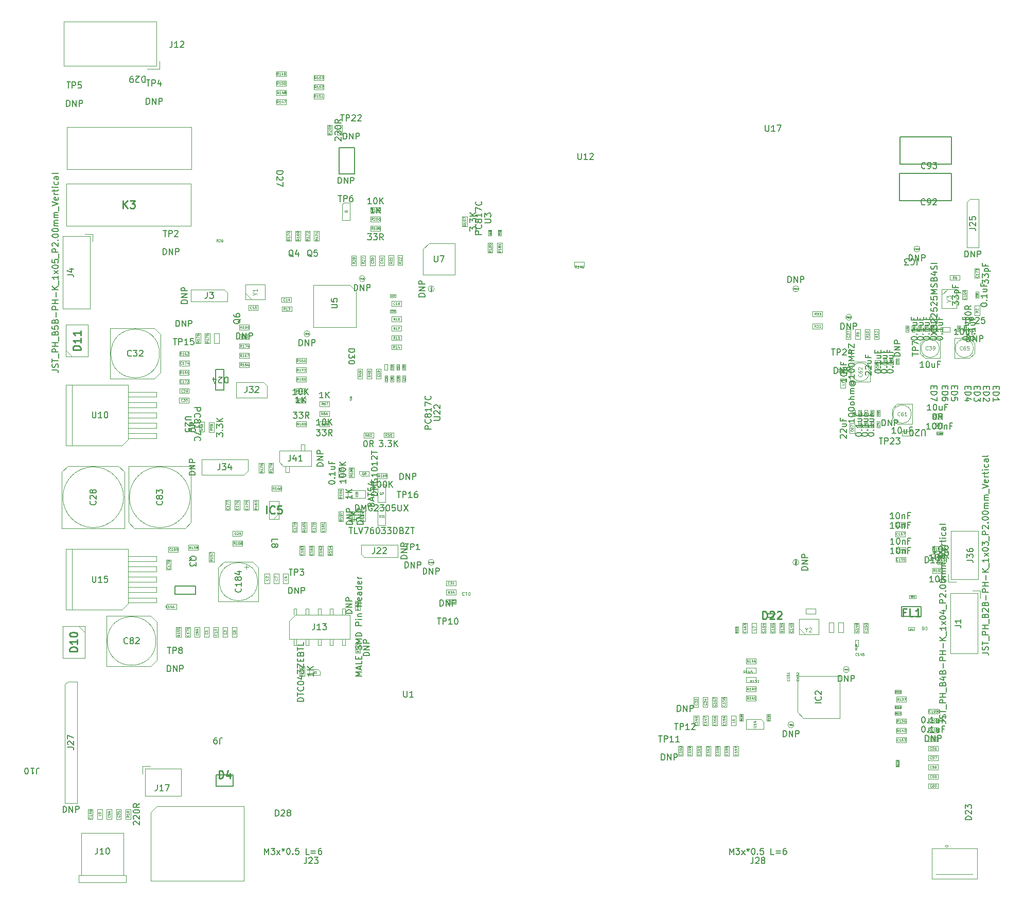
<source format=gbr>
G04 #@! TF.GenerationSoftware,KiCad,Pcbnew,8.0.0-rc1*
G04 #@! TF.CreationDate,2024-10-18T14:45:25+03:00*
G04 #@! TF.ProjectId,Movita_3568_XV_Router_V4.1,4d6f7669-7461-45f3-9335-36385f58565f,REV1*
G04 #@! TF.SameCoordinates,Original*
G04 #@! TF.FileFunction,AssemblyDrawing,Top*
%FSLAX46Y46*%
G04 Gerber Fmt 4.6, Leading zero omitted, Abs format (unit mm)*
G04 Created by KiCad (PCBNEW 8.0.0-rc1) date 2024-10-18 14:45:25*
%MOMM*%
%LPD*%
G01*
G04 APERTURE LIST*
%ADD10C,0.150000*%
%ADD11C,0.060000*%
%ADD12C,0.040000*%
%ADD13C,0.254000*%
%ADD14C,0.100000*%
%ADD15C,0.105000*%
%ADD16C,0.090000*%
%ADD17C,0.062500*%
%ADD18C,0.050000*%
%ADD19C,0.200000*%
%ADD20C,0.120000*%
%ADD21C,0.127000*%
G04 APERTURE END LIST*
D10*
X192024286Y-144584819D02*
X192024286Y-143584819D01*
X192024286Y-143584819D02*
X192262381Y-143584819D01*
X192262381Y-143584819D02*
X192405238Y-143632438D01*
X192405238Y-143632438D02*
X192500476Y-143727676D01*
X192500476Y-143727676D02*
X192548095Y-143822914D01*
X192548095Y-143822914D02*
X192595714Y-144013390D01*
X192595714Y-144013390D02*
X192595714Y-144156247D01*
X192595714Y-144156247D02*
X192548095Y-144346723D01*
X192548095Y-144346723D02*
X192500476Y-144441961D01*
X192500476Y-144441961D02*
X192405238Y-144537200D01*
X192405238Y-144537200D02*
X192262381Y-144584819D01*
X192262381Y-144584819D02*
X192024286Y-144584819D01*
X193024286Y-144584819D02*
X193024286Y-143584819D01*
X193024286Y-143584819D02*
X193595714Y-144584819D01*
X193595714Y-144584819D02*
X193595714Y-143584819D01*
X194071905Y-144584819D02*
X194071905Y-143584819D01*
X194071905Y-143584819D02*
X194452857Y-143584819D01*
X194452857Y-143584819D02*
X194548095Y-143632438D01*
X194548095Y-143632438D02*
X194595714Y-143680057D01*
X194595714Y-143680057D02*
X194643333Y-143775295D01*
X194643333Y-143775295D02*
X194643333Y-143918152D01*
X194643333Y-143918152D02*
X194595714Y-144013390D01*
X194595714Y-144013390D02*
X194548095Y-144061009D01*
X194548095Y-144061009D02*
X194452857Y-144108628D01*
X194452857Y-144108628D02*
X194071905Y-144108628D01*
D11*
X192862381Y-142881927D02*
X192729048Y-142691451D01*
X192633810Y-142881927D02*
X192633810Y-142481927D01*
X192633810Y-142481927D02*
X192786191Y-142481927D01*
X192786191Y-142481927D02*
X192824286Y-142500975D01*
X192824286Y-142500975D02*
X192843333Y-142520022D01*
X192843333Y-142520022D02*
X192862381Y-142558118D01*
X192862381Y-142558118D02*
X192862381Y-142615260D01*
X192862381Y-142615260D02*
X192843333Y-142653356D01*
X192843333Y-142653356D02*
X192824286Y-142672403D01*
X192824286Y-142672403D02*
X192786191Y-142691451D01*
X192786191Y-142691451D02*
X192633810Y-142691451D01*
X193243333Y-142881927D02*
X193014762Y-142881927D01*
X193129048Y-142881927D02*
X193129048Y-142481927D01*
X193129048Y-142481927D02*
X193090952Y-142539070D01*
X193090952Y-142539070D02*
X193052857Y-142577165D01*
X193052857Y-142577165D02*
X193014762Y-142596213D01*
X193490952Y-142481927D02*
X193529047Y-142481927D01*
X193529047Y-142481927D02*
X193567143Y-142500975D01*
X193567143Y-142500975D02*
X193586190Y-142520022D01*
X193586190Y-142520022D02*
X193605238Y-142558118D01*
X193605238Y-142558118D02*
X193624285Y-142634308D01*
X193624285Y-142634308D02*
X193624285Y-142729546D01*
X193624285Y-142729546D02*
X193605238Y-142805737D01*
X193605238Y-142805737D02*
X193586190Y-142843832D01*
X193586190Y-142843832D02*
X193567143Y-142862880D01*
X193567143Y-142862880D02*
X193529047Y-142881927D01*
X193529047Y-142881927D02*
X193490952Y-142881927D01*
X193490952Y-142881927D02*
X193452857Y-142862880D01*
X193452857Y-142862880D02*
X193433809Y-142843832D01*
X193433809Y-142843832D02*
X193414762Y-142805737D01*
X193414762Y-142805737D02*
X193395714Y-142729546D01*
X193395714Y-142729546D02*
X193395714Y-142634308D01*
X193395714Y-142634308D02*
X193414762Y-142558118D01*
X193414762Y-142558118D02*
X193433809Y-142520022D01*
X193433809Y-142520022D02*
X193452857Y-142500975D01*
X193452857Y-142500975D02*
X193490952Y-142481927D01*
X193852856Y-142653356D02*
X193814761Y-142634308D01*
X193814761Y-142634308D02*
X193795714Y-142615260D01*
X193795714Y-142615260D02*
X193776666Y-142577165D01*
X193776666Y-142577165D02*
X193776666Y-142558118D01*
X193776666Y-142558118D02*
X193795714Y-142520022D01*
X193795714Y-142520022D02*
X193814761Y-142500975D01*
X193814761Y-142500975D02*
X193852856Y-142481927D01*
X193852856Y-142481927D02*
X193929047Y-142481927D01*
X193929047Y-142481927D02*
X193967142Y-142500975D01*
X193967142Y-142500975D02*
X193986190Y-142520022D01*
X193986190Y-142520022D02*
X194005237Y-142558118D01*
X194005237Y-142558118D02*
X194005237Y-142577165D01*
X194005237Y-142577165D02*
X193986190Y-142615260D01*
X193986190Y-142615260D02*
X193967142Y-142634308D01*
X193967142Y-142634308D02*
X193929047Y-142653356D01*
X193929047Y-142653356D02*
X193852856Y-142653356D01*
X193852856Y-142653356D02*
X193814761Y-142672403D01*
X193814761Y-142672403D02*
X193795714Y-142691451D01*
X193795714Y-142691451D02*
X193776666Y-142729546D01*
X193776666Y-142729546D02*
X193776666Y-142805737D01*
X193776666Y-142805737D02*
X193795714Y-142843832D01*
X193795714Y-142843832D02*
X193814761Y-142862880D01*
X193814761Y-142862880D02*
X193852856Y-142881927D01*
X193852856Y-142881927D02*
X193929047Y-142881927D01*
X193929047Y-142881927D02*
X193967142Y-142862880D01*
X193967142Y-142862880D02*
X193986190Y-142843832D01*
X193986190Y-142843832D02*
X194005237Y-142805737D01*
X194005237Y-142805737D02*
X194005237Y-142729546D01*
X194005237Y-142729546D02*
X193986190Y-142691451D01*
X193986190Y-142691451D02*
X193967142Y-142672403D01*
X193967142Y-142672403D02*
X193929047Y-142653356D01*
D10*
X192784819Y-78272856D02*
X192784819Y-78177618D01*
X192784819Y-78177618D02*
X192832438Y-78082380D01*
X192832438Y-78082380D02*
X192880057Y-78034761D01*
X192880057Y-78034761D02*
X192975295Y-77987142D01*
X192975295Y-77987142D02*
X193165771Y-77939523D01*
X193165771Y-77939523D02*
X193403866Y-77939523D01*
X193403866Y-77939523D02*
X193594342Y-77987142D01*
X193594342Y-77987142D02*
X193689580Y-78034761D01*
X193689580Y-78034761D02*
X193737200Y-78082380D01*
X193737200Y-78082380D02*
X193784819Y-78177618D01*
X193784819Y-78177618D02*
X193784819Y-78272856D01*
X193784819Y-78272856D02*
X193737200Y-78368094D01*
X193737200Y-78368094D02*
X193689580Y-78415713D01*
X193689580Y-78415713D02*
X193594342Y-78463332D01*
X193594342Y-78463332D02*
X193403866Y-78510951D01*
X193403866Y-78510951D02*
X193165771Y-78510951D01*
X193165771Y-78510951D02*
X192975295Y-78463332D01*
X192975295Y-78463332D02*
X192880057Y-78415713D01*
X192880057Y-78415713D02*
X192832438Y-78368094D01*
X192832438Y-78368094D02*
X192784819Y-78272856D01*
X193689580Y-77510951D02*
X193737200Y-77463332D01*
X193737200Y-77463332D02*
X193784819Y-77510951D01*
X193784819Y-77510951D02*
X193737200Y-77558570D01*
X193737200Y-77558570D02*
X193689580Y-77510951D01*
X193689580Y-77510951D02*
X193784819Y-77510951D01*
X193784819Y-76510952D02*
X193784819Y-77082380D01*
X193784819Y-76796666D02*
X192784819Y-76796666D01*
X192784819Y-76796666D02*
X192927676Y-76891904D01*
X192927676Y-76891904D02*
X193022914Y-76987142D01*
X193022914Y-76987142D02*
X193070533Y-77082380D01*
X193118152Y-75653809D02*
X193784819Y-75653809D01*
X193118152Y-76082380D02*
X193641961Y-76082380D01*
X193641961Y-76082380D02*
X193737200Y-76034761D01*
X193737200Y-76034761D02*
X193784819Y-75939523D01*
X193784819Y-75939523D02*
X193784819Y-75796666D01*
X193784819Y-75796666D02*
X193737200Y-75701428D01*
X193737200Y-75701428D02*
X193689580Y-75653809D01*
X193261009Y-74844285D02*
X193261009Y-75177618D01*
X193784819Y-75177618D02*
X192784819Y-75177618D01*
X192784819Y-75177618D02*
X192784819Y-74701428D01*
D12*
X192259765Y-76790714D02*
X192271670Y-76802618D01*
X192271670Y-76802618D02*
X192283574Y-76838333D01*
X192283574Y-76838333D02*
X192283574Y-76862142D01*
X192283574Y-76862142D02*
X192271670Y-76897856D01*
X192271670Y-76897856D02*
X192247860Y-76921666D01*
X192247860Y-76921666D02*
X192224050Y-76933571D01*
X192224050Y-76933571D02*
X192176431Y-76945475D01*
X192176431Y-76945475D02*
X192140717Y-76945475D01*
X192140717Y-76945475D02*
X192093098Y-76933571D01*
X192093098Y-76933571D02*
X192069289Y-76921666D01*
X192069289Y-76921666D02*
X192045479Y-76897856D01*
X192045479Y-76897856D02*
X192033574Y-76862142D01*
X192033574Y-76862142D02*
X192033574Y-76838333D01*
X192033574Y-76838333D02*
X192045479Y-76802618D01*
X192045479Y-76802618D02*
X192057384Y-76790714D01*
X192033574Y-76707380D02*
X192033574Y-76540714D01*
X192033574Y-76540714D02*
X192283574Y-76647856D01*
X192033574Y-76326428D02*
X192033574Y-76445476D01*
X192033574Y-76445476D02*
X192152622Y-76457380D01*
X192152622Y-76457380D02*
X192140717Y-76445476D01*
X192140717Y-76445476D02*
X192128812Y-76421666D01*
X192128812Y-76421666D02*
X192128812Y-76362142D01*
X192128812Y-76362142D02*
X192140717Y-76338333D01*
X192140717Y-76338333D02*
X192152622Y-76326428D01*
X192152622Y-76326428D02*
X192176431Y-76314523D01*
X192176431Y-76314523D02*
X192235955Y-76314523D01*
X192235955Y-76314523D02*
X192259765Y-76326428D01*
X192259765Y-76326428D02*
X192271670Y-76338333D01*
X192271670Y-76338333D02*
X192283574Y-76362142D01*
X192283574Y-76362142D02*
X192283574Y-76421666D01*
X192283574Y-76421666D02*
X192271670Y-76445476D01*
X192271670Y-76445476D02*
X192259765Y-76457380D01*
X182359765Y-90601666D02*
X182371670Y-90613570D01*
X182371670Y-90613570D02*
X182383574Y-90649285D01*
X182383574Y-90649285D02*
X182383574Y-90673094D01*
X182383574Y-90673094D02*
X182371670Y-90708808D01*
X182371670Y-90708808D02*
X182347860Y-90732618D01*
X182347860Y-90732618D02*
X182324050Y-90744523D01*
X182324050Y-90744523D02*
X182276431Y-90756427D01*
X182276431Y-90756427D02*
X182240717Y-90756427D01*
X182240717Y-90756427D02*
X182193098Y-90744523D01*
X182193098Y-90744523D02*
X182169289Y-90732618D01*
X182169289Y-90732618D02*
X182145479Y-90708808D01*
X182145479Y-90708808D02*
X182133574Y-90673094D01*
X182133574Y-90673094D02*
X182133574Y-90649285D01*
X182133574Y-90649285D02*
X182145479Y-90613570D01*
X182145479Y-90613570D02*
X182157384Y-90601666D01*
X182240717Y-90458808D02*
X182228812Y-90482618D01*
X182228812Y-90482618D02*
X182216908Y-90494523D01*
X182216908Y-90494523D02*
X182193098Y-90506427D01*
X182193098Y-90506427D02*
X182181193Y-90506427D01*
X182181193Y-90506427D02*
X182157384Y-90494523D01*
X182157384Y-90494523D02*
X182145479Y-90482618D01*
X182145479Y-90482618D02*
X182133574Y-90458808D01*
X182133574Y-90458808D02*
X182133574Y-90411189D01*
X182133574Y-90411189D02*
X182145479Y-90387380D01*
X182145479Y-90387380D02*
X182157384Y-90375475D01*
X182157384Y-90375475D02*
X182181193Y-90363570D01*
X182181193Y-90363570D02*
X182193098Y-90363570D01*
X182193098Y-90363570D02*
X182216908Y-90375475D01*
X182216908Y-90375475D02*
X182228812Y-90387380D01*
X182228812Y-90387380D02*
X182240717Y-90411189D01*
X182240717Y-90411189D02*
X182240717Y-90458808D01*
X182240717Y-90458808D02*
X182252622Y-90482618D01*
X182252622Y-90482618D02*
X182264527Y-90494523D01*
X182264527Y-90494523D02*
X182288336Y-90506427D01*
X182288336Y-90506427D02*
X182335955Y-90506427D01*
X182335955Y-90506427D02*
X182359765Y-90494523D01*
X182359765Y-90494523D02*
X182371670Y-90482618D01*
X182371670Y-90482618D02*
X182383574Y-90458808D01*
X182383574Y-90458808D02*
X182383574Y-90411189D01*
X182383574Y-90411189D02*
X182371670Y-90387380D01*
X182371670Y-90387380D02*
X182359765Y-90375475D01*
X182359765Y-90375475D02*
X182335955Y-90363570D01*
X182335955Y-90363570D02*
X182288336Y-90363570D01*
X182288336Y-90363570D02*
X182264527Y-90375475D01*
X182264527Y-90375475D02*
X182252622Y-90387380D01*
X182252622Y-90387380D02*
X182240717Y-90411189D01*
D11*
X104732857Y-78346927D02*
X104599524Y-78156451D01*
X104504286Y-78346927D02*
X104504286Y-77946927D01*
X104504286Y-77946927D02*
X104656667Y-77946927D01*
X104656667Y-77946927D02*
X104694762Y-77965975D01*
X104694762Y-77965975D02*
X104713809Y-77985022D01*
X104713809Y-77985022D02*
X104732857Y-78023118D01*
X104732857Y-78023118D02*
X104732857Y-78080260D01*
X104732857Y-78080260D02*
X104713809Y-78118356D01*
X104713809Y-78118356D02*
X104694762Y-78137403D01*
X104694762Y-78137403D02*
X104656667Y-78156451D01*
X104656667Y-78156451D02*
X104504286Y-78156451D01*
X105113809Y-78346927D02*
X104885238Y-78346927D01*
X104999524Y-78346927D02*
X104999524Y-77946927D01*
X104999524Y-77946927D02*
X104961428Y-78004070D01*
X104961428Y-78004070D02*
X104923333Y-78042165D01*
X104923333Y-78042165D02*
X104885238Y-78061213D01*
X105475714Y-77946927D02*
X105285238Y-77946927D01*
X105285238Y-77946927D02*
X105266190Y-78137403D01*
X105266190Y-78137403D02*
X105285238Y-78118356D01*
X105285238Y-78118356D02*
X105323333Y-78099308D01*
X105323333Y-78099308D02*
X105418571Y-78099308D01*
X105418571Y-78099308D02*
X105456666Y-78118356D01*
X105456666Y-78118356D02*
X105475714Y-78137403D01*
X105475714Y-78137403D02*
X105494761Y-78175499D01*
X105494761Y-78175499D02*
X105494761Y-78270737D01*
X105494761Y-78270737D02*
X105475714Y-78308832D01*
X105475714Y-78308832D02*
X105456666Y-78327880D01*
X105456666Y-78327880D02*
X105418571Y-78346927D01*
X105418571Y-78346927D02*
X105323333Y-78346927D01*
X105323333Y-78346927D02*
X105285238Y-78327880D01*
X105285238Y-78327880D02*
X105266190Y-78308832D01*
D12*
X104249285Y-71359765D02*
X104237381Y-71371670D01*
X104237381Y-71371670D02*
X104201666Y-71383574D01*
X104201666Y-71383574D02*
X104177857Y-71383574D01*
X104177857Y-71383574D02*
X104142143Y-71371670D01*
X104142143Y-71371670D02*
X104118333Y-71347860D01*
X104118333Y-71347860D02*
X104106428Y-71324050D01*
X104106428Y-71324050D02*
X104094524Y-71276431D01*
X104094524Y-71276431D02*
X104094524Y-71240717D01*
X104094524Y-71240717D02*
X104106428Y-71193098D01*
X104106428Y-71193098D02*
X104118333Y-71169289D01*
X104118333Y-71169289D02*
X104142143Y-71145479D01*
X104142143Y-71145479D02*
X104177857Y-71133574D01*
X104177857Y-71133574D02*
X104201666Y-71133574D01*
X104201666Y-71133574D02*
X104237381Y-71145479D01*
X104237381Y-71145479D02*
X104249285Y-71157384D01*
X104487381Y-71383574D02*
X104344524Y-71383574D01*
X104415952Y-71383574D02*
X104415952Y-71133574D01*
X104415952Y-71133574D02*
X104392143Y-71169289D01*
X104392143Y-71169289D02*
X104368333Y-71193098D01*
X104368333Y-71193098D02*
X104344524Y-71205003D01*
X104570714Y-71133574D02*
X104737380Y-71133574D01*
X104737380Y-71133574D02*
X104630238Y-71383574D01*
X166348200Y-140940951D02*
X166224391Y-141027618D01*
X166348200Y-141089523D02*
X166088200Y-141089523D01*
X166088200Y-141089523D02*
X166088200Y-140990475D01*
X166088200Y-140990475D02*
X166100581Y-140965713D01*
X166100581Y-140965713D02*
X166112962Y-140953332D01*
X166112962Y-140953332D02*
X166137724Y-140940951D01*
X166137724Y-140940951D02*
X166174867Y-140940951D01*
X166174867Y-140940951D02*
X166199629Y-140953332D01*
X166199629Y-140953332D02*
X166212010Y-140965713D01*
X166212010Y-140965713D02*
X166224391Y-140990475D01*
X166224391Y-140990475D02*
X166224391Y-141089523D01*
X166348200Y-140693332D02*
X166348200Y-140841904D01*
X166348200Y-140767618D02*
X166088200Y-140767618D01*
X166088200Y-140767618D02*
X166125343Y-140792380D01*
X166125343Y-140792380D02*
X166150105Y-140817142D01*
X166150105Y-140817142D02*
X166162486Y-140841904D01*
X166088200Y-140606666D02*
X166088200Y-140445713D01*
X166088200Y-140445713D02*
X166187248Y-140532380D01*
X166187248Y-140532380D02*
X166187248Y-140495237D01*
X166187248Y-140495237D02*
X166199629Y-140470475D01*
X166199629Y-140470475D02*
X166212010Y-140458094D01*
X166212010Y-140458094D02*
X166236772Y-140445713D01*
X166236772Y-140445713D02*
X166298677Y-140445713D01*
X166298677Y-140445713D02*
X166323439Y-140458094D01*
X166323439Y-140458094D02*
X166335820Y-140470475D01*
X166335820Y-140470475D02*
X166348200Y-140495237D01*
X166348200Y-140495237D02*
X166348200Y-140569523D01*
X166348200Y-140569523D02*
X166335820Y-140594285D01*
X166335820Y-140594285D02*
X166323439Y-140606666D01*
X166088200Y-140284761D02*
X166088200Y-140259999D01*
X166088200Y-140259999D02*
X166100581Y-140235237D01*
X166100581Y-140235237D02*
X166112962Y-140222856D01*
X166112962Y-140222856D02*
X166137724Y-140210475D01*
X166137724Y-140210475D02*
X166187248Y-140198094D01*
X166187248Y-140198094D02*
X166249153Y-140198094D01*
X166249153Y-140198094D02*
X166298677Y-140210475D01*
X166298677Y-140210475D02*
X166323439Y-140222856D01*
X166323439Y-140222856D02*
X166335820Y-140235237D01*
X166335820Y-140235237D02*
X166348200Y-140259999D01*
X166348200Y-140259999D02*
X166348200Y-140284761D01*
X166348200Y-140284761D02*
X166335820Y-140309523D01*
X166335820Y-140309523D02*
X166323439Y-140321904D01*
X166323439Y-140321904D02*
X166298677Y-140334285D01*
X166298677Y-140334285D02*
X166249153Y-140346666D01*
X166249153Y-140346666D02*
X166187248Y-140346666D01*
X166187248Y-140346666D02*
X166137724Y-140334285D01*
X166137724Y-140334285D02*
X166112962Y-140321904D01*
X166112962Y-140321904D02*
X166100581Y-140309523D01*
X166100581Y-140309523D02*
X166088200Y-140284761D01*
X104259285Y-73859765D02*
X104247381Y-73871670D01*
X104247381Y-73871670D02*
X104211666Y-73883574D01*
X104211666Y-73883574D02*
X104187857Y-73883574D01*
X104187857Y-73883574D02*
X104152143Y-73871670D01*
X104152143Y-73871670D02*
X104128333Y-73847860D01*
X104128333Y-73847860D02*
X104116428Y-73824050D01*
X104116428Y-73824050D02*
X104104524Y-73776431D01*
X104104524Y-73776431D02*
X104104524Y-73740717D01*
X104104524Y-73740717D02*
X104116428Y-73693098D01*
X104116428Y-73693098D02*
X104128333Y-73669289D01*
X104128333Y-73669289D02*
X104152143Y-73645479D01*
X104152143Y-73645479D02*
X104187857Y-73633574D01*
X104187857Y-73633574D02*
X104211666Y-73633574D01*
X104211666Y-73633574D02*
X104247381Y-73645479D01*
X104247381Y-73645479D02*
X104259285Y-73657384D01*
X104497381Y-73883574D02*
X104354524Y-73883574D01*
X104425952Y-73883574D02*
X104425952Y-73633574D01*
X104425952Y-73633574D02*
X104402143Y-73669289D01*
X104402143Y-73669289D02*
X104378333Y-73693098D01*
X104378333Y-73693098D02*
X104354524Y-73705003D01*
X104711666Y-73633574D02*
X104664047Y-73633574D01*
X104664047Y-73633574D02*
X104640238Y-73645479D01*
X104640238Y-73645479D02*
X104628333Y-73657384D01*
X104628333Y-73657384D02*
X104604523Y-73693098D01*
X104604523Y-73693098D02*
X104592619Y-73740717D01*
X104592619Y-73740717D02*
X104592619Y-73835955D01*
X104592619Y-73835955D02*
X104604523Y-73859765D01*
X104604523Y-73859765D02*
X104616428Y-73871670D01*
X104616428Y-73871670D02*
X104640238Y-73883574D01*
X104640238Y-73883574D02*
X104687857Y-73883574D01*
X104687857Y-73883574D02*
X104711666Y-73871670D01*
X104711666Y-73871670D02*
X104723571Y-73859765D01*
X104723571Y-73859765D02*
X104735476Y-73835955D01*
X104735476Y-73835955D02*
X104735476Y-73776431D01*
X104735476Y-73776431D02*
X104723571Y-73752622D01*
X104723571Y-73752622D02*
X104711666Y-73740717D01*
X104711666Y-73740717D02*
X104687857Y-73728812D01*
X104687857Y-73728812D02*
X104640238Y-73728812D01*
X104640238Y-73728812D02*
X104616428Y-73740717D01*
X104616428Y-73740717D02*
X104604523Y-73752622D01*
X104604523Y-73752622D02*
X104592619Y-73776431D01*
D11*
X88971927Y-61848329D02*
X88781451Y-61981662D01*
X88971927Y-62076900D02*
X88571927Y-62076900D01*
X88571927Y-62076900D02*
X88571927Y-61924519D01*
X88571927Y-61924519D02*
X88590975Y-61886424D01*
X88590975Y-61886424D02*
X88610022Y-61867377D01*
X88610022Y-61867377D02*
X88648118Y-61848329D01*
X88648118Y-61848329D02*
X88705260Y-61848329D01*
X88705260Y-61848329D02*
X88743356Y-61867377D01*
X88743356Y-61867377D02*
X88762403Y-61886424D01*
X88762403Y-61886424D02*
X88781451Y-61924519D01*
X88781451Y-61924519D02*
X88781451Y-62076900D01*
X88971927Y-61467377D02*
X88971927Y-61695948D01*
X88971927Y-61581662D02*
X88571927Y-61581662D01*
X88571927Y-61581662D02*
X88629070Y-61619758D01*
X88629070Y-61619758D02*
X88667165Y-61657853D01*
X88667165Y-61657853D02*
X88686213Y-61695948D01*
X88571927Y-61124520D02*
X88571927Y-61200710D01*
X88571927Y-61200710D02*
X88590975Y-61238806D01*
X88590975Y-61238806D02*
X88610022Y-61257853D01*
X88610022Y-61257853D02*
X88667165Y-61295948D01*
X88667165Y-61295948D02*
X88743356Y-61314996D01*
X88743356Y-61314996D02*
X88895737Y-61314996D01*
X88895737Y-61314996D02*
X88933832Y-61295948D01*
X88933832Y-61295948D02*
X88952880Y-61276901D01*
X88952880Y-61276901D02*
X88971927Y-61238806D01*
X88971927Y-61238806D02*
X88971927Y-61162615D01*
X88971927Y-61162615D02*
X88952880Y-61124520D01*
X88952880Y-61124520D02*
X88933832Y-61105472D01*
X88933832Y-61105472D02*
X88895737Y-61086425D01*
X88895737Y-61086425D02*
X88800499Y-61086425D01*
X88800499Y-61086425D02*
X88762403Y-61105472D01*
X88762403Y-61105472D02*
X88743356Y-61124520D01*
X88743356Y-61124520D02*
X88724308Y-61162615D01*
X88724308Y-61162615D02*
X88724308Y-61238806D01*
X88724308Y-61238806D02*
X88743356Y-61276901D01*
X88743356Y-61276901D02*
X88762403Y-61295948D01*
X88762403Y-61295948D02*
X88800499Y-61314996D01*
X88971927Y-60895949D02*
X88971927Y-60819758D01*
X88971927Y-60819758D02*
X88952880Y-60781663D01*
X88952880Y-60781663D02*
X88933832Y-60762615D01*
X88933832Y-60762615D02*
X88876689Y-60724520D01*
X88876689Y-60724520D02*
X88800499Y-60705473D01*
X88800499Y-60705473D02*
X88648118Y-60705473D01*
X88648118Y-60705473D02*
X88610022Y-60724520D01*
X88610022Y-60724520D02*
X88590975Y-60743568D01*
X88590975Y-60743568D02*
X88571927Y-60781663D01*
X88571927Y-60781663D02*
X88571927Y-60857854D01*
X88571927Y-60857854D02*
X88590975Y-60895949D01*
X88590975Y-60895949D02*
X88610022Y-60914996D01*
X88610022Y-60914996D02*
X88648118Y-60934044D01*
X88648118Y-60934044D02*
X88743356Y-60934044D01*
X88743356Y-60934044D02*
X88781451Y-60914996D01*
X88781451Y-60914996D02*
X88800499Y-60895949D01*
X88800499Y-60895949D02*
X88819546Y-60857854D01*
X88819546Y-60857854D02*
X88819546Y-60781663D01*
X88819546Y-60781663D02*
X88800499Y-60743568D01*
X88800499Y-60743568D02*
X88781451Y-60724520D01*
X88781451Y-60724520D02*
X88743356Y-60705473D01*
D10*
X189354286Y-65494819D02*
X189354286Y-64494819D01*
X189354286Y-64494819D02*
X189592381Y-64494819D01*
X189592381Y-64494819D02*
X189735238Y-64542438D01*
X189735238Y-64542438D02*
X189830476Y-64637676D01*
X189830476Y-64637676D02*
X189878095Y-64732914D01*
X189878095Y-64732914D02*
X189925714Y-64923390D01*
X189925714Y-64923390D02*
X189925714Y-65066247D01*
X189925714Y-65066247D02*
X189878095Y-65256723D01*
X189878095Y-65256723D02*
X189830476Y-65351961D01*
X189830476Y-65351961D02*
X189735238Y-65447200D01*
X189735238Y-65447200D02*
X189592381Y-65494819D01*
X189592381Y-65494819D02*
X189354286Y-65494819D01*
X190354286Y-65494819D02*
X190354286Y-64494819D01*
X190354286Y-64494819D02*
X190925714Y-65494819D01*
X190925714Y-65494819D02*
X190925714Y-64494819D01*
X191401905Y-65494819D02*
X191401905Y-64494819D01*
X191401905Y-64494819D02*
X191782857Y-64494819D01*
X191782857Y-64494819D02*
X191878095Y-64542438D01*
X191878095Y-64542438D02*
X191925714Y-64590057D01*
X191925714Y-64590057D02*
X191973333Y-64685295D01*
X191973333Y-64685295D02*
X191973333Y-64828152D01*
X191973333Y-64828152D02*
X191925714Y-64923390D01*
X191925714Y-64923390D02*
X191878095Y-64971009D01*
X191878095Y-64971009D02*
X191782857Y-65018628D01*
X191782857Y-65018628D02*
X191401905Y-65018628D01*
D12*
X190330476Y-63525681D02*
X190263810Y-63525681D01*
X190263810Y-63630443D02*
X190263810Y-63430443D01*
X190263810Y-63430443D02*
X190359048Y-63430443D01*
X190435239Y-63630443D02*
X190435239Y-63430443D01*
X190530477Y-63630443D02*
X190530477Y-63430443D01*
X190530477Y-63430443D02*
X190578096Y-63430443D01*
X190578096Y-63430443D02*
X190606667Y-63439967D01*
X190606667Y-63439967D02*
X190625715Y-63459015D01*
X190625715Y-63459015D02*
X190635238Y-63478062D01*
X190635238Y-63478062D02*
X190644762Y-63516158D01*
X190644762Y-63516158D02*
X190644762Y-63544729D01*
X190644762Y-63544729D02*
X190635238Y-63582824D01*
X190635238Y-63582824D02*
X190625715Y-63601872D01*
X190625715Y-63601872D02*
X190606667Y-63620920D01*
X190606667Y-63620920D02*
X190578096Y-63630443D01*
X190578096Y-63630443D02*
X190530477Y-63630443D01*
X190835238Y-63630443D02*
X190720953Y-63630443D01*
X190778096Y-63630443D02*
X190778096Y-63430443D01*
X190778096Y-63430443D02*
X190759048Y-63459015D01*
X190759048Y-63459015D02*
X190740000Y-63478062D01*
X190740000Y-63478062D02*
X190720953Y-63487586D01*
X191006667Y-63497110D02*
X191006667Y-63630443D01*
X190959048Y-63420920D02*
X190911429Y-63563777D01*
X190911429Y-63563777D02*
X191035238Y-63563777D01*
D10*
X193472381Y-90614819D02*
X193567619Y-90614819D01*
X193567619Y-90614819D02*
X193662857Y-90662438D01*
X193662857Y-90662438D02*
X193710476Y-90710057D01*
X193710476Y-90710057D02*
X193758095Y-90805295D01*
X193758095Y-90805295D02*
X193805714Y-90995771D01*
X193805714Y-90995771D02*
X193805714Y-91233866D01*
X193805714Y-91233866D02*
X193758095Y-91424342D01*
X193758095Y-91424342D02*
X193710476Y-91519580D01*
X193710476Y-91519580D02*
X193662857Y-91567200D01*
X193662857Y-91567200D02*
X193567619Y-91614819D01*
X193567619Y-91614819D02*
X193472381Y-91614819D01*
X193472381Y-91614819D02*
X193377143Y-91567200D01*
X193377143Y-91567200D02*
X193329524Y-91519580D01*
X193329524Y-91519580D02*
X193281905Y-91424342D01*
X193281905Y-91424342D02*
X193234286Y-91233866D01*
X193234286Y-91233866D02*
X193234286Y-90995771D01*
X193234286Y-90995771D02*
X193281905Y-90805295D01*
X193281905Y-90805295D02*
X193329524Y-90710057D01*
X193329524Y-90710057D02*
X193377143Y-90662438D01*
X193377143Y-90662438D02*
X193472381Y-90614819D01*
X194805714Y-91614819D02*
X194472381Y-91138628D01*
X194234286Y-91614819D02*
X194234286Y-90614819D01*
X194234286Y-90614819D02*
X194615238Y-90614819D01*
X194615238Y-90614819D02*
X194710476Y-90662438D01*
X194710476Y-90662438D02*
X194758095Y-90710057D01*
X194758095Y-90710057D02*
X194805714Y-90805295D01*
X194805714Y-90805295D02*
X194805714Y-90948152D01*
X194805714Y-90948152D02*
X194758095Y-91043390D01*
X194758095Y-91043390D02*
X194710476Y-91091009D01*
X194710476Y-91091009D02*
X194615238Y-91138628D01*
X194615238Y-91138628D02*
X194234286Y-91138628D01*
D11*
X193953333Y-92771927D02*
X193820000Y-92581451D01*
X193724762Y-92771927D02*
X193724762Y-92371927D01*
X193724762Y-92371927D02*
X193877143Y-92371927D01*
X193877143Y-92371927D02*
X193915238Y-92390975D01*
X193915238Y-92390975D02*
X193934285Y-92410022D01*
X193934285Y-92410022D02*
X193953333Y-92448118D01*
X193953333Y-92448118D02*
X193953333Y-92505260D01*
X193953333Y-92505260D02*
X193934285Y-92543356D01*
X193934285Y-92543356D02*
X193915238Y-92562403D01*
X193915238Y-92562403D02*
X193877143Y-92581451D01*
X193877143Y-92581451D02*
X193724762Y-92581451D01*
X194086666Y-92371927D02*
X194334285Y-92371927D01*
X194334285Y-92371927D02*
X194200952Y-92524308D01*
X194200952Y-92524308D02*
X194258095Y-92524308D01*
X194258095Y-92524308D02*
X194296190Y-92543356D01*
X194296190Y-92543356D02*
X194315238Y-92562403D01*
X194315238Y-92562403D02*
X194334285Y-92600499D01*
X194334285Y-92600499D02*
X194334285Y-92695737D01*
X194334285Y-92695737D02*
X194315238Y-92733832D01*
X194315238Y-92733832D02*
X194296190Y-92752880D01*
X194296190Y-92752880D02*
X194258095Y-92771927D01*
X194258095Y-92771927D02*
X194143809Y-92771927D01*
X194143809Y-92771927D02*
X194105714Y-92752880D01*
X194105714Y-92752880D02*
X194086666Y-92733832D01*
D10*
X91324819Y-133214285D02*
X91324819Y-133785713D01*
X91324819Y-133499999D02*
X90324819Y-133499999D01*
X90324819Y-133499999D02*
X90467676Y-133595237D01*
X90467676Y-133595237D02*
X90562914Y-133690475D01*
X90562914Y-133690475D02*
X90610533Y-133785713D01*
X91324819Y-132785713D02*
X90324819Y-132785713D01*
X91324819Y-132214285D02*
X90753390Y-132642856D01*
X90324819Y-132214285D02*
X90896247Y-132785713D01*
D11*
X89621927Y-133257142D02*
X89431451Y-133390475D01*
X89621927Y-133485713D02*
X89221927Y-133485713D01*
X89221927Y-133485713D02*
X89221927Y-133333332D01*
X89221927Y-133333332D02*
X89240975Y-133295237D01*
X89240975Y-133295237D02*
X89260022Y-133276190D01*
X89260022Y-133276190D02*
X89298118Y-133257142D01*
X89298118Y-133257142D02*
X89355260Y-133257142D01*
X89355260Y-133257142D02*
X89393356Y-133276190D01*
X89393356Y-133276190D02*
X89412403Y-133295237D01*
X89412403Y-133295237D02*
X89431451Y-133333332D01*
X89431451Y-133333332D02*
X89431451Y-133485713D01*
X89621927Y-132876190D02*
X89621927Y-133104761D01*
X89621927Y-132990475D02*
X89221927Y-132990475D01*
X89221927Y-132990475D02*
X89279070Y-133028571D01*
X89279070Y-133028571D02*
X89317165Y-133066666D01*
X89317165Y-133066666D02*
X89336213Y-133104761D01*
X89621927Y-132685714D02*
X89621927Y-132609523D01*
X89621927Y-132609523D02*
X89602880Y-132571428D01*
X89602880Y-132571428D02*
X89583832Y-132552380D01*
X89583832Y-132552380D02*
X89526689Y-132514285D01*
X89526689Y-132514285D02*
X89450499Y-132495238D01*
X89450499Y-132495238D02*
X89298118Y-132495238D01*
X89298118Y-132495238D02*
X89260022Y-132514285D01*
X89260022Y-132514285D02*
X89240975Y-132533333D01*
X89240975Y-132533333D02*
X89221927Y-132571428D01*
X89221927Y-132571428D02*
X89221927Y-132647619D01*
X89221927Y-132647619D02*
X89240975Y-132685714D01*
X89240975Y-132685714D02*
X89260022Y-132704761D01*
X89260022Y-132704761D02*
X89298118Y-132723809D01*
X89298118Y-132723809D02*
X89393356Y-132723809D01*
X89393356Y-132723809D02*
X89431451Y-132704761D01*
X89431451Y-132704761D02*
X89450499Y-132685714D01*
X89450499Y-132685714D02*
X89469546Y-132647619D01*
X89469546Y-132647619D02*
X89469546Y-132571428D01*
X89469546Y-132571428D02*
X89450499Y-132533333D01*
X89450499Y-132533333D02*
X89431451Y-132514285D01*
X89431451Y-132514285D02*
X89393356Y-132495238D01*
D10*
X63854286Y-39724819D02*
X63854286Y-38724819D01*
X63854286Y-38724819D02*
X64092381Y-38724819D01*
X64092381Y-38724819D02*
X64235238Y-38772438D01*
X64235238Y-38772438D02*
X64330476Y-38867676D01*
X64330476Y-38867676D02*
X64378095Y-38962914D01*
X64378095Y-38962914D02*
X64425714Y-39153390D01*
X64425714Y-39153390D02*
X64425714Y-39296247D01*
X64425714Y-39296247D02*
X64378095Y-39486723D01*
X64378095Y-39486723D02*
X64330476Y-39581961D01*
X64330476Y-39581961D02*
X64235238Y-39677200D01*
X64235238Y-39677200D02*
X64092381Y-39724819D01*
X64092381Y-39724819D02*
X63854286Y-39724819D01*
X64854286Y-39724819D02*
X64854286Y-38724819D01*
X64854286Y-38724819D02*
X65425714Y-39724819D01*
X65425714Y-39724819D02*
X65425714Y-38724819D01*
X65901905Y-39724819D02*
X65901905Y-38724819D01*
X65901905Y-38724819D02*
X66282857Y-38724819D01*
X66282857Y-38724819D02*
X66378095Y-38772438D01*
X66378095Y-38772438D02*
X66425714Y-38820057D01*
X66425714Y-38820057D02*
X66473333Y-38915295D01*
X66473333Y-38915295D02*
X66473333Y-39058152D01*
X66473333Y-39058152D02*
X66425714Y-39153390D01*
X66425714Y-39153390D02*
X66378095Y-39201009D01*
X66378095Y-39201009D02*
X66282857Y-39248628D01*
X66282857Y-39248628D02*
X65901905Y-39248628D01*
X63878095Y-35724819D02*
X64449523Y-35724819D01*
X64163809Y-36724819D02*
X64163809Y-35724819D01*
X64782857Y-36724819D02*
X64782857Y-35724819D01*
X64782857Y-35724819D02*
X65163809Y-35724819D01*
X65163809Y-35724819D02*
X65259047Y-35772438D01*
X65259047Y-35772438D02*
X65306666Y-35820057D01*
X65306666Y-35820057D02*
X65354285Y-35915295D01*
X65354285Y-35915295D02*
X65354285Y-36058152D01*
X65354285Y-36058152D02*
X65306666Y-36153390D01*
X65306666Y-36153390D02*
X65259047Y-36201009D01*
X65259047Y-36201009D02*
X65163809Y-36248628D01*
X65163809Y-36248628D02*
X64782857Y-36248628D01*
X66211428Y-36058152D02*
X66211428Y-36724819D01*
X65973333Y-35677200D02*
X65735238Y-36391485D01*
X65735238Y-36391485D02*
X66354285Y-36391485D01*
D11*
X86913832Y-117816666D02*
X86932880Y-117835714D01*
X86932880Y-117835714D02*
X86951927Y-117892856D01*
X86951927Y-117892856D02*
X86951927Y-117930952D01*
X86951927Y-117930952D02*
X86932880Y-117988095D01*
X86932880Y-117988095D02*
X86894784Y-118026190D01*
X86894784Y-118026190D02*
X86856689Y-118045237D01*
X86856689Y-118045237D02*
X86780499Y-118064285D01*
X86780499Y-118064285D02*
X86723356Y-118064285D01*
X86723356Y-118064285D02*
X86647165Y-118045237D01*
X86647165Y-118045237D02*
X86609070Y-118026190D01*
X86609070Y-118026190D02*
X86570975Y-117988095D01*
X86570975Y-117988095D02*
X86551927Y-117930952D01*
X86551927Y-117930952D02*
X86551927Y-117892856D01*
X86551927Y-117892856D02*
X86570975Y-117835714D01*
X86570975Y-117835714D02*
X86590022Y-117816666D01*
X86685260Y-117473809D02*
X86951927Y-117473809D01*
X86532880Y-117569047D02*
X86818594Y-117664285D01*
X86818594Y-117664285D02*
X86818594Y-117416666D01*
D12*
X187219048Y-136518200D02*
X187132381Y-136394391D01*
X187070476Y-136518200D02*
X187070476Y-136258200D01*
X187070476Y-136258200D02*
X187169524Y-136258200D01*
X187169524Y-136258200D02*
X187194286Y-136270581D01*
X187194286Y-136270581D02*
X187206667Y-136282962D01*
X187206667Y-136282962D02*
X187219048Y-136307724D01*
X187219048Y-136307724D02*
X187219048Y-136344867D01*
X187219048Y-136344867D02*
X187206667Y-136369629D01*
X187206667Y-136369629D02*
X187194286Y-136382010D01*
X187194286Y-136382010D02*
X187169524Y-136394391D01*
X187169524Y-136394391D02*
X187070476Y-136394391D01*
X187466667Y-136518200D02*
X187318095Y-136518200D01*
X187392381Y-136518200D02*
X187392381Y-136258200D01*
X187392381Y-136258200D02*
X187367619Y-136295343D01*
X187367619Y-136295343D02*
X187342857Y-136320105D01*
X187342857Y-136320105D02*
X187318095Y-136332486D01*
X187553333Y-136258200D02*
X187714286Y-136258200D01*
X187714286Y-136258200D02*
X187627619Y-136357248D01*
X187627619Y-136357248D02*
X187664762Y-136357248D01*
X187664762Y-136357248D02*
X187689524Y-136369629D01*
X187689524Y-136369629D02*
X187701905Y-136382010D01*
X187701905Y-136382010D02*
X187714286Y-136406772D01*
X187714286Y-136406772D02*
X187714286Y-136468677D01*
X187714286Y-136468677D02*
X187701905Y-136493439D01*
X187701905Y-136493439D02*
X187689524Y-136505820D01*
X187689524Y-136505820D02*
X187664762Y-136518200D01*
X187664762Y-136518200D02*
X187590476Y-136518200D01*
X187590476Y-136518200D02*
X187565714Y-136505820D01*
X187565714Y-136505820D02*
X187553333Y-136493439D01*
X187800952Y-136258200D02*
X187961905Y-136258200D01*
X187961905Y-136258200D02*
X187875238Y-136357248D01*
X187875238Y-136357248D02*
X187912381Y-136357248D01*
X187912381Y-136357248D02*
X187937143Y-136369629D01*
X187937143Y-136369629D02*
X187949524Y-136382010D01*
X187949524Y-136382010D02*
X187961905Y-136406772D01*
X187961905Y-136406772D02*
X187961905Y-136468677D01*
X187961905Y-136468677D02*
X187949524Y-136493439D01*
X187949524Y-136493439D02*
X187937143Y-136505820D01*
X187937143Y-136505820D02*
X187912381Y-136518200D01*
X187912381Y-136518200D02*
X187838095Y-136518200D01*
X187838095Y-136518200D02*
X187813333Y-136505820D01*
X187813333Y-136505820D02*
X187800952Y-136493439D01*
D10*
X182564819Y-94092856D02*
X182564819Y-93997618D01*
X182564819Y-93997618D02*
X182612438Y-93902380D01*
X182612438Y-93902380D02*
X182660057Y-93854761D01*
X182660057Y-93854761D02*
X182755295Y-93807142D01*
X182755295Y-93807142D02*
X182945771Y-93759523D01*
X182945771Y-93759523D02*
X183183866Y-93759523D01*
X183183866Y-93759523D02*
X183374342Y-93807142D01*
X183374342Y-93807142D02*
X183469580Y-93854761D01*
X183469580Y-93854761D02*
X183517200Y-93902380D01*
X183517200Y-93902380D02*
X183564819Y-93997618D01*
X183564819Y-93997618D02*
X183564819Y-94092856D01*
X183564819Y-94092856D02*
X183517200Y-94188094D01*
X183517200Y-94188094D02*
X183469580Y-94235713D01*
X183469580Y-94235713D02*
X183374342Y-94283332D01*
X183374342Y-94283332D02*
X183183866Y-94330951D01*
X183183866Y-94330951D02*
X182945771Y-94330951D01*
X182945771Y-94330951D02*
X182755295Y-94283332D01*
X182755295Y-94283332D02*
X182660057Y-94235713D01*
X182660057Y-94235713D02*
X182612438Y-94188094D01*
X182612438Y-94188094D02*
X182564819Y-94092856D01*
X183469580Y-93330951D02*
X183517200Y-93283332D01*
X183517200Y-93283332D02*
X183564819Y-93330951D01*
X183564819Y-93330951D02*
X183517200Y-93378570D01*
X183517200Y-93378570D02*
X183469580Y-93330951D01*
X183469580Y-93330951D02*
X183564819Y-93330951D01*
X183564819Y-92330952D02*
X183564819Y-92902380D01*
X183564819Y-92616666D02*
X182564819Y-92616666D01*
X182564819Y-92616666D02*
X182707676Y-92711904D01*
X182707676Y-92711904D02*
X182802914Y-92807142D01*
X182802914Y-92807142D02*
X182850533Y-92902380D01*
X182898152Y-91473809D02*
X183564819Y-91473809D01*
X182898152Y-91902380D02*
X183421961Y-91902380D01*
X183421961Y-91902380D02*
X183517200Y-91854761D01*
X183517200Y-91854761D02*
X183564819Y-91759523D01*
X183564819Y-91759523D02*
X183564819Y-91616666D01*
X183564819Y-91616666D02*
X183517200Y-91521428D01*
X183517200Y-91521428D02*
X183469580Y-91473809D01*
X183041009Y-90664285D02*
X183041009Y-90997618D01*
X183564819Y-90997618D02*
X182564819Y-90997618D01*
X182564819Y-90997618D02*
X182564819Y-90521428D01*
D12*
X184359765Y-92610714D02*
X184371670Y-92622618D01*
X184371670Y-92622618D02*
X184383574Y-92658333D01*
X184383574Y-92658333D02*
X184383574Y-92682142D01*
X184383574Y-92682142D02*
X184371670Y-92717856D01*
X184371670Y-92717856D02*
X184347860Y-92741666D01*
X184347860Y-92741666D02*
X184324050Y-92753571D01*
X184324050Y-92753571D02*
X184276431Y-92765475D01*
X184276431Y-92765475D02*
X184240717Y-92765475D01*
X184240717Y-92765475D02*
X184193098Y-92753571D01*
X184193098Y-92753571D02*
X184169289Y-92741666D01*
X184169289Y-92741666D02*
X184145479Y-92717856D01*
X184145479Y-92717856D02*
X184133574Y-92682142D01*
X184133574Y-92682142D02*
X184133574Y-92658333D01*
X184133574Y-92658333D02*
X184145479Y-92622618D01*
X184145479Y-92622618D02*
X184157384Y-92610714D01*
X184133574Y-92527380D02*
X184133574Y-92360714D01*
X184133574Y-92360714D02*
X184383574Y-92467856D01*
X184216908Y-92158333D02*
X184383574Y-92158333D01*
X184121670Y-92217857D02*
X184300241Y-92277380D01*
X184300241Y-92277380D02*
X184300241Y-92122619D01*
D10*
X89020714Y-88824819D02*
X88449286Y-88824819D01*
X88735000Y-88824819D02*
X88735000Y-87824819D01*
X88735000Y-87824819D02*
X88639762Y-87967676D01*
X88639762Y-87967676D02*
X88544524Y-88062914D01*
X88544524Y-88062914D02*
X88449286Y-88110533D01*
X89449286Y-88824819D02*
X89449286Y-87824819D01*
X90020714Y-88824819D02*
X89592143Y-88253390D01*
X90020714Y-87824819D02*
X89449286Y-88396247D01*
D11*
X88787381Y-87121927D02*
X88654048Y-86931451D01*
X88558810Y-87121927D02*
X88558810Y-86721927D01*
X88558810Y-86721927D02*
X88711191Y-86721927D01*
X88711191Y-86721927D02*
X88749286Y-86740975D01*
X88749286Y-86740975D02*
X88768333Y-86760022D01*
X88768333Y-86760022D02*
X88787381Y-86798118D01*
X88787381Y-86798118D02*
X88787381Y-86855260D01*
X88787381Y-86855260D02*
X88768333Y-86893356D01*
X88768333Y-86893356D02*
X88749286Y-86912403D01*
X88749286Y-86912403D02*
X88711191Y-86931451D01*
X88711191Y-86931451D02*
X88558810Y-86931451D01*
X89168333Y-87121927D02*
X88939762Y-87121927D01*
X89054048Y-87121927D02*
X89054048Y-86721927D01*
X89054048Y-86721927D02*
X89015952Y-86779070D01*
X89015952Y-86779070D02*
X88977857Y-86817165D01*
X88977857Y-86817165D02*
X88939762Y-86836213D01*
X89415952Y-86721927D02*
X89454047Y-86721927D01*
X89454047Y-86721927D02*
X89492143Y-86740975D01*
X89492143Y-86740975D02*
X89511190Y-86760022D01*
X89511190Y-86760022D02*
X89530238Y-86798118D01*
X89530238Y-86798118D02*
X89549285Y-86874308D01*
X89549285Y-86874308D02*
X89549285Y-86969546D01*
X89549285Y-86969546D02*
X89530238Y-87045737D01*
X89530238Y-87045737D02*
X89511190Y-87083832D01*
X89511190Y-87083832D02*
X89492143Y-87102880D01*
X89492143Y-87102880D02*
X89454047Y-87121927D01*
X89454047Y-87121927D02*
X89415952Y-87121927D01*
X89415952Y-87121927D02*
X89377857Y-87102880D01*
X89377857Y-87102880D02*
X89358809Y-87083832D01*
X89358809Y-87083832D02*
X89339762Y-87045737D01*
X89339762Y-87045737D02*
X89320714Y-86969546D01*
X89320714Y-86969546D02*
X89320714Y-86874308D01*
X89320714Y-86874308D02*
X89339762Y-86798118D01*
X89339762Y-86798118D02*
X89358809Y-86760022D01*
X89358809Y-86760022D02*
X89377857Y-86740975D01*
X89377857Y-86740975D02*
X89415952Y-86721927D01*
X89930237Y-87121927D02*
X89701666Y-87121927D01*
X89815952Y-87121927D02*
X89815952Y-86721927D01*
X89815952Y-86721927D02*
X89777856Y-86779070D01*
X89777856Y-86779070D02*
X89739761Y-86817165D01*
X89739761Y-86817165D02*
X89701666Y-86836213D01*
X92051927Y-61847618D02*
X91861451Y-61980951D01*
X92051927Y-62076189D02*
X91651927Y-62076189D01*
X91651927Y-62076189D02*
X91651927Y-61923808D01*
X91651927Y-61923808D02*
X91670975Y-61885713D01*
X91670975Y-61885713D02*
X91690022Y-61866666D01*
X91690022Y-61866666D02*
X91728118Y-61847618D01*
X91728118Y-61847618D02*
X91785260Y-61847618D01*
X91785260Y-61847618D02*
X91823356Y-61866666D01*
X91823356Y-61866666D02*
X91842403Y-61885713D01*
X91842403Y-61885713D02*
X91861451Y-61923808D01*
X91861451Y-61923808D02*
X91861451Y-62076189D01*
X92051927Y-61466666D02*
X92051927Y-61695237D01*
X92051927Y-61580951D02*
X91651927Y-61580951D01*
X91651927Y-61580951D02*
X91709070Y-61619047D01*
X91709070Y-61619047D02*
X91747165Y-61657142D01*
X91747165Y-61657142D02*
X91766213Y-61695237D01*
X91651927Y-61333333D02*
X91651927Y-61066666D01*
X91651927Y-61066666D02*
X92051927Y-61238095D01*
X92051927Y-60704762D02*
X92051927Y-60933333D01*
X92051927Y-60819047D02*
X91651927Y-60819047D01*
X91651927Y-60819047D02*
X91709070Y-60857143D01*
X91709070Y-60857143D02*
X91747165Y-60895238D01*
X91747165Y-60895238D02*
X91766213Y-60933333D01*
X84521927Y-100032618D02*
X84331451Y-100165951D01*
X84521927Y-100261189D02*
X84121927Y-100261189D01*
X84121927Y-100261189D02*
X84121927Y-100108808D01*
X84121927Y-100108808D02*
X84140975Y-100070713D01*
X84140975Y-100070713D02*
X84160022Y-100051666D01*
X84160022Y-100051666D02*
X84198118Y-100032618D01*
X84198118Y-100032618D02*
X84255260Y-100032618D01*
X84255260Y-100032618D02*
X84293356Y-100051666D01*
X84293356Y-100051666D02*
X84312403Y-100070713D01*
X84312403Y-100070713D02*
X84331451Y-100108808D01*
X84331451Y-100108808D02*
X84331451Y-100261189D01*
X84521927Y-99651666D02*
X84521927Y-99880237D01*
X84521927Y-99765951D02*
X84121927Y-99765951D01*
X84121927Y-99765951D02*
X84179070Y-99804047D01*
X84179070Y-99804047D02*
X84217165Y-99842142D01*
X84217165Y-99842142D02*
X84236213Y-99880237D01*
X84121927Y-99518333D02*
X84121927Y-99251666D01*
X84121927Y-99251666D02*
X84521927Y-99423095D01*
X84521927Y-99080238D02*
X84521927Y-99004047D01*
X84521927Y-99004047D02*
X84502880Y-98965952D01*
X84502880Y-98965952D02*
X84483832Y-98946904D01*
X84483832Y-98946904D02*
X84426689Y-98908809D01*
X84426689Y-98908809D02*
X84350499Y-98889762D01*
X84350499Y-98889762D02*
X84198118Y-98889762D01*
X84198118Y-98889762D02*
X84160022Y-98908809D01*
X84160022Y-98908809D02*
X84140975Y-98927857D01*
X84140975Y-98927857D02*
X84121927Y-98965952D01*
X84121927Y-98965952D02*
X84121927Y-99042143D01*
X84121927Y-99042143D02*
X84140975Y-99080238D01*
X84140975Y-99080238D02*
X84160022Y-99099285D01*
X84160022Y-99099285D02*
X84198118Y-99118333D01*
X84198118Y-99118333D02*
X84293356Y-99118333D01*
X84293356Y-99118333D02*
X84331451Y-99099285D01*
X84331451Y-99099285D02*
X84350499Y-99080238D01*
X84350499Y-99080238D02*
X84369546Y-99042143D01*
X84369546Y-99042143D02*
X84369546Y-98965952D01*
X84369546Y-98965952D02*
X84350499Y-98927857D01*
X84350499Y-98927857D02*
X84331451Y-98908809D01*
X84331451Y-98908809D02*
X84293356Y-98889762D01*
D10*
X191957142Y-56199580D02*
X191909523Y-56247200D01*
X191909523Y-56247200D02*
X191766666Y-56294819D01*
X191766666Y-56294819D02*
X191671428Y-56294819D01*
X191671428Y-56294819D02*
X191528571Y-56247200D01*
X191528571Y-56247200D02*
X191433333Y-56151961D01*
X191433333Y-56151961D02*
X191385714Y-56056723D01*
X191385714Y-56056723D02*
X191338095Y-55866247D01*
X191338095Y-55866247D02*
X191338095Y-55723390D01*
X191338095Y-55723390D02*
X191385714Y-55532914D01*
X191385714Y-55532914D02*
X191433333Y-55437676D01*
X191433333Y-55437676D02*
X191528571Y-55342438D01*
X191528571Y-55342438D02*
X191671428Y-55294819D01*
X191671428Y-55294819D02*
X191766666Y-55294819D01*
X191766666Y-55294819D02*
X191909523Y-55342438D01*
X191909523Y-55342438D02*
X191957142Y-55390057D01*
X192433333Y-56294819D02*
X192623809Y-56294819D01*
X192623809Y-56294819D02*
X192719047Y-56247200D01*
X192719047Y-56247200D02*
X192766666Y-56199580D01*
X192766666Y-56199580D02*
X192861904Y-56056723D01*
X192861904Y-56056723D02*
X192909523Y-55866247D01*
X192909523Y-55866247D02*
X192909523Y-55485295D01*
X192909523Y-55485295D02*
X192861904Y-55390057D01*
X192861904Y-55390057D02*
X192814285Y-55342438D01*
X192814285Y-55342438D02*
X192719047Y-55294819D01*
X192719047Y-55294819D02*
X192528571Y-55294819D01*
X192528571Y-55294819D02*
X192433333Y-55342438D01*
X192433333Y-55342438D02*
X192385714Y-55390057D01*
X192385714Y-55390057D02*
X192338095Y-55485295D01*
X192338095Y-55485295D02*
X192338095Y-55723390D01*
X192338095Y-55723390D02*
X192385714Y-55818628D01*
X192385714Y-55818628D02*
X192433333Y-55866247D01*
X192433333Y-55866247D02*
X192528571Y-55913866D01*
X192528571Y-55913866D02*
X192719047Y-55913866D01*
X192719047Y-55913866D02*
X192814285Y-55866247D01*
X192814285Y-55866247D02*
X192861904Y-55818628D01*
X192861904Y-55818628D02*
X192909523Y-55723390D01*
X193290476Y-55390057D02*
X193338095Y-55342438D01*
X193338095Y-55342438D02*
X193433333Y-55294819D01*
X193433333Y-55294819D02*
X193671428Y-55294819D01*
X193671428Y-55294819D02*
X193766666Y-55342438D01*
X193766666Y-55342438D02*
X193814285Y-55390057D01*
X193814285Y-55390057D02*
X193861904Y-55485295D01*
X193861904Y-55485295D02*
X193861904Y-55580533D01*
X193861904Y-55580533D02*
X193814285Y-55723390D01*
X193814285Y-55723390D02*
X193242857Y-56294819D01*
X193242857Y-56294819D02*
X193861904Y-56294819D01*
D11*
X71122381Y-112851927D02*
X70989048Y-112661451D01*
X70893810Y-112851927D02*
X70893810Y-112451927D01*
X70893810Y-112451927D02*
X71046191Y-112451927D01*
X71046191Y-112451927D02*
X71084286Y-112470975D01*
X71084286Y-112470975D02*
X71103333Y-112490022D01*
X71103333Y-112490022D02*
X71122381Y-112528118D01*
X71122381Y-112528118D02*
X71122381Y-112585260D01*
X71122381Y-112585260D02*
X71103333Y-112623356D01*
X71103333Y-112623356D02*
X71084286Y-112642403D01*
X71084286Y-112642403D02*
X71046191Y-112661451D01*
X71046191Y-112661451D02*
X70893810Y-112661451D01*
X71503333Y-112851927D02*
X71274762Y-112851927D01*
X71389048Y-112851927D02*
X71389048Y-112451927D01*
X71389048Y-112451927D02*
X71350952Y-112509070D01*
X71350952Y-112509070D02*
X71312857Y-112547165D01*
X71312857Y-112547165D02*
X71274762Y-112566213D01*
X71865238Y-112451927D02*
X71674762Y-112451927D01*
X71674762Y-112451927D02*
X71655714Y-112642403D01*
X71655714Y-112642403D02*
X71674762Y-112623356D01*
X71674762Y-112623356D02*
X71712857Y-112604308D01*
X71712857Y-112604308D02*
X71808095Y-112604308D01*
X71808095Y-112604308D02*
X71846190Y-112623356D01*
X71846190Y-112623356D02*
X71865238Y-112642403D01*
X71865238Y-112642403D02*
X71884285Y-112680499D01*
X71884285Y-112680499D02*
X71884285Y-112775737D01*
X71884285Y-112775737D02*
X71865238Y-112813832D01*
X71865238Y-112813832D02*
X71846190Y-112832880D01*
X71846190Y-112832880D02*
X71808095Y-112851927D01*
X71808095Y-112851927D02*
X71712857Y-112851927D01*
X71712857Y-112851927D02*
X71674762Y-112832880D01*
X71674762Y-112832880D02*
X71655714Y-112813832D01*
X72112856Y-112623356D02*
X72074761Y-112604308D01*
X72074761Y-112604308D02*
X72055714Y-112585260D01*
X72055714Y-112585260D02*
X72036666Y-112547165D01*
X72036666Y-112547165D02*
X72036666Y-112528118D01*
X72036666Y-112528118D02*
X72055714Y-112490022D01*
X72055714Y-112490022D02*
X72074761Y-112470975D01*
X72074761Y-112470975D02*
X72112856Y-112451927D01*
X72112856Y-112451927D02*
X72189047Y-112451927D01*
X72189047Y-112451927D02*
X72227142Y-112470975D01*
X72227142Y-112470975D02*
X72246190Y-112490022D01*
X72246190Y-112490022D02*
X72265237Y-112528118D01*
X72265237Y-112528118D02*
X72265237Y-112547165D01*
X72265237Y-112547165D02*
X72246190Y-112585260D01*
X72246190Y-112585260D02*
X72227142Y-112604308D01*
X72227142Y-112604308D02*
X72189047Y-112623356D01*
X72189047Y-112623356D02*
X72112856Y-112623356D01*
X72112856Y-112623356D02*
X72074761Y-112642403D01*
X72074761Y-112642403D02*
X72055714Y-112661451D01*
X72055714Y-112661451D02*
X72036666Y-112699546D01*
X72036666Y-112699546D02*
X72036666Y-112775737D01*
X72036666Y-112775737D02*
X72055714Y-112813832D01*
X72055714Y-112813832D02*
X72074761Y-112832880D01*
X72074761Y-112832880D02*
X72112856Y-112851927D01*
X72112856Y-112851927D02*
X72189047Y-112851927D01*
X72189047Y-112851927D02*
X72227142Y-112832880D01*
X72227142Y-112832880D02*
X72246190Y-112813832D01*
X72246190Y-112813832D02*
X72265237Y-112775737D01*
X72265237Y-112775737D02*
X72265237Y-112699546D01*
X72265237Y-112699546D02*
X72246190Y-112661451D01*
X72246190Y-112661451D02*
X72227142Y-112642403D01*
X72227142Y-112642403D02*
X72189047Y-112623356D01*
X70813832Y-127022618D02*
X70832880Y-127041666D01*
X70832880Y-127041666D02*
X70851927Y-127098808D01*
X70851927Y-127098808D02*
X70851927Y-127136904D01*
X70851927Y-127136904D02*
X70832880Y-127194047D01*
X70832880Y-127194047D02*
X70794784Y-127232142D01*
X70794784Y-127232142D02*
X70756689Y-127251189D01*
X70756689Y-127251189D02*
X70680499Y-127270237D01*
X70680499Y-127270237D02*
X70623356Y-127270237D01*
X70623356Y-127270237D02*
X70547165Y-127251189D01*
X70547165Y-127251189D02*
X70509070Y-127232142D01*
X70509070Y-127232142D02*
X70470975Y-127194047D01*
X70470975Y-127194047D02*
X70451927Y-127136904D01*
X70451927Y-127136904D02*
X70451927Y-127098808D01*
X70451927Y-127098808D02*
X70470975Y-127041666D01*
X70470975Y-127041666D02*
X70490022Y-127022618D01*
X70851927Y-126641666D02*
X70851927Y-126870237D01*
X70851927Y-126755951D02*
X70451927Y-126755951D01*
X70451927Y-126755951D02*
X70509070Y-126794047D01*
X70509070Y-126794047D02*
X70547165Y-126832142D01*
X70547165Y-126832142D02*
X70566213Y-126870237D01*
X70451927Y-126508333D02*
X70451927Y-126241666D01*
X70451927Y-126241666D02*
X70851927Y-126413095D01*
X70851927Y-125879762D02*
X70851927Y-126108333D01*
X70851927Y-125994047D02*
X70451927Y-125994047D01*
X70451927Y-125994047D02*
X70509070Y-126032143D01*
X70509070Y-126032143D02*
X70547165Y-126070238D01*
X70547165Y-126070238D02*
X70566213Y-126108333D01*
D10*
X199607319Y-157459285D02*
X198607319Y-157459285D01*
X198607319Y-157459285D02*
X198607319Y-157221190D01*
X198607319Y-157221190D02*
X198654938Y-157078333D01*
X198654938Y-157078333D02*
X198750176Y-156983095D01*
X198750176Y-156983095D02*
X198845414Y-156935476D01*
X198845414Y-156935476D02*
X199035890Y-156887857D01*
X199035890Y-156887857D02*
X199178747Y-156887857D01*
X199178747Y-156887857D02*
X199369223Y-156935476D01*
X199369223Y-156935476D02*
X199464461Y-156983095D01*
X199464461Y-156983095D02*
X199559700Y-157078333D01*
X199559700Y-157078333D02*
X199607319Y-157221190D01*
X199607319Y-157221190D02*
X199607319Y-157459285D01*
X198702557Y-156506904D02*
X198654938Y-156459285D01*
X198654938Y-156459285D02*
X198607319Y-156364047D01*
X198607319Y-156364047D02*
X198607319Y-156125952D01*
X198607319Y-156125952D02*
X198654938Y-156030714D01*
X198654938Y-156030714D02*
X198702557Y-155983095D01*
X198702557Y-155983095D02*
X198797795Y-155935476D01*
X198797795Y-155935476D02*
X198893033Y-155935476D01*
X198893033Y-155935476D02*
X199035890Y-155983095D01*
X199035890Y-155983095D02*
X199607319Y-156554523D01*
X199607319Y-156554523D02*
X199607319Y-155935476D01*
X198607319Y-155602142D02*
X198607319Y-154983095D01*
X198607319Y-154983095D02*
X198988271Y-155316428D01*
X198988271Y-155316428D02*
X198988271Y-155173571D01*
X198988271Y-155173571D02*
X199035890Y-155078333D01*
X199035890Y-155078333D02*
X199083509Y-155030714D01*
X199083509Y-155030714D02*
X199178747Y-154983095D01*
X199178747Y-154983095D02*
X199416842Y-154983095D01*
X199416842Y-154983095D02*
X199512080Y-155030714D01*
X199512080Y-155030714D02*
X199559700Y-155078333D01*
X199559700Y-155078333D02*
X199607319Y-155173571D01*
X199607319Y-155173571D02*
X199607319Y-155459285D01*
X199607319Y-155459285D02*
X199559700Y-155554523D01*
X199559700Y-155554523D02*
X199512080Y-155602142D01*
X178124286Y-76734819D02*
X178124286Y-75734819D01*
X178124286Y-75734819D02*
X178362381Y-75734819D01*
X178362381Y-75734819D02*
X178505238Y-75782438D01*
X178505238Y-75782438D02*
X178600476Y-75877676D01*
X178600476Y-75877676D02*
X178648095Y-75972914D01*
X178648095Y-75972914D02*
X178695714Y-76163390D01*
X178695714Y-76163390D02*
X178695714Y-76306247D01*
X178695714Y-76306247D02*
X178648095Y-76496723D01*
X178648095Y-76496723D02*
X178600476Y-76591961D01*
X178600476Y-76591961D02*
X178505238Y-76687200D01*
X178505238Y-76687200D02*
X178362381Y-76734819D01*
X178362381Y-76734819D02*
X178124286Y-76734819D01*
X179124286Y-76734819D02*
X179124286Y-75734819D01*
X179124286Y-75734819D02*
X179695714Y-76734819D01*
X179695714Y-76734819D02*
X179695714Y-75734819D01*
X180171905Y-76734819D02*
X180171905Y-75734819D01*
X180171905Y-75734819D02*
X180552857Y-75734819D01*
X180552857Y-75734819D02*
X180648095Y-75782438D01*
X180648095Y-75782438D02*
X180695714Y-75830057D01*
X180695714Y-75830057D02*
X180743333Y-75925295D01*
X180743333Y-75925295D02*
X180743333Y-76068152D01*
X180743333Y-76068152D02*
X180695714Y-76163390D01*
X180695714Y-76163390D02*
X180648095Y-76211009D01*
X180648095Y-76211009D02*
X180552857Y-76258628D01*
X180552857Y-76258628D02*
X180171905Y-76258628D01*
D12*
X179100476Y-74765681D02*
X179033810Y-74765681D01*
X179033810Y-74870443D02*
X179033810Y-74670443D01*
X179033810Y-74670443D02*
X179129048Y-74670443D01*
X179205239Y-74870443D02*
X179205239Y-74670443D01*
X179300477Y-74870443D02*
X179300477Y-74670443D01*
X179300477Y-74670443D02*
X179348096Y-74670443D01*
X179348096Y-74670443D02*
X179376667Y-74679967D01*
X179376667Y-74679967D02*
X179395715Y-74699015D01*
X179395715Y-74699015D02*
X179405238Y-74718062D01*
X179405238Y-74718062D02*
X179414762Y-74756158D01*
X179414762Y-74756158D02*
X179414762Y-74784729D01*
X179414762Y-74784729D02*
X179405238Y-74822824D01*
X179405238Y-74822824D02*
X179395715Y-74841872D01*
X179395715Y-74841872D02*
X179376667Y-74860920D01*
X179376667Y-74860920D02*
X179348096Y-74870443D01*
X179348096Y-74870443D02*
X179300477Y-74870443D01*
X179605238Y-74870443D02*
X179490953Y-74870443D01*
X179548096Y-74870443D02*
X179548096Y-74670443D01*
X179548096Y-74670443D02*
X179529048Y-74699015D01*
X179529048Y-74699015D02*
X179510000Y-74718062D01*
X179510000Y-74718062D02*
X179490953Y-74727586D01*
X179671905Y-74670443D02*
X179795714Y-74670443D01*
X179795714Y-74670443D02*
X179729048Y-74746634D01*
X179729048Y-74746634D02*
X179757619Y-74746634D01*
X179757619Y-74746634D02*
X179776667Y-74756158D01*
X179776667Y-74756158D02*
X179786191Y-74765681D01*
X179786191Y-74765681D02*
X179795714Y-74784729D01*
X179795714Y-74784729D02*
X179795714Y-74832348D01*
X179795714Y-74832348D02*
X179786191Y-74851396D01*
X179786191Y-74851396D02*
X179776667Y-74860920D01*
X179776667Y-74860920D02*
X179757619Y-74870443D01*
X179757619Y-74870443D02*
X179700476Y-74870443D01*
X179700476Y-74870443D02*
X179681429Y-74860920D01*
X179681429Y-74860920D02*
X179671905Y-74851396D01*
D10*
X66604286Y-64484819D02*
X66604286Y-63484819D01*
X66604286Y-63484819D02*
X66842381Y-63484819D01*
X66842381Y-63484819D02*
X66985238Y-63532438D01*
X66985238Y-63532438D02*
X67080476Y-63627676D01*
X67080476Y-63627676D02*
X67128095Y-63722914D01*
X67128095Y-63722914D02*
X67175714Y-63913390D01*
X67175714Y-63913390D02*
X67175714Y-64056247D01*
X67175714Y-64056247D02*
X67128095Y-64246723D01*
X67128095Y-64246723D02*
X67080476Y-64341961D01*
X67080476Y-64341961D02*
X66985238Y-64437200D01*
X66985238Y-64437200D02*
X66842381Y-64484819D01*
X66842381Y-64484819D02*
X66604286Y-64484819D01*
X67604286Y-64484819D02*
X67604286Y-63484819D01*
X67604286Y-63484819D02*
X68175714Y-64484819D01*
X68175714Y-64484819D02*
X68175714Y-63484819D01*
X68651905Y-64484819D02*
X68651905Y-63484819D01*
X68651905Y-63484819D02*
X69032857Y-63484819D01*
X69032857Y-63484819D02*
X69128095Y-63532438D01*
X69128095Y-63532438D02*
X69175714Y-63580057D01*
X69175714Y-63580057D02*
X69223333Y-63675295D01*
X69223333Y-63675295D02*
X69223333Y-63818152D01*
X69223333Y-63818152D02*
X69175714Y-63913390D01*
X69175714Y-63913390D02*
X69128095Y-63961009D01*
X69128095Y-63961009D02*
X69032857Y-64008628D01*
X69032857Y-64008628D02*
X68651905Y-64008628D01*
X66628095Y-60484819D02*
X67199523Y-60484819D01*
X66913809Y-61484819D02*
X66913809Y-60484819D01*
X67532857Y-61484819D02*
X67532857Y-60484819D01*
X67532857Y-60484819D02*
X67913809Y-60484819D01*
X67913809Y-60484819D02*
X68009047Y-60532438D01*
X68009047Y-60532438D02*
X68056666Y-60580057D01*
X68056666Y-60580057D02*
X68104285Y-60675295D01*
X68104285Y-60675295D02*
X68104285Y-60818152D01*
X68104285Y-60818152D02*
X68056666Y-60913390D01*
X68056666Y-60913390D02*
X68009047Y-60961009D01*
X68009047Y-60961009D02*
X67913809Y-61008628D01*
X67913809Y-61008628D02*
X67532857Y-61008628D01*
X68485238Y-60580057D02*
X68532857Y-60532438D01*
X68532857Y-60532438D02*
X68628095Y-60484819D01*
X68628095Y-60484819D02*
X68866190Y-60484819D01*
X68866190Y-60484819D02*
X68961428Y-60532438D01*
X68961428Y-60532438D02*
X69009047Y-60580057D01*
X69009047Y-60580057D02*
X69056666Y-60675295D01*
X69056666Y-60675295D02*
X69056666Y-60770533D01*
X69056666Y-60770533D02*
X69009047Y-60913390D01*
X69009047Y-60913390D02*
X68437619Y-61484819D01*
X68437619Y-61484819D02*
X69056666Y-61484819D01*
X193329523Y-118334819D02*
X192758095Y-118334819D01*
X193043809Y-118334819D02*
X193043809Y-117334819D01*
X193043809Y-117334819D02*
X192948571Y-117477676D01*
X192948571Y-117477676D02*
X192853333Y-117572914D01*
X192853333Y-117572914D02*
X192758095Y-117620533D01*
X193948571Y-117334819D02*
X194043809Y-117334819D01*
X194043809Y-117334819D02*
X194139047Y-117382438D01*
X194139047Y-117382438D02*
X194186666Y-117430057D01*
X194186666Y-117430057D02*
X194234285Y-117525295D01*
X194234285Y-117525295D02*
X194281904Y-117715771D01*
X194281904Y-117715771D02*
X194281904Y-117953866D01*
X194281904Y-117953866D02*
X194234285Y-118144342D01*
X194234285Y-118144342D02*
X194186666Y-118239580D01*
X194186666Y-118239580D02*
X194139047Y-118287200D01*
X194139047Y-118287200D02*
X194043809Y-118334819D01*
X194043809Y-118334819D02*
X193948571Y-118334819D01*
X193948571Y-118334819D02*
X193853333Y-118287200D01*
X193853333Y-118287200D02*
X193805714Y-118239580D01*
X193805714Y-118239580D02*
X193758095Y-118144342D01*
X193758095Y-118144342D02*
X193710476Y-117953866D01*
X193710476Y-117953866D02*
X193710476Y-117715771D01*
X193710476Y-117715771D02*
X193758095Y-117525295D01*
X193758095Y-117525295D02*
X193805714Y-117430057D01*
X193805714Y-117430057D02*
X193853333Y-117382438D01*
X193853333Y-117382438D02*
X193948571Y-117334819D01*
X194710476Y-118334819D02*
X194710476Y-117334819D01*
X195281904Y-118334819D02*
X194853333Y-117763390D01*
X195281904Y-117334819D02*
X194710476Y-117906247D01*
D11*
X193572381Y-116631927D02*
X193439048Y-116441451D01*
X193343810Y-116631927D02*
X193343810Y-116231927D01*
X193343810Y-116231927D02*
X193496191Y-116231927D01*
X193496191Y-116231927D02*
X193534286Y-116250975D01*
X193534286Y-116250975D02*
X193553333Y-116270022D01*
X193553333Y-116270022D02*
X193572381Y-116308118D01*
X193572381Y-116308118D02*
X193572381Y-116365260D01*
X193572381Y-116365260D02*
X193553333Y-116403356D01*
X193553333Y-116403356D02*
X193534286Y-116422403D01*
X193534286Y-116422403D02*
X193496191Y-116441451D01*
X193496191Y-116441451D02*
X193343810Y-116441451D01*
X193953333Y-116631927D02*
X193724762Y-116631927D01*
X193839048Y-116631927D02*
X193839048Y-116231927D01*
X193839048Y-116231927D02*
X193800952Y-116289070D01*
X193800952Y-116289070D02*
X193762857Y-116327165D01*
X193762857Y-116327165D02*
X193724762Y-116346213D01*
X194143809Y-116631927D02*
X194220000Y-116631927D01*
X194220000Y-116631927D02*
X194258095Y-116612880D01*
X194258095Y-116612880D02*
X194277143Y-116593832D01*
X194277143Y-116593832D02*
X194315238Y-116536689D01*
X194315238Y-116536689D02*
X194334285Y-116460499D01*
X194334285Y-116460499D02*
X194334285Y-116308118D01*
X194334285Y-116308118D02*
X194315238Y-116270022D01*
X194315238Y-116270022D02*
X194296190Y-116250975D01*
X194296190Y-116250975D02*
X194258095Y-116231927D01*
X194258095Y-116231927D02*
X194181904Y-116231927D01*
X194181904Y-116231927D02*
X194143809Y-116250975D01*
X194143809Y-116250975D02*
X194124762Y-116270022D01*
X194124762Y-116270022D02*
X194105714Y-116308118D01*
X194105714Y-116308118D02*
X194105714Y-116403356D01*
X194105714Y-116403356D02*
X194124762Y-116441451D01*
X194124762Y-116441451D02*
X194143809Y-116460499D01*
X194143809Y-116460499D02*
X194181904Y-116479546D01*
X194181904Y-116479546D02*
X194258095Y-116479546D01*
X194258095Y-116479546D02*
X194296190Y-116460499D01*
X194296190Y-116460499D02*
X194315238Y-116441451D01*
X194315238Y-116441451D02*
X194334285Y-116403356D01*
X194467618Y-116231927D02*
X194715237Y-116231927D01*
X194715237Y-116231927D02*
X194581904Y-116384308D01*
X194581904Y-116384308D02*
X194639047Y-116384308D01*
X194639047Y-116384308D02*
X194677142Y-116403356D01*
X194677142Y-116403356D02*
X194696190Y-116422403D01*
X194696190Y-116422403D02*
X194715237Y-116460499D01*
X194715237Y-116460499D02*
X194715237Y-116555737D01*
X194715237Y-116555737D02*
X194696190Y-116593832D01*
X194696190Y-116593832D02*
X194677142Y-116612880D01*
X194677142Y-116612880D02*
X194639047Y-116631927D01*
X194639047Y-116631927D02*
X194524761Y-116631927D01*
X194524761Y-116631927D02*
X194486666Y-116612880D01*
X194486666Y-116612880D02*
X194467618Y-116593832D01*
D10*
X174917319Y-138266189D02*
X173917319Y-138266189D01*
X174822080Y-137218571D02*
X174869700Y-137266190D01*
X174869700Y-137266190D02*
X174917319Y-137409047D01*
X174917319Y-137409047D02*
X174917319Y-137504285D01*
X174917319Y-137504285D02*
X174869700Y-137647142D01*
X174869700Y-137647142D02*
X174774461Y-137742380D01*
X174774461Y-137742380D02*
X174679223Y-137789999D01*
X174679223Y-137789999D02*
X174488747Y-137837618D01*
X174488747Y-137837618D02*
X174345890Y-137837618D01*
X174345890Y-137837618D02*
X174155414Y-137789999D01*
X174155414Y-137789999D02*
X174060176Y-137742380D01*
X174060176Y-137742380D02*
X173964938Y-137647142D01*
X173964938Y-137647142D02*
X173917319Y-137504285D01*
X173917319Y-137504285D02*
X173917319Y-137409047D01*
X173917319Y-137409047D02*
X173964938Y-137266190D01*
X173964938Y-137266190D02*
X174012557Y-137218571D01*
X174012557Y-136837618D02*
X173964938Y-136789999D01*
X173964938Y-136789999D02*
X173917319Y-136694761D01*
X173917319Y-136694761D02*
X173917319Y-136456666D01*
X173917319Y-136456666D02*
X173964938Y-136361428D01*
X173964938Y-136361428D02*
X174012557Y-136313809D01*
X174012557Y-136313809D02*
X174107795Y-136266190D01*
X174107795Y-136266190D02*
X174203033Y-136266190D01*
X174203033Y-136266190D02*
X174345890Y-136313809D01*
X174345890Y-136313809D02*
X174917319Y-136885237D01*
X174917319Y-136885237D02*
X174917319Y-136266190D01*
D11*
X72353832Y-126832142D02*
X72372880Y-126851190D01*
X72372880Y-126851190D02*
X72391927Y-126908332D01*
X72391927Y-126908332D02*
X72391927Y-126946428D01*
X72391927Y-126946428D02*
X72372880Y-127003571D01*
X72372880Y-127003571D02*
X72334784Y-127041666D01*
X72334784Y-127041666D02*
X72296689Y-127060713D01*
X72296689Y-127060713D02*
X72220499Y-127079761D01*
X72220499Y-127079761D02*
X72163356Y-127079761D01*
X72163356Y-127079761D02*
X72087165Y-127060713D01*
X72087165Y-127060713D02*
X72049070Y-127041666D01*
X72049070Y-127041666D02*
X72010975Y-127003571D01*
X72010975Y-127003571D02*
X71991927Y-126946428D01*
X71991927Y-126946428D02*
X71991927Y-126908332D01*
X71991927Y-126908332D02*
X72010975Y-126851190D01*
X72010975Y-126851190D02*
X72030022Y-126832142D01*
X72163356Y-126603571D02*
X72144308Y-126641666D01*
X72144308Y-126641666D02*
X72125260Y-126660713D01*
X72125260Y-126660713D02*
X72087165Y-126679761D01*
X72087165Y-126679761D02*
X72068118Y-126679761D01*
X72068118Y-126679761D02*
X72030022Y-126660713D01*
X72030022Y-126660713D02*
X72010975Y-126641666D01*
X72010975Y-126641666D02*
X71991927Y-126603571D01*
X71991927Y-126603571D02*
X71991927Y-126527380D01*
X71991927Y-126527380D02*
X72010975Y-126489285D01*
X72010975Y-126489285D02*
X72030022Y-126470237D01*
X72030022Y-126470237D02*
X72068118Y-126451190D01*
X72068118Y-126451190D02*
X72087165Y-126451190D01*
X72087165Y-126451190D02*
X72125260Y-126470237D01*
X72125260Y-126470237D02*
X72144308Y-126489285D01*
X72144308Y-126489285D02*
X72163356Y-126527380D01*
X72163356Y-126527380D02*
X72163356Y-126603571D01*
X72163356Y-126603571D02*
X72182403Y-126641666D01*
X72182403Y-126641666D02*
X72201451Y-126660713D01*
X72201451Y-126660713D02*
X72239546Y-126679761D01*
X72239546Y-126679761D02*
X72315737Y-126679761D01*
X72315737Y-126679761D02*
X72353832Y-126660713D01*
X72353832Y-126660713D02*
X72372880Y-126641666D01*
X72372880Y-126641666D02*
X72391927Y-126603571D01*
X72391927Y-126603571D02*
X72391927Y-126527380D01*
X72391927Y-126527380D02*
X72372880Y-126489285D01*
X72372880Y-126489285D02*
X72353832Y-126470237D01*
X72353832Y-126470237D02*
X72315737Y-126451190D01*
X72315737Y-126451190D02*
X72239546Y-126451190D01*
X72239546Y-126451190D02*
X72201451Y-126470237D01*
X72201451Y-126470237D02*
X72182403Y-126489285D01*
X72182403Y-126489285D02*
X72163356Y-126527380D01*
X72125260Y-126108333D02*
X72391927Y-126108333D01*
X71972880Y-126203571D02*
X72258594Y-126298809D01*
X72258594Y-126298809D02*
X72258594Y-126051190D01*
D10*
X85100714Y-156844819D02*
X85100714Y-155844819D01*
X85100714Y-155844819D02*
X85338809Y-155844819D01*
X85338809Y-155844819D02*
X85481666Y-155892438D01*
X85481666Y-155892438D02*
X85576904Y-155987676D01*
X85576904Y-155987676D02*
X85624523Y-156082914D01*
X85624523Y-156082914D02*
X85672142Y-156273390D01*
X85672142Y-156273390D02*
X85672142Y-156416247D01*
X85672142Y-156416247D02*
X85624523Y-156606723D01*
X85624523Y-156606723D02*
X85576904Y-156701961D01*
X85576904Y-156701961D02*
X85481666Y-156797200D01*
X85481666Y-156797200D02*
X85338809Y-156844819D01*
X85338809Y-156844819D02*
X85100714Y-156844819D01*
X86053095Y-155940057D02*
X86100714Y-155892438D01*
X86100714Y-155892438D02*
X86195952Y-155844819D01*
X86195952Y-155844819D02*
X86434047Y-155844819D01*
X86434047Y-155844819D02*
X86529285Y-155892438D01*
X86529285Y-155892438D02*
X86576904Y-155940057D01*
X86576904Y-155940057D02*
X86624523Y-156035295D01*
X86624523Y-156035295D02*
X86624523Y-156130533D01*
X86624523Y-156130533D02*
X86576904Y-156273390D01*
X86576904Y-156273390D02*
X86005476Y-156844819D01*
X86005476Y-156844819D02*
X86624523Y-156844819D01*
X87195952Y-156273390D02*
X87100714Y-156225771D01*
X87100714Y-156225771D02*
X87053095Y-156178152D01*
X87053095Y-156178152D02*
X87005476Y-156082914D01*
X87005476Y-156082914D02*
X87005476Y-156035295D01*
X87005476Y-156035295D02*
X87053095Y-155940057D01*
X87053095Y-155940057D02*
X87100714Y-155892438D01*
X87100714Y-155892438D02*
X87195952Y-155844819D01*
X87195952Y-155844819D02*
X87386428Y-155844819D01*
X87386428Y-155844819D02*
X87481666Y-155892438D01*
X87481666Y-155892438D02*
X87529285Y-155940057D01*
X87529285Y-155940057D02*
X87576904Y-156035295D01*
X87576904Y-156035295D02*
X87576904Y-156082914D01*
X87576904Y-156082914D02*
X87529285Y-156178152D01*
X87529285Y-156178152D02*
X87481666Y-156225771D01*
X87481666Y-156225771D02*
X87386428Y-156273390D01*
X87386428Y-156273390D02*
X87195952Y-156273390D01*
X87195952Y-156273390D02*
X87100714Y-156321009D01*
X87100714Y-156321009D02*
X87053095Y-156368628D01*
X87053095Y-156368628D02*
X87005476Y-156463866D01*
X87005476Y-156463866D02*
X87005476Y-156654342D01*
X87005476Y-156654342D02*
X87053095Y-156749580D01*
X87053095Y-156749580D02*
X87100714Y-156797200D01*
X87100714Y-156797200D02*
X87195952Y-156844819D01*
X87195952Y-156844819D02*
X87386428Y-156844819D01*
X87386428Y-156844819D02*
X87481666Y-156797200D01*
X87481666Y-156797200D02*
X87529285Y-156749580D01*
X87529285Y-156749580D02*
X87576904Y-156654342D01*
X87576904Y-156654342D02*
X87576904Y-156463866D01*
X87576904Y-156463866D02*
X87529285Y-156368628D01*
X87529285Y-156368628D02*
X87481666Y-156321009D01*
X87481666Y-156321009D02*
X87386428Y-156273390D01*
D11*
X113692857Y-121723832D02*
X113673809Y-121742880D01*
X113673809Y-121742880D02*
X113616667Y-121761927D01*
X113616667Y-121761927D02*
X113578571Y-121761927D01*
X113578571Y-121761927D02*
X113521428Y-121742880D01*
X113521428Y-121742880D02*
X113483333Y-121704784D01*
X113483333Y-121704784D02*
X113464286Y-121666689D01*
X113464286Y-121666689D02*
X113445238Y-121590499D01*
X113445238Y-121590499D02*
X113445238Y-121533356D01*
X113445238Y-121533356D02*
X113464286Y-121457165D01*
X113464286Y-121457165D02*
X113483333Y-121419070D01*
X113483333Y-121419070D02*
X113521428Y-121380975D01*
X113521428Y-121380975D02*
X113578571Y-121361927D01*
X113578571Y-121361927D02*
X113616667Y-121361927D01*
X113616667Y-121361927D02*
X113673809Y-121380975D01*
X113673809Y-121380975D02*
X113692857Y-121400022D01*
X114073809Y-121761927D02*
X113845238Y-121761927D01*
X113959524Y-121761927D02*
X113959524Y-121361927D01*
X113959524Y-121361927D02*
X113921428Y-121419070D01*
X113921428Y-121419070D02*
X113883333Y-121457165D01*
X113883333Y-121457165D02*
X113845238Y-121476213D01*
X114226190Y-121400022D02*
X114245238Y-121380975D01*
X114245238Y-121380975D02*
X114283333Y-121361927D01*
X114283333Y-121361927D02*
X114378571Y-121361927D01*
X114378571Y-121361927D02*
X114416666Y-121380975D01*
X114416666Y-121380975D02*
X114435714Y-121400022D01*
X114435714Y-121400022D02*
X114454761Y-121438118D01*
X114454761Y-121438118D02*
X114454761Y-121476213D01*
X114454761Y-121476213D02*
X114435714Y-121533356D01*
X114435714Y-121533356D02*
X114207142Y-121761927D01*
X114207142Y-121761927D02*
X114454761Y-121761927D01*
D12*
X189742857Y-120908200D02*
X189656190Y-120784391D01*
X189594285Y-120908200D02*
X189594285Y-120648200D01*
X189594285Y-120648200D02*
X189693333Y-120648200D01*
X189693333Y-120648200D02*
X189718095Y-120660581D01*
X189718095Y-120660581D02*
X189730476Y-120672962D01*
X189730476Y-120672962D02*
X189742857Y-120697724D01*
X189742857Y-120697724D02*
X189742857Y-120734867D01*
X189742857Y-120734867D02*
X189730476Y-120759629D01*
X189730476Y-120759629D02*
X189718095Y-120772010D01*
X189718095Y-120772010D02*
X189693333Y-120784391D01*
X189693333Y-120784391D02*
X189594285Y-120784391D01*
X189829523Y-120648200D02*
X189990476Y-120648200D01*
X189990476Y-120648200D02*
X189903809Y-120747248D01*
X189903809Y-120747248D02*
X189940952Y-120747248D01*
X189940952Y-120747248D02*
X189965714Y-120759629D01*
X189965714Y-120759629D02*
X189978095Y-120772010D01*
X189978095Y-120772010D02*
X189990476Y-120796772D01*
X189990476Y-120796772D02*
X189990476Y-120858677D01*
X189990476Y-120858677D02*
X189978095Y-120883439D01*
X189978095Y-120883439D02*
X189965714Y-120895820D01*
X189965714Y-120895820D02*
X189940952Y-120908200D01*
X189940952Y-120908200D02*
X189866666Y-120908200D01*
X189866666Y-120908200D02*
X189841904Y-120895820D01*
X189841904Y-120895820D02*
X189829523Y-120883439D01*
X190151428Y-120648200D02*
X190176190Y-120648200D01*
X190176190Y-120648200D02*
X190200952Y-120660581D01*
X190200952Y-120660581D02*
X190213333Y-120672962D01*
X190213333Y-120672962D02*
X190225714Y-120697724D01*
X190225714Y-120697724D02*
X190238095Y-120747248D01*
X190238095Y-120747248D02*
X190238095Y-120809153D01*
X190238095Y-120809153D02*
X190225714Y-120858677D01*
X190225714Y-120858677D02*
X190213333Y-120883439D01*
X190213333Y-120883439D02*
X190200952Y-120895820D01*
X190200952Y-120895820D02*
X190176190Y-120908200D01*
X190176190Y-120908200D02*
X190151428Y-120908200D01*
X190151428Y-120908200D02*
X190126666Y-120895820D01*
X190126666Y-120895820D02*
X190114285Y-120883439D01*
X190114285Y-120883439D02*
X190101904Y-120858677D01*
X190101904Y-120858677D02*
X190089523Y-120809153D01*
X190089523Y-120809153D02*
X190089523Y-120747248D01*
X190089523Y-120747248D02*
X190101904Y-120697724D01*
X190101904Y-120697724D02*
X190114285Y-120672962D01*
X190114285Y-120672962D02*
X190126666Y-120660581D01*
X190126666Y-120660581D02*
X190151428Y-120648200D01*
D10*
X67304286Y-133084819D02*
X67304286Y-132084819D01*
X67304286Y-132084819D02*
X67542381Y-132084819D01*
X67542381Y-132084819D02*
X67685238Y-132132438D01*
X67685238Y-132132438D02*
X67780476Y-132227676D01*
X67780476Y-132227676D02*
X67828095Y-132322914D01*
X67828095Y-132322914D02*
X67875714Y-132513390D01*
X67875714Y-132513390D02*
X67875714Y-132656247D01*
X67875714Y-132656247D02*
X67828095Y-132846723D01*
X67828095Y-132846723D02*
X67780476Y-132941961D01*
X67780476Y-132941961D02*
X67685238Y-133037200D01*
X67685238Y-133037200D02*
X67542381Y-133084819D01*
X67542381Y-133084819D02*
X67304286Y-133084819D01*
X68304286Y-133084819D02*
X68304286Y-132084819D01*
X68304286Y-132084819D02*
X68875714Y-133084819D01*
X68875714Y-133084819D02*
X68875714Y-132084819D01*
X69351905Y-133084819D02*
X69351905Y-132084819D01*
X69351905Y-132084819D02*
X69732857Y-132084819D01*
X69732857Y-132084819D02*
X69828095Y-132132438D01*
X69828095Y-132132438D02*
X69875714Y-132180057D01*
X69875714Y-132180057D02*
X69923333Y-132275295D01*
X69923333Y-132275295D02*
X69923333Y-132418152D01*
X69923333Y-132418152D02*
X69875714Y-132513390D01*
X69875714Y-132513390D02*
X69828095Y-132561009D01*
X69828095Y-132561009D02*
X69732857Y-132608628D01*
X69732857Y-132608628D02*
X69351905Y-132608628D01*
X67328095Y-129084819D02*
X67899523Y-129084819D01*
X67613809Y-130084819D02*
X67613809Y-129084819D01*
X68232857Y-130084819D02*
X68232857Y-129084819D01*
X68232857Y-129084819D02*
X68613809Y-129084819D01*
X68613809Y-129084819D02*
X68709047Y-129132438D01*
X68709047Y-129132438D02*
X68756666Y-129180057D01*
X68756666Y-129180057D02*
X68804285Y-129275295D01*
X68804285Y-129275295D02*
X68804285Y-129418152D01*
X68804285Y-129418152D02*
X68756666Y-129513390D01*
X68756666Y-129513390D02*
X68709047Y-129561009D01*
X68709047Y-129561009D02*
X68613809Y-129608628D01*
X68613809Y-129608628D02*
X68232857Y-129608628D01*
X69375714Y-129513390D02*
X69280476Y-129465771D01*
X69280476Y-129465771D02*
X69232857Y-129418152D01*
X69232857Y-129418152D02*
X69185238Y-129322914D01*
X69185238Y-129322914D02*
X69185238Y-129275295D01*
X69185238Y-129275295D02*
X69232857Y-129180057D01*
X69232857Y-129180057D02*
X69280476Y-129132438D01*
X69280476Y-129132438D02*
X69375714Y-129084819D01*
X69375714Y-129084819D02*
X69566190Y-129084819D01*
X69566190Y-129084819D02*
X69661428Y-129132438D01*
X69661428Y-129132438D02*
X69709047Y-129180057D01*
X69709047Y-129180057D02*
X69756666Y-129275295D01*
X69756666Y-129275295D02*
X69756666Y-129322914D01*
X69756666Y-129322914D02*
X69709047Y-129418152D01*
X69709047Y-129418152D02*
X69661428Y-129465771D01*
X69661428Y-129465771D02*
X69566190Y-129513390D01*
X69566190Y-129513390D02*
X69375714Y-129513390D01*
X69375714Y-129513390D02*
X69280476Y-129561009D01*
X69280476Y-129561009D02*
X69232857Y-129608628D01*
X69232857Y-129608628D02*
X69185238Y-129703866D01*
X69185238Y-129703866D02*
X69185238Y-129894342D01*
X69185238Y-129894342D02*
X69232857Y-129989580D01*
X69232857Y-129989580D02*
X69280476Y-130037200D01*
X69280476Y-130037200D02*
X69375714Y-130084819D01*
X69375714Y-130084819D02*
X69566190Y-130084819D01*
X69566190Y-130084819D02*
X69661428Y-130037200D01*
X69661428Y-130037200D02*
X69709047Y-129989580D01*
X69709047Y-129989580D02*
X69756666Y-129894342D01*
X69756666Y-129894342D02*
X69756666Y-129703866D01*
X69756666Y-129703866D02*
X69709047Y-129608628D01*
X69709047Y-129608628D02*
X69661428Y-129561009D01*
X69661428Y-129561009D02*
X69566190Y-129513390D01*
X106188095Y-136274819D02*
X106188095Y-137084342D01*
X106188095Y-137084342D02*
X106235714Y-137179580D01*
X106235714Y-137179580D02*
X106283333Y-137227200D01*
X106283333Y-137227200D02*
X106378571Y-137274819D01*
X106378571Y-137274819D02*
X106569047Y-137274819D01*
X106569047Y-137274819D02*
X106664285Y-137227200D01*
X106664285Y-137227200D02*
X106711904Y-137179580D01*
X106711904Y-137179580D02*
X106759523Y-137084342D01*
X106759523Y-137084342D02*
X106759523Y-136274819D01*
X107759523Y-137274819D02*
X107188095Y-137274819D01*
X107473809Y-137274819D02*
X107473809Y-136274819D01*
X107473809Y-136274819D02*
X107378571Y-136417676D01*
X107378571Y-136417676D02*
X107283333Y-136512914D01*
X107283333Y-136512914D02*
X107188095Y-136560533D01*
D11*
X85572381Y-36451927D02*
X85439048Y-36261451D01*
X85343810Y-36451927D02*
X85343810Y-36051927D01*
X85343810Y-36051927D02*
X85496191Y-36051927D01*
X85496191Y-36051927D02*
X85534286Y-36070975D01*
X85534286Y-36070975D02*
X85553333Y-36090022D01*
X85553333Y-36090022D02*
X85572381Y-36128118D01*
X85572381Y-36128118D02*
X85572381Y-36185260D01*
X85572381Y-36185260D02*
X85553333Y-36223356D01*
X85553333Y-36223356D02*
X85534286Y-36242403D01*
X85534286Y-36242403D02*
X85496191Y-36261451D01*
X85496191Y-36261451D02*
X85343810Y-36261451D01*
X85953333Y-36451927D02*
X85724762Y-36451927D01*
X85839048Y-36451927D02*
X85839048Y-36051927D01*
X85839048Y-36051927D02*
X85800952Y-36109070D01*
X85800952Y-36109070D02*
X85762857Y-36147165D01*
X85762857Y-36147165D02*
X85724762Y-36166213D01*
X86315238Y-36051927D02*
X86124762Y-36051927D01*
X86124762Y-36051927D02*
X86105714Y-36242403D01*
X86105714Y-36242403D02*
X86124762Y-36223356D01*
X86124762Y-36223356D02*
X86162857Y-36204308D01*
X86162857Y-36204308D02*
X86258095Y-36204308D01*
X86258095Y-36204308D02*
X86296190Y-36223356D01*
X86296190Y-36223356D02*
X86315238Y-36242403D01*
X86315238Y-36242403D02*
X86334285Y-36280499D01*
X86334285Y-36280499D02*
X86334285Y-36375737D01*
X86334285Y-36375737D02*
X86315238Y-36413832D01*
X86315238Y-36413832D02*
X86296190Y-36432880D01*
X86296190Y-36432880D02*
X86258095Y-36451927D01*
X86258095Y-36451927D02*
X86162857Y-36451927D01*
X86162857Y-36451927D02*
X86124762Y-36432880D01*
X86124762Y-36432880D02*
X86105714Y-36413832D01*
X86581904Y-36051927D02*
X86619999Y-36051927D01*
X86619999Y-36051927D02*
X86658095Y-36070975D01*
X86658095Y-36070975D02*
X86677142Y-36090022D01*
X86677142Y-36090022D02*
X86696190Y-36128118D01*
X86696190Y-36128118D02*
X86715237Y-36204308D01*
X86715237Y-36204308D02*
X86715237Y-36299546D01*
X86715237Y-36299546D02*
X86696190Y-36375737D01*
X86696190Y-36375737D02*
X86677142Y-36413832D01*
X86677142Y-36413832D02*
X86658095Y-36432880D01*
X86658095Y-36432880D02*
X86619999Y-36451927D01*
X86619999Y-36451927D02*
X86581904Y-36451927D01*
X86581904Y-36451927D02*
X86543809Y-36432880D01*
X86543809Y-36432880D02*
X86524761Y-36413832D01*
X86524761Y-36413832D02*
X86505714Y-36375737D01*
X86505714Y-36375737D02*
X86486666Y-36299546D01*
X86486666Y-36299546D02*
X86486666Y-36204308D01*
X86486666Y-36204308D02*
X86505714Y-36128118D01*
X86505714Y-36128118D02*
X86524761Y-36090022D01*
X86524761Y-36090022D02*
X86543809Y-36070975D01*
X86543809Y-36070975D02*
X86581904Y-36051927D01*
X85602381Y-38001927D02*
X85469048Y-37811451D01*
X85373810Y-38001927D02*
X85373810Y-37601927D01*
X85373810Y-37601927D02*
X85526191Y-37601927D01*
X85526191Y-37601927D02*
X85564286Y-37620975D01*
X85564286Y-37620975D02*
X85583333Y-37640022D01*
X85583333Y-37640022D02*
X85602381Y-37678118D01*
X85602381Y-37678118D02*
X85602381Y-37735260D01*
X85602381Y-37735260D02*
X85583333Y-37773356D01*
X85583333Y-37773356D02*
X85564286Y-37792403D01*
X85564286Y-37792403D02*
X85526191Y-37811451D01*
X85526191Y-37811451D02*
X85373810Y-37811451D01*
X85983333Y-38001927D02*
X85754762Y-38001927D01*
X85869048Y-38001927D02*
X85869048Y-37601927D01*
X85869048Y-37601927D02*
X85830952Y-37659070D01*
X85830952Y-37659070D02*
X85792857Y-37697165D01*
X85792857Y-37697165D02*
X85754762Y-37716213D01*
X86326190Y-37735260D02*
X86326190Y-38001927D01*
X86230952Y-37582880D02*
X86135714Y-37868594D01*
X86135714Y-37868594D02*
X86383333Y-37868594D01*
X86592856Y-37773356D02*
X86554761Y-37754308D01*
X86554761Y-37754308D02*
X86535714Y-37735260D01*
X86535714Y-37735260D02*
X86516666Y-37697165D01*
X86516666Y-37697165D02*
X86516666Y-37678118D01*
X86516666Y-37678118D02*
X86535714Y-37640022D01*
X86535714Y-37640022D02*
X86554761Y-37620975D01*
X86554761Y-37620975D02*
X86592856Y-37601927D01*
X86592856Y-37601927D02*
X86669047Y-37601927D01*
X86669047Y-37601927D02*
X86707142Y-37620975D01*
X86707142Y-37620975D02*
X86726190Y-37640022D01*
X86726190Y-37640022D02*
X86745237Y-37678118D01*
X86745237Y-37678118D02*
X86745237Y-37697165D01*
X86745237Y-37697165D02*
X86726190Y-37735260D01*
X86726190Y-37735260D02*
X86707142Y-37754308D01*
X86707142Y-37754308D02*
X86669047Y-37773356D01*
X86669047Y-37773356D02*
X86592856Y-37773356D01*
X86592856Y-37773356D02*
X86554761Y-37792403D01*
X86554761Y-37792403D02*
X86535714Y-37811451D01*
X86535714Y-37811451D02*
X86516666Y-37849546D01*
X86516666Y-37849546D02*
X86516666Y-37925737D01*
X86516666Y-37925737D02*
X86535714Y-37963832D01*
X86535714Y-37963832D02*
X86554761Y-37982880D01*
X86554761Y-37982880D02*
X86592856Y-38001927D01*
X86592856Y-38001927D02*
X86669047Y-38001927D01*
X86669047Y-38001927D02*
X86707142Y-37982880D01*
X86707142Y-37982880D02*
X86726190Y-37963832D01*
X86726190Y-37963832D02*
X86745237Y-37925737D01*
X86745237Y-37925737D02*
X86745237Y-37849546D01*
X86745237Y-37849546D02*
X86726190Y-37811451D01*
X86726190Y-37811451D02*
X86707142Y-37792403D01*
X86707142Y-37792403D02*
X86669047Y-37773356D01*
X120591927Y-63797618D02*
X120401451Y-63930951D01*
X120591927Y-64026189D02*
X120191927Y-64026189D01*
X120191927Y-64026189D02*
X120191927Y-63873808D01*
X120191927Y-63873808D02*
X120210975Y-63835713D01*
X120210975Y-63835713D02*
X120230022Y-63816666D01*
X120230022Y-63816666D02*
X120268118Y-63797618D01*
X120268118Y-63797618D02*
X120325260Y-63797618D01*
X120325260Y-63797618D02*
X120363356Y-63816666D01*
X120363356Y-63816666D02*
X120382403Y-63835713D01*
X120382403Y-63835713D02*
X120401451Y-63873808D01*
X120401451Y-63873808D02*
X120401451Y-64026189D01*
X120591927Y-63416666D02*
X120591927Y-63645237D01*
X120591927Y-63530951D02*
X120191927Y-63530951D01*
X120191927Y-63530951D02*
X120249070Y-63569047D01*
X120249070Y-63569047D02*
X120287165Y-63607142D01*
X120287165Y-63607142D02*
X120306213Y-63645237D01*
X120363356Y-63188095D02*
X120344308Y-63226190D01*
X120344308Y-63226190D02*
X120325260Y-63245237D01*
X120325260Y-63245237D02*
X120287165Y-63264285D01*
X120287165Y-63264285D02*
X120268118Y-63264285D01*
X120268118Y-63264285D02*
X120230022Y-63245237D01*
X120230022Y-63245237D02*
X120210975Y-63226190D01*
X120210975Y-63226190D02*
X120191927Y-63188095D01*
X120191927Y-63188095D02*
X120191927Y-63111904D01*
X120191927Y-63111904D02*
X120210975Y-63073809D01*
X120210975Y-63073809D02*
X120230022Y-63054761D01*
X120230022Y-63054761D02*
X120268118Y-63035714D01*
X120268118Y-63035714D02*
X120287165Y-63035714D01*
X120287165Y-63035714D02*
X120325260Y-63054761D01*
X120325260Y-63054761D02*
X120344308Y-63073809D01*
X120344308Y-63073809D02*
X120363356Y-63111904D01*
X120363356Y-63111904D02*
X120363356Y-63188095D01*
X120363356Y-63188095D02*
X120382403Y-63226190D01*
X120382403Y-63226190D02*
X120401451Y-63245237D01*
X120401451Y-63245237D02*
X120439546Y-63264285D01*
X120439546Y-63264285D02*
X120515737Y-63264285D01*
X120515737Y-63264285D02*
X120553832Y-63245237D01*
X120553832Y-63245237D02*
X120572880Y-63226190D01*
X120572880Y-63226190D02*
X120591927Y-63188095D01*
X120591927Y-63188095D02*
X120591927Y-63111904D01*
X120591927Y-63111904D02*
X120572880Y-63073809D01*
X120572880Y-63073809D02*
X120553832Y-63054761D01*
X120553832Y-63054761D02*
X120515737Y-63035714D01*
X120515737Y-63035714D02*
X120439546Y-63035714D01*
X120439546Y-63035714D02*
X120401451Y-63054761D01*
X120401451Y-63054761D02*
X120382403Y-63073809D01*
X120382403Y-63073809D02*
X120363356Y-63111904D01*
X120191927Y-62788095D02*
X120191927Y-62750000D01*
X120191927Y-62750000D02*
X120210975Y-62711904D01*
X120210975Y-62711904D02*
X120230022Y-62692857D01*
X120230022Y-62692857D02*
X120268118Y-62673809D01*
X120268118Y-62673809D02*
X120344308Y-62654762D01*
X120344308Y-62654762D02*
X120439546Y-62654762D01*
X120439546Y-62654762D02*
X120515737Y-62673809D01*
X120515737Y-62673809D02*
X120553832Y-62692857D01*
X120553832Y-62692857D02*
X120572880Y-62711904D01*
X120572880Y-62711904D02*
X120591927Y-62750000D01*
X120591927Y-62750000D02*
X120591927Y-62788095D01*
X120591927Y-62788095D02*
X120572880Y-62826190D01*
X120572880Y-62826190D02*
X120553832Y-62845238D01*
X120553832Y-62845238D02*
X120515737Y-62864285D01*
X120515737Y-62864285D02*
X120439546Y-62883333D01*
X120439546Y-62883333D02*
X120344308Y-62883333D01*
X120344308Y-62883333D02*
X120268118Y-62864285D01*
X120268118Y-62864285D02*
X120230022Y-62845238D01*
X120230022Y-62845238D02*
X120210975Y-62826190D01*
X120210975Y-62826190D02*
X120191927Y-62788095D01*
X104737857Y-72663832D02*
X104718809Y-72682880D01*
X104718809Y-72682880D02*
X104661667Y-72701927D01*
X104661667Y-72701927D02*
X104623571Y-72701927D01*
X104623571Y-72701927D02*
X104566428Y-72682880D01*
X104566428Y-72682880D02*
X104528333Y-72644784D01*
X104528333Y-72644784D02*
X104509286Y-72606689D01*
X104509286Y-72606689D02*
X104490238Y-72530499D01*
X104490238Y-72530499D02*
X104490238Y-72473356D01*
X104490238Y-72473356D02*
X104509286Y-72397165D01*
X104509286Y-72397165D02*
X104528333Y-72359070D01*
X104528333Y-72359070D02*
X104566428Y-72320975D01*
X104566428Y-72320975D02*
X104623571Y-72301927D01*
X104623571Y-72301927D02*
X104661667Y-72301927D01*
X104661667Y-72301927D02*
X104718809Y-72320975D01*
X104718809Y-72320975D02*
X104737857Y-72340022D01*
X105118809Y-72701927D02*
X104890238Y-72701927D01*
X105004524Y-72701927D02*
X105004524Y-72301927D01*
X105004524Y-72301927D02*
X104966428Y-72359070D01*
X104966428Y-72359070D02*
X104928333Y-72397165D01*
X104928333Y-72397165D02*
X104890238Y-72416213D01*
X105347380Y-72473356D02*
X105309285Y-72454308D01*
X105309285Y-72454308D02*
X105290238Y-72435260D01*
X105290238Y-72435260D02*
X105271190Y-72397165D01*
X105271190Y-72397165D02*
X105271190Y-72378118D01*
X105271190Y-72378118D02*
X105290238Y-72340022D01*
X105290238Y-72340022D02*
X105309285Y-72320975D01*
X105309285Y-72320975D02*
X105347380Y-72301927D01*
X105347380Y-72301927D02*
X105423571Y-72301927D01*
X105423571Y-72301927D02*
X105461666Y-72320975D01*
X105461666Y-72320975D02*
X105480714Y-72340022D01*
X105480714Y-72340022D02*
X105499761Y-72378118D01*
X105499761Y-72378118D02*
X105499761Y-72397165D01*
X105499761Y-72397165D02*
X105480714Y-72435260D01*
X105480714Y-72435260D02*
X105461666Y-72454308D01*
X105461666Y-72454308D02*
X105423571Y-72473356D01*
X105423571Y-72473356D02*
X105347380Y-72473356D01*
X105347380Y-72473356D02*
X105309285Y-72492403D01*
X105309285Y-72492403D02*
X105290238Y-72511451D01*
X105290238Y-72511451D02*
X105271190Y-72549546D01*
X105271190Y-72549546D02*
X105271190Y-72625737D01*
X105271190Y-72625737D02*
X105290238Y-72663832D01*
X105290238Y-72663832D02*
X105309285Y-72682880D01*
X105309285Y-72682880D02*
X105347380Y-72701927D01*
X105347380Y-72701927D02*
X105423571Y-72701927D01*
X105423571Y-72701927D02*
X105461666Y-72682880D01*
X105461666Y-72682880D02*
X105480714Y-72663832D01*
X105480714Y-72663832D02*
X105499761Y-72625737D01*
X105499761Y-72625737D02*
X105499761Y-72549546D01*
X105499761Y-72549546D02*
X105480714Y-72511451D01*
X105480714Y-72511451D02*
X105461666Y-72492403D01*
X105461666Y-72492403D02*
X105423571Y-72473356D01*
X73893832Y-126671666D02*
X73912880Y-126690714D01*
X73912880Y-126690714D02*
X73931927Y-126747856D01*
X73931927Y-126747856D02*
X73931927Y-126785952D01*
X73931927Y-126785952D02*
X73912880Y-126843095D01*
X73912880Y-126843095D02*
X73874784Y-126881190D01*
X73874784Y-126881190D02*
X73836689Y-126900237D01*
X73836689Y-126900237D02*
X73760499Y-126919285D01*
X73760499Y-126919285D02*
X73703356Y-126919285D01*
X73703356Y-126919285D02*
X73627165Y-126900237D01*
X73627165Y-126900237D02*
X73589070Y-126881190D01*
X73589070Y-126881190D02*
X73550975Y-126843095D01*
X73550975Y-126843095D02*
X73531927Y-126785952D01*
X73531927Y-126785952D02*
X73531927Y-126747856D01*
X73531927Y-126747856D02*
X73550975Y-126690714D01*
X73550975Y-126690714D02*
X73570022Y-126671666D01*
X73931927Y-126290714D02*
X73931927Y-126519285D01*
X73931927Y-126404999D02*
X73531927Y-126404999D01*
X73531927Y-126404999D02*
X73589070Y-126443095D01*
X73589070Y-126443095D02*
X73627165Y-126481190D01*
X73627165Y-126481190D02*
X73646213Y-126519285D01*
D10*
X182240057Y-84272856D02*
X182192438Y-84225237D01*
X182192438Y-84225237D02*
X182144819Y-84129999D01*
X182144819Y-84129999D02*
X182144819Y-83891904D01*
X182144819Y-83891904D02*
X182192438Y-83796666D01*
X182192438Y-83796666D02*
X182240057Y-83749047D01*
X182240057Y-83749047D02*
X182335295Y-83701428D01*
X182335295Y-83701428D02*
X182430533Y-83701428D01*
X182430533Y-83701428D02*
X182573390Y-83749047D01*
X182573390Y-83749047D02*
X183144819Y-84320475D01*
X183144819Y-84320475D02*
X183144819Y-83701428D01*
X182240057Y-83320475D02*
X182192438Y-83272856D01*
X182192438Y-83272856D02*
X182144819Y-83177618D01*
X182144819Y-83177618D02*
X182144819Y-82939523D01*
X182144819Y-82939523D02*
X182192438Y-82844285D01*
X182192438Y-82844285D02*
X182240057Y-82796666D01*
X182240057Y-82796666D02*
X182335295Y-82749047D01*
X182335295Y-82749047D02*
X182430533Y-82749047D01*
X182430533Y-82749047D02*
X182573390Y-82796666D01*
X182573390Y-82796666D02*
X183144819Y-83368094D01*
X183144819Y-83368094D02*
X183144819Y-82749047D01*
X182478152Y-81891904D02*
X183144819Y-81891904D01*
X182478152Y-82320475D02*
X183001961Y-82320475D01*
X183001961Y-82320475D02*
X183097200Y-82272856D01*
X183097200Y-82272856D02*
X183144819Y-82177618D01*
X183144819Y-82177618D02*
X183144819Y-82034761D01*
X183144819Y-82034761D02*
X183097200Y-81939523D01*
X183097200Y-81939523D02*
X183049580Y-81891904D01*
X182621009Y-81082380D02*
X182621009Y-81415713D01*
X183144819Y-81415713D02*
X182144819Y-81415713D01*
X182144819Y-81415713D02*
X182144819Y-80939523D01*
D11*
X184263832Y-82887142D02*
X184282880Y-82906190D01*
X184282880Y-82906190D02*
X184301927Y-82963332D01*
X184301927Y-82963332D02*
X184301927Y-83001428D01*
X184301927Y-83001428D02*
X184282880Y-83058571D01*
X184282880Y-83058571D02*
X184244784Y-83096666D01*
X184244784Y-83096666D02*
X184206689Y-83115713D01*
X184206689Y-83115713D02*
X184130499Y-83134761D01*
X184130499Y-83134761D02*
X184073356Y-83134761D01*
X184073356Y-83134761D02*
X183997165Y-83115713D01*
X183997165Y-83115713D02*
X183959070Y-83096666D01*
X183959070Y-83096666D02*
X183920975Y-83058571D01*
X183920975Y-83058571D02*
X183901927Y-83001428D01*
X183901927Y-83001428D02*
X183901927Y-82963332D01*
X183901927Y-82963332D02*
X183920975Y-82906190D01*
X183920975Y-82906190D02*
X183940022Y-82887142D01*
X183901927Y-82544285D02*
X183901927Y-82620475D01*
X183901927Y-82620475D02*
X183920975Y-82658571D01*
X183920975Y-82658571D02*
X183940022Y-82677618D01*
X183940022Y-82677618D02*
X183997165Y-82715713D01*
X183997165Y-82715713D02*
X184073356Y-82734761D01*
X184073356Y-82734761D02*
X184225737Y-82734761D01*
X184225737Y-82734761D02*
X184263832Y-82715713D01*
X184263832Y-82715713D02*
X184282880Y-82696666D01*
X184282880Y-82696666D02*
X184301927Y-82658571D01*
X184301927Y-82658571D02*
X184301927Y-82582380D01*
X184301927Y-82582380D02*
X184282880Y-82544285D01*
X184282880Y-82544285D02*
X184263832Y-82525237D01*
X184263832Y-82525237D02*
X184225737Y-82506190D01*
X184225737Y-82506190D02*
X184130499Y-82506190D01*
X184130499Y-82506190D02*
X184092403Y-82525237D01*
X184092403Y-82525237D02*
X184073356Y-82544285D01*
X184073356Y-82544285D02*
X184054308Y-82582380D01*
X184054308Y-82582380D02*
X184054308Y-82658571D01*
X184054308Y-82658571D02*
X184073356Y-82696666D01*
X184073356Y-82696666D02*
X184092403Y-82715713D01*
X184092403Y-82715713D02*
X184130499Y-82734761D01*
X184301927Y-82315714D02*
X184301927Y-82239523D01*
X184301927Y-82239523D02*
X184282880Y-82201428D01*
X184282880Y-82201428D02*
X184263832Y-82182380D01*
X184263832Y-82182380D02*
X184206689Y-82144285D01*
X184206689Y-82144285D02*
X184130499Y-82125238D01*
X184130499Y-82125238D02*
X183978118Y-82125238D01*
X183978118Y-82125238D02*
X183940022Y-82144285D01*
X183940022Y-82144285D02*
X183920975Y-82163333D01*
X183920975Y-82163333D02*
X183901927Y-82201428D01*
X183901927Y-82201428D02*
X183901927Y-82277619D01*
X183901927Y-82277619D02*
X183920975Y-82315714D01*
X183920975Y-82315714D02*
X183940022Y-82334761D01*
X183940022Y-82334761D02*
X183978118Y-82353809D01*
X183978118Y-82353809D02*
X184073356Y-82353809D01*
X184073356Y-82353809D02*
X184111451Y-82334761D01*
X184111451Y-82334761D02*
X184130499Y-82315714D01*
X184130499Y-82315714D02*
X184149546Y-82277619D01*
X184149546Y-82277619D02*
X184149546Y-82201428D01*
X184149546Y-82201428D02*
X184130499Y-82163333D01*
X184130499Y-82163333D02*
X184111451Y-82144285D01*
X184111451Y-82144285D02*
X184073356Y-82125238D01*
X104291927Y-65662142D02*
X104101451Y-65795475D01*
X104291927Y-65890713D02*
X103891927Y-65890713D01*
X103891927Y-65890713D02*
X103891927Y-65738332D01*
X103891927Y-65738332D02*
X103910975Y-65700237D01*
X103910975Y-65700237D02*
X103930022Y-65681190D01*
X103930022Y-65681190D02*
X103968118Y-65662142D01*
X103968118Y-65662142D02*
X104025260Y-65662142D01*
X104025260Y-65662142D02*
X104063356Y-65681190D01*
X104063356Y-65681190D02*
X104082403Y-65700237D01*
X104082403Y-65700237D02*
X104101451Y-65738332D01*
X104101451Y-65738332D02*
X104101451Y-65890713D01*
X103930022Y-65509761D02*
X103910975Y-65490713D01*
X103910975Y-65490713D02*
X103891927Y-65452618D01*
X103891927Y-65452618D02*
X103891927Y-65357380D01*
X103891927Y-65357380D02*
X103910975Y-65319285D01*
X103910975Y-65319285D02*
X103930022Y-65300237D01*
X103930022Y-65300237D02*
X103968118Y-65281190D01*
X103968118Y-65281190D02*
X104006213Y-65281190D01*
X104006213Y-65281190D02*
X104063356Y-65300237D01*
X104063356Y-65300237D02*
X104291927Y-65528809D01*
X104291927Y-65528809D02*
X104291927Y-65281190D01*
X104291927Y-64900238D02*
X104291927Y-65128809D01*
X104291927Y-65014523D02*
X103891927Y-65014523D01*
X103891927Y-65014523D02*
X103949070Y-65052619D01*
X103949070Y-65052619D02*
X103987165Y-65090714D01*
X103987165Y-65090714D02*
X104006213Y-65128809D01*
D10*
X191987142Y-50209580D02*
X191939523Y-50257200D01*
X191939523Y-50257200D02*
X191796666Y-50304819D01*
X191796666Y-50304819D02*
X191701428Y-50304819D01*
X191701428Y-50304819D02*
X191558571Y-50257200D01*
X191558571Y-50257200D02*
X191463333Y-50161961D01*
X191463333Y-50161961D02*
X191415714Y-50066723D01*
X191415714Y-50066723D02*
X191368095Y-49876247D01*
X191368095Y-49876247D02*
X191368095Y-49733390D01*
X191368095Y-49733390D02*
X191415714Y-49542914D01*
X191415714Y-49542914D02*
X191463333Y-49447676D01*
X191463333Y-49447676D02*
X191558571Y-49352438D01*
X191558571Y-49352438D02*
X191701428Y-49304819D01*
X191701428Y-49304819D02*
X191796666Y-49304819D01*
X191796666Y-49304819D02*
X191939523Y-49352438D01*
X191939523Y-49352438D02*
X191987142Y-49400057D01*
X192463333Y-50304819D02*
X192653809Y-50304819D01*
X192653809Y-50304819D02*
X192749047Y-50257200D01*
X192749047Y-50257200D02*
X192796666Y-50209580D01*
X192796666Y-50209580D02*
X192891904Y-50066723D01*
X192891904Y-50066723D02*
X192939523Y-49876247D01*
X192939523Y-49876247D02*
X192939523Y-49495295D01*
X192939523Y-49495295D02*
X192891904Y-49400057D01*
X192891904Y-49400057D02*
X192844285Y-49352438D01*
X192844285Y-49352438D02*
X192749047Y-49304819D01*
X192749047Y-49304819D02*
X192558571Y-49304819D01*
X192558571Y-49304819D02*
X192463333Y-49352438D01*
X192463333Y-49352438D02*
X192415714Y-49400057D01*
X192415714Y-49400057D02*
X192368095Y-49495295D01*
X192368095Y-49495295D02*
X192368095Y-49733390D01*
X192368095Y-49733390D02*
X192415714Y-49828628D01*
X192415714Y-49828628D02*
X192463333Y-49876247D01*
X192463333Y-49876247D02*
X192558571Y-49923866D01*
X192558571Y-49923866D02*
X192749047Y-49923866D01*
X192749047Y-49923866D02*
X192844285Y-49876247D01*
X192844285Y-49876247D02*
X192891904Y-49828628D01*
X192891904Y-49828628D02*
X192939523Y-49733390D01*
X193272857Y-49304819D02*
X193891904Y-49304819D01*
X193891904Y-49304819D02*
X193558571Y-49685771D01*
X193558571Y-49685771D02*
X193701428Y-49685771D01*
X193701428Y-49685771D02*
X193796666Y-49733390D01*
X193796666Y-49733390D02*
X193844285Y-49781009D01*
X193844285Y-49781009D02*
X193891904Y-49876247D01*
X193891904Y-49876247D02*
X193891904Y-50114342D01*
X193891904Y-50114342D02*
X193844285Y-50209580D01*
X193844285Y-50209580D02*
X193796666Y-50257200D01*
X193796666Y-50257200D02*
X193701428Y-50304819D01*
X193701428Y-50304819D02*
X193415714Y-50304819D01*
X193415714Y-50304819D02*
X193320476Y-50257200D01*
X193320476Y-50257200D02*
X193272857Y-50209580D01*
D11*
X69647381Y-82473832D02*
X69628333Y-82492880D01*
X69628333Y-82492880D02*
X69571191Y-82511927D01*
X69571191Y-82511927D02*
X69533095Y-82511927D01*
X69533095Y-82511927D02*
X69475952Y-82492880D01*
X69475952Y-82492880D02*
X69437857Y-82454784D01*
X69437857Y-82454784D02*
X69418810Y-82416689D01*
X69418810Y-82416689D02*
X69399762Y-82340499D01*
X69399762Y-82340499D02*
X69399762Y-82283356D01*
X69399762Y-82283356D02*
X69418810Y-82207165D01*
X69418810Y-82207165D02*
X69437857Y-82169070D01*
X69437857Y-82169070D02*
X69475952Y-82130975D01*
X69475952Y-82130975D02*
X69533095Y-82111927D01*
X69533095Y-82111927D02*
X69571191Y-82111927D01*
X69571191Y-82111927D02*
X69628333Y-82130975D01*
X69628333Y-82130975D02*
X69647381Y-82150022D01*
X70028333Y-82511927D02*
X69799762Y-82511927D01*
X69914048Y-82511927D02*
X69914048Y-82111927D01*
X69914048Y-82111927D02*
X69875952Y-82169070D01*
X69875952Y-82169070D02*
X69837857Y-82207165D01*
X69837857Y-82207165D02*
X69799762Y-82226213D01*
X70161666Y-82111927D02*
X70428333Y-82111927D01*
X70428333Y-82111927D02*
X70256904Y-82511927D01*
X70752142Y-82245260D02*
X70752142Y-82511927D01*
X70656904Y-82092880D02*
X70561666Y-82378594D01*
X70561666Y-82378594D02*
X70809285Y-82378594D01*
X154923832Y-146572618D02*
X154942880Y-146591666D01*
X154942880Y-146591666D02*
X154961927Y-146648808D01*
X154961927Y-146648808D02*
X154961927Y-146686904D01*
X154961927Y-146686904D02*
X154942880Y-146744047D01*
X154942880Y-146744047D02*
X154904784Y-146782142D01*
X154904784Y-146782142D02*
X154866689Y-146801189D01*
X154866689Y-146801189D02*
X154790499Y-146820237D01*
X154790499Y-146820237D02*
X154733356Y-146820237D01*
X154733356Y-146820237D02*
X154657165Y-146801189D01*
X154657165Y-146801189D02*
X154619070Y-146782142D01*
X154619070Y-146782142D02*
X154580975Y-146744047D01*
X154580975Y-146744047D02*
X154561927Y-146686904D01*
X154561927Y-146686904D02*
X154561927Y-146648808D01*
X154561927Y-146648808D02*
X154580975Y-146591666D01*
X154580975Y-146591666D02*
X154600022Y-146572618D01*
X154961927Y-146191666D02*
X154961927Y-146420237D01*
X154961927Y-146305951D02*
X154561927Y-146305951D01*
X154561927Y-146305951D02*
X154619070Y-146344047D01*
X154619070Y-146344047D02*
X154657165Y-146382142D01*
X154657165Y-146382142D02*
X154676213Y-146420237D01*
X154561927Y-145848809D02*
X154561927Y-145924999D01*
X154561927Y-145924999D02*
X154580975Y-145963095D01*
X154580975Y-145963095D02*
X154600022Y-145982142D01*
X154600022Y-145982142D02*
X154657165Y-146020237D01*
X154657165Y-146020237D02*
X154733356Y-146039285D01*
X154733356Y-146039285D02*
X154885737Y-146039285D01*
X154885737Y-146039285D02*
X154923832Y-146020237D01*
X154923832Y-146020237D02*
X154942880Y-146001190D01*
X154942880Y-146001190D02*
X154961927Y-145963095D01*
X154961927Y-145963095D02*
X154961927Y-145886904D01*
X154961927Y-145886904D02*
X154942880Y-145848809D01*
X154942880Y-145848809D02*
X154923832Y-145829761D01*
X154923832Y-145829761D02*
X154885737Y-145810714D01*
X154885737Y-145810714D02*
X154790499Y-145810714D01*
X154790499Y-145810714D02*
X154752403Y-145829761D01*
X154752403Y-145829761D02*
X154733356Y-145848809D01*
X154733356Y-145848809D02*
X154714308Y-145886904D01*
X154714308Y-145886904D02*
X154714308Y-145963095D01*
X154714308Y-145963095D02*
X154733356Y-146001190D01*
X154733356Y-146001190D02*
X154752403Y-146020237D01*
X154752403Y-146020237D02*
X154790499Y-146039285D01*
X154961927Y-145429762D02*
X154961927Y-145658333D01*
X154961927Y-145544047D02*
X154561927Y-145544047D01*
X154561927Y-145544047D02*
X154619070Y-145582143D01*
X154619070Y-145582143D02*
X154657165Y-145620238D01*
X154657165Y-145620238D02*
X154676213Y-145658333D01*
D10*
X177724286Y-134714819D02*
X177724286Y-133714819D01*
X177724286Y-133714819D02*
X177962381Y-133714819D01*
X177962381Y-133714819D02*
X178105238Y-133762438D01*
X178105238Y-133762438D02*
X178200476Y-133857676D01*
X178200476Y-133857676D02*
X178248095Y-133952914D01*
X178248095Y-133952914D02*
X178295714Y-134143390D01*
X178295714Y-134143390D02*
X178295714Y-134286247D01*
X178295714Y-134286247D02*
X178248095Y-134476723D01*
X178248095Y-134476723D02*
X178200476Y-134571961D01*
X178200476Y-134571961D02*
X178105238Y-134667200D01*
X178105238Y-134667200D02*
X177962381Y-134714819D01*
X177962381Y-134714819D02*
X177724286Y-134714819D01*
X178724286Y-134714819D02*
X178724286Y-133714819D01*
X178724286Y-133714819D02*
X179295714Y-134714819D01*
X179295714Y-134714819D02*
X179295714Y-133714819D01*
X179771905Y-134714819D02*
X179771905Y-133714819D01*
X179771905Y-133714819D02*
X180152857Y-133714819D01*
X180152857Y-133714819D02*
X180248095Y-133762438D01*
X180248095Y-133762438D02*
X180295714Y-133810057D01*
X180295714Y-133810057D02*
X180343333Y-133905295D01*
X180343333Y-133905295D02*
X180343333Y-134048152D01*
X180343333Y-134048152D02*
X180295714Y-134143390D01*
X180295714Y-134143390D02*
X180248095Y-134191009D01*
X180248095Y-134191009D02*
X180152857Y-134238628D01*
X180152857Y-134238628D02*
X179771905Y-134238628D01*
D12*
X178795714Y-132745681D02*
X178729048Y-132745681D01*
X178729048Y-132850443D02*
X178729048Y-132650443D01*
X178729048Y-132650443D02*
X178824286Y-132650443D01*
X178900477Y-132850443D02*
X178900477Y-132650443D01*
X178995715Y-132850443D02*
X178995715Y-132650443D01*
X178995715Y-132650443D02*
X179043334Y-132650443D01*
X179043334Y-132650443D02*
X179071905Y-132659967D01*
X179071905Y-132659967D02*
X179090953Y-132679015D01*
X179090953Y-132679015D02*
X179100476Y-132698062D01*
X179100476Y-132698062D02*
X179110000Y-132736158D01*
X179110000Y-132736158D02*
X179110000Y-132764729D01*
X179110000Y-132764729D02*
X179100476Y-132802824D01*
X179100476Y-132802824D02*
X179090953Y-132821872D01*
X179090953Y-132821872D02*
X179071905Y-132840920D01*
X179071905Y-132840920D02*
X179043334Y-132850443D01*
X179043334Y-132850443D02*
X178995715Y-132850443D01*
X179186191Y-132669491D02*
X179195715Y-132659967D01*
X179195715Y-132659967D02*
X179214762Y-132650443D01*
X179214762Y-132650443D02*
X179262381Y-132650443D01*
X179262381Y-132650443D02*
X179281429Y-132659967D01*
X179281429Y-132659967D02*
X179290953Y-132669491D01*
X179290953Y-132669491D02*
X179300476Y-132688539D01*
X179300476Y-132688539D02*
X179300476Y-132707586D01*
X179300476Y-132707586D02*
X179290953Y-132736158D01*
X179290953Y-132736158D02*
X179176667Y-132850443D01*
X179176667Y-132850443D02*
X179300476Y-132850443D01*
D10*
X99284819Y-133825238D02*
X98284819Y-133825238D01*
X98284819Y-133825238D02*
X98999104Y-133491905D01*
X98999104Y-133491905D02*
X98284819Y-133158572D01*
X98284819Y-133158572D02*
X99284819Y-133158572D01*
X98999104Y-132730000D02*
X98999104Y-132253810D01*
X99284819Y-132825238D02*
X98284819Y-132491905D01*
X98284819Y-132491905D02*
X99284819Y-132158572D01*
X99284819Y-131349048D02*
X99284819Y-131825238D01*
X99284819Y-131825238D02*
X98284819Y-131825238D01*
X98761009Y-131015714D02*
X98761009Y-130682381D01*
X99284819Y-130539524D02*
X99284819Y-131015714D01*
X99284819Y-131015714D02*
X98284819Y-131015714D01*
X98284819Y-131015714D02*
X98284819Y-130539524D01*
X99237200Y-129396666D02*
X99284819Y-129253809D01*
X99284819Y-129253809D02*
X99284819Y-129015714D01*
X99284819Y-129015714D02*
X99237200Y-128920476D01*
X99237200Y-128920476D02*
X99189580Y-128872857D01*
X99189580Y-128872857D02*
X99094342Y-128825238D01*
X99094342Y-128825238D02*
X98999104Y-128825238D01*
X98999104Y-128825238D02*
X98903866Y-128872857D01*
X98903866Y-128872857D02*
X98856247Y-128920476D01*
X98856247Y-128920476D02*
X98808628Y-129015714D01*
X98808628Y-129015714D02*
X98761009Y-129206190D01*
X98761009Y-129206190D02*
X98713390Y-129301428D01*
X98713390Y-129301428D02*
X98665771Y-129349047D01*
X98665771Y-129349047D02*
X98570533Y-129396666D01*
X98570533Y-129396666D02*
X98475295Y-129396666D01*
X98475295Y-129396666D02*
X98380057Y-129349047D01*
X98380057Y-129349047D02*
X98332438Y-129301428D01*
X98332438Y-129301428D02*
X98284819Y-129206190D01*
X98284819Y-129206190D02*
X98284819Y-128968095D01*
X98284819Y-128968095D02*
X98332438Y-128825238D01*
X99284819Y-128396666D02*
X98284819Y-128396666D01*
X98284819Y-128396666D02*
X98999104Y-128063333D01*
X98999104Y-128063333D02*
X98284819Y-127730000D01*
X98284819Y-127730000D02*
X99284819Y-127730000D01*
X99284819Y-127253809D02*
X98284819Y-127253809D01*
X98284819Y-127253809D02*
X98284819Y-127015714D01*
X98284819Y-127015714D02*
X98332438Y-126872857D01*
X98332438Y-126872857D02*
X98427676Y-126777619D01*
X98427676Y-126777619D02*
X98522914Y-126730000D01*
X98522914Y-126730000D02*
X98713390Y-126682381D01*
X98713390Y-126682381D02*
X98856247Y-126682381D01*
X98856247Y-126682381D02*
X99046723Y-126730000D01*
X99046723Y-126730000D02*
X99141961Y-126777619D01*
X99141961Y-126777619D02*
X99237200Y-126872857D01*
X99237200Y-126872857D02*
X99284819Y-127015714D01*
X99284819Y-127015714D02*
X99284819Y-127253809D01*
X99284819Y-125491904D02*
X98284819Y-125491904D01*
X98284819Y-125491904D02*
X98284819Y-125110952D01*
X98284819Y-125110952D02*
X98332438Y-125015714D01*
X98332438Y-125015714D02*
X98380057Y-124968095D01*
X98380057Y-124968095D02*
X98475295Y-124920476D01*
X98475295Y-124920476D02*
X98618152Y-124920476D01*
X98618152Y-124920476D02*
X98713390Y-124968095D01*
X98713390Y-124968095D02*
X98761009Y-125015714D01*
X98761009Y-125015714D02*
X98808628Y-125110952D01*
X98808628Y-125110952D02*
X98808628Y-125491904D01*
X99284819Y-124491904D02*
X98618152Y-124491904D01*
X98284819Y-124491904D02*
X98332438Y-124539523D01*
X98332438Y-124539523D02*
X98380057Y-124491904D01*
X98380057Y-124491904D02*
X98332438Y-124444285D01*
X98332438Y-124444285D02*
X98284819Y-124491904D01*
X98284819Y-124491904D02*
X98380057Y-124491904D01*
X98618152Y-124015714D02*
X99284819Y-124015714D01*
X98713390Y-124015714D02*
X98665771Y-123968095D01*
X98665771Y-123968095D02*
X98618152Y-123872857D01*
X98618152Y-123872857D02*
X98618152Y-123730000D01*
X98618152Y-123730000D02*
X98665771Y-123634762D01*
X98665771Y-123634762D02*
X98761009Y-123587143D01*
X98761009Y-123587143D02*
X99284819Y-123587143D01*
X99284819Y-122349047D02*
X98284819Y-122349047D01*
X98761009Y-122349047D02*
X98761009Y-121777619D01*
X99284819Y-121777619D02*
X98284819Y-121777619D01*
X99237200Y-120920476D02*
X99284819Y-121015714D01*
X99284819Y-121015714D02*
X99284819Y-121206190D01*
X99284819Y-121206190D02*
X99237200Y-121301428D01*
X99237200Y-121301428D02*
X99141961Y-121349047D01*
X99141961Y-121349047D02*
X98761009Y-121349047D01*
X98761009Y-121349047D02*
X98665771Y-121301428D01*
X98665771Y-121301428D02*
X98618152Y-121206190D01*
X98618152Y-121206190D02*
X98618152Y-121015714D01*
X98618152Y-121015714D02*
X98665771Y-120920476D01*
X98665771Y-120920476D02*
X98761009Y-120872857D01*
X98761009Y-120872857D02*
X98856247Y-120872857D01*
X98856247Y-120872857D02*
X98951485Y-121349047D01*
X99284819Y-120015714D02*
X98761009Y-120015714D01*
X98761009Y-120015714D02*
X98665771Y-120063333D01*
X98665771Y-120063333D02*
X98618152Y-120158571D01*
X98618152Y-120158571D02*
X98618152Y-120349047D01*
X98618152Y-120349047D02*
X98665771Y-120444285D01*
X99237200Y-120015714D02*
X99284819Y-120110952D01*
X99284819Y-120110952D02*
X99284819Y-120349047D01*
X99284819Y-120349047D02*
X99237200Y-120444285D01*
X99237200Y-120444285D02*
X99141961Y-120491904D01*
X99141961Y-120491904D02*
X99046723Y-120491904D01*
X99046723Y-120491904D02*
X98951485Y-120444285D01*
X98951485Y-120444285D02*
X98903866Y-120349047D01*
X98903866Y-120349047D02*
X98903866Y-120110952D01*
X98903866Y-120110952D02*
X98856247Y-120015714D01*
X99284819Y-119110952D02*
X98284819Y-119110952D01*
X99237200Y-119110952D02*
X99284819Y-119206190D01*
X99284819Y-119206190D02*
X99284819Y-119396666D01*
X99284819Y-119396666D02*
X99237200Y-119491904D01*
X99237200Y-119491904D02*
X99189580Y-119539523D01*
X99189580Y-119539523D02*
X99094342Y-119587142D01*
X99094342Y-119587142D02*
X98808628Y-119587142D01*
X98808628Y-119587142D02*
X98713390Y-119539523D01*
X98713390Y-119539523D02*
X98665771Y-119491904D01*
X98665771Y-119491904D02*
X98618152Y-119396666D01*
X98618152Y-119396666D02*
X98618152Y-119206190D01*
X98618152Y-119206190D02*
X98665771Y-119110952D01*
X99237200Y-118253809D02*
X99284819Y-118349047D01*
X99284819Y-118349047D02*
X99284819Y-118539523D01*
X99284819Y-118539523D02*
X99237200Y-118634761D01*
X99237200Y-118634761D02*
X99141961Y-118682380D01*
X99141961Y-118682380D02*
X98761009Y-118682380D01*
X98761009Y-118682380D02*
X98665771Y-118634761D01*
X98665771Y-118634761D02*
X98618152Y-118539523D01*
X98618152Y-118539523D02*
X98618152Y-118349047D01*
X98618152Y-118349047D02*
X98665771Y-118253809D01*
X98665771Y-118253809D02*
X98761009Y-118206190D01*
X98761009Y-118206190D02*
X98856247Y-118206190D01*
X98856247Y-118206190D02*
X98951485Y-118682380D01*
X99284819Y-117777618D02*
X98618152Y-117777618D01*
X98808628Y-117777618D02*
X98713390Y-117729999D01*
X98713390Y-117729999D02*
X98665771Y-117682380D01*
X98665771Y-117682380D02*
X98618152Y-117587142D01*
X98618152Y-117587142D02*
X98618152Y-117491904D01*
X91520476Y-125184819D02*
X91520476Y-125899104D01*
X91520476Y-125899104D02*
X91472857Y-126041961D01*
X91472857Y-126041961D02*
X91377619Y-126137200D01*
X91377619Y-126137200D02*
X91234762Y-126184819D01*
X91234762Y-126184819D02*
X91139524Y-126184819D01*
X92520476Y-126184819D02*
X91949048Y-126184819D01*
X92234762Y-126184819D02*
X92234762Y-125184819D01*
X92234762Y-125184819D02*
X92139524Y-125327676D01*
X92139524Y-125327676D02*
X92044286Y-125422914D01*
X92044286Y-125422914D02*
X91949048Y-125470533D01*
X92853810Y-125184819D02*
X93472857Y-125184819D01*
X93472857Y-125184819D02*
X93139524Y-125565771D01*
X93139524Y-125565771D02*
X93282381Y-125565771D01*
X93282381Y-125565771D02*
X93377619Y-125613390D01*
X93377619Y-125613390D02*
X93425238Y-125661009D01*
X93425238Y-125661009D02*
X93472857Y-125756247D01*
X93472857Y-125756247D02*
X93472857Y-125994342D01*
X93472857Y-125994342D02*
X93425238Y-126089580D01*
X93425238Y-126089580D02*
X93377619Y-126137200D01*
X93377619Y-126137200D02*
X93282381Y-126184819D01*
X93282381Y-126184819D02*
X92996667Y-126184819D01*
X92996667Y-126184819D02*
X92901429Y-126137200D01*
X92901429Y-126137200D02*
X92853810Y-126089580D01*
D11*
X170103832Y-126352618D02*
X170122880Y-126371666D01*
X170122880Y-126371666D02*
X170141927Y-126428808D01*
X170141927Y-126428808D02*
X170141927Y-126466904D01*
X170141927Y-126466904D02*
X170122880Y-126524047D01*
X170122880Y-126524047D02*
X170084784Y-126562142D01*
X170084784Y-126562142D02*
X170046689Y-126581189D01*
X170046689Y-126581189D02*
X169970499Y-126600237D01*
X169970499Y-126600237D02*
X169913356Y-126600237D01*
X169913356Y-126600237D02*
X169837165Y-126581189D01*
X169837165Y-126581189D02*
X169799070Y-126562142D01*
X169799070Y-126562142D02*
X169760975Y-126524047D01*
X169760975Y-126524047D02*
X169741927Y-126466904D01*
X169741927Y-126466904D02*
X169741927Y-126428808D01*
X169741927Y-126428808D02*
X169760975Y-126371666D01*
X169760975Y-126371666D02*
X169780022Y-126352618D01*
X170141927Y-125971666D02*
X170141927Y-126200237D01*
X170141927Y-126085951D02*
X169741927Y-126085951D01*
X169741927Y-126085951D02*
X169799070Y-126124047D01*
X169799070Y-126124047D02*
X169837165Y-126162142D01*
X169837165Y-126162142D02*
X169856213Y-126200237D01*
X169875260Y-125628809D02*
X170141927Y-125628809D01*
X169722880Y-125724047D02*
X170008594Y-125819285D01*
X170008594Y-125819285D02*
X170008594Y-125571666D01*
X169741927Y-125228809D02*
X169741927Y-125419285D01*
X169741927Y-125419285D02*
X169932403Y-125438333D01*
X169932403Y-125438333D02*
X169913356Y-125419285D01*
X169913356Y-125419285D02*
X169894308Y-125381190D01*
X169894308Y-125381190D02*
X169894308Y-125285952D01*
X169894308Y-125285952D02*
X169913356Y-125247857D01*
X169913356Y-125247857D02*
X169932403Y-125228809D01*
X169932403Y-125228809D02*
X169970499Y-125209762D01*
X169970499Y-125209762D02*
X170065737Y-125209762D01*
X170065737Y-125209762D02*
X170103832Y-125228809D01*
X170103832Y-125228809D02*
X170122880Y-125247857D01*
X170122880Y-125247857D02*
X170141927Y-125285952D01*
X170141927Y-125285952D02*
X170141927Y-125381190D01*
X170141927Y-125381190D02*
X170122880Y-125419285D01*
X170122880Y-125419285D02*
X170103832Y-125438333D01*
D10*
X99504819Y-108860713D02*
X98504819Y-108860713D01*
X98504819Y-108860713D02*
X98504819Y-108622618D01*
X98504819Y-108622618D02*
X98552438Y-108479761D01*
X98552438Y-108479761D02*
X98647676Y-108384523D01*
X98647676Y-108384523D02*
X98742914Y-108336904D01*
X98742914Y-108336904D02*
X98933390Y-108289285D01*
X98933390Y-108289285D02*
X99076247Y-108289285D01*
X99076247Y-108289285D02*
X99266723Y-108336904D01*
X99266723Y-108336904D02*
X99361961Y-108384523D01*
X99361961Y-108384523D02*
X99457200Y-108479761D01*
X99457200Y-108479761D02*
X99504819Y-108622618D01*
X99504819Y-108622618D02*
X99504819Y-108860713D01*
X99504819Y-107860713D02*
X98504819Y-107860713D01*
X98504819Y-107860713D02*
X99504819Y-107289285D01*
X99504819Y-107289285D02*
X98504819Y-107289285D01*
X99504819Y-106813094D02*
X98504819Y-106813094D01*
X98504819Y-106813094D02*
X98504819Y-106432142D01*
X98504819Y-106432142D02*
X98552438Y-106336904D01*
X98552438Y-106336904D02*
X98600057Y-106289285D01*
X98600057Y-106289285D02*
X98695295Y-106241666D01*
X98695295Y-106241666D02*
X98838152Y-106241666D01*
X98838152Y-106241666D02*
X98933390Y-106289285D01*
X98933390Y-106289285D02*
X98981009Y-106336904D01*
X98981009Y-106336904D02*
X99028628Y-106432142D01*
X99028628Y-106432142D02*
X99028628Y-106813094D01*
D11*
X97801927Y-108022618D02*
X97611451Y-108155951D01*
X97801927Y-108251189D02*
X97401927Y-108251189D01*
X97401927Y-108251189D02*
X97401927Y-108098808D01*
X97401927Y-108098808D02*
X97420975Y-108060713D01*
X97420975Y-108060713D02*
X97440022Y-108041666D01*
X97440022Y-108041666D02*
X97478118Y-108022618D01*
X97478118Y-108022618D02*
X97535260Y-108022618D01*
X97535260Y-108022618D02*
X97573356Y-108041666D01*
X97573356Y-108041666D02*
X97592403Y-108060713D01*
X97592403Y-108060713D02*
X97611451Y-108098808D01*
X97611451Y-108098808D02*
X97611451Y-108251189D01*
X97801927Y-107641666D02*
X97801927Y-107870237D01*
X97801927Y-107755951D02*
X97401927Y-107755951D01*
X97401927Y-107755951D02*
X97459070Y-107794047D01*
X97459070Y-107794047D02*
X97497165Y-107832142D01*
X97497165Y-107832142D02*
X97516213Y-107870237D01*
X97573356Y-107413095D02*
X97554308Y-107451190D01*
X97554308Y-107451190D02*
X97535260Y-107470237D01*
X97535260Y-107470237D02*
X97497165Y-107489285D01*
X97497165Y-107489285D02*
X97478118Y-107489285D01*
X97478118Y-107489285D02*
X97440022Y-107470237D01*
X97440022Y-107470237D02*
X97420975Y-107451190D01*
X97420975Y-107451190D02*
X97401927Y-107413095D01*
X97401927Y-107413095D02*
X97401927Y-107336904D01*
X97401927Y-107336904D02*
X97420975Y-107298809D01*
X97420975Y-107298809D02*
X97440022Y-107279761D01*
X97440022Y-107279761D02*
X97478118Y-107260714D01*
X97478118Y-107260714D02*
X97497165Y-107260714D01*
X97497165Y-107260714D02*
X97535260Y-107279761D01*
X97535260Y-107279761D02*
X97554308Y-107298809D01*
X97554308Y-107298809D02*
X97573356Y-107336904D01*
X97573356Y-107336904D02*
X97573356Y-107413095D01*
X97573356Y-107413095D02*
X97592403Y-107451190D01*
X97592403Y-107451190D02*
X97611451Y-107470237D01*
X97611451Y-107470237D02*
X97649546Y-107489285D01*
X97649546Y-107489285D02*
X97725737Y-107489285D01*
X97725737Y-107489285D02*
X97763832Y-107470237D01*
X97763832Y-107470237D02*
X97782880Y-107451190D01*
X97782880Y-107451190D02*
X97801927Y-107413095D01*
X97801927Y-107413095D02*
X97801927Y-107336904D01*
X97801927Y-107336904D02*
X97782880Y-107298809D01*
X97782880Y-107298809D02*
X97763832Y-107279761D01*
X97763832Y-107279761D02*
X97725737Y-107260714D01*
X97725737Y-107260714D02*
X97649546Y-107260714D01*
X97649546Y-107260714D02*
X97611451Y-107279761D01*
X97611451Y-107279761D02*
X97592403Y-107298809D01*
X97592403Y-107298809D02*
X97573356Y-107336904D01*
X97401927Y-106898809D02*
X97401927Y-107089285D01*
X97401927Y-107089285D02*
X97592403Y-107108333D01*
X97592403Y-107108333D02*
X97573356Y-107089285D01*
X97573356Y-107089285D02*
X97554308Y-107051190D01*
X97554308Y-107051190D02*
X97554308Y-106955952D01*
X97554308Y-106955952D02*
X97573356Y-106917857D01*
X97573356Y-106917857D02*
X97592403Y-106898809D01*
X97592403Y-106898809D02*
X97630499Y-106879762D01*
X97630499Y-106879762D02*
X97725737Y-106879762D01*
X97725737Y-106879762D02*
X97763832Y-106898809D01*
X97763832Y-106898809D02*
X97782880Y-106917857D01*
X97782880Y-106917857D02*
X97801927Y-106955952D01*
X97801927Y-106955952D02*
X97801927Y-107051190D01*
X97801927Y-107051190D02*
X97782880Y-107089285D01*
X97782880Y-107089285D02*
X97763832Y-107108333D01*
D10*
X88034761Y-64820768D02*
X87939523Y-64773149D01*
X87939523Y-64773149D02*
X87844285Y-64677911D01*
X87844285Y-64677911D02*
X87701428Y-64535053D01*
X87701428Y-64535053D02*
X87606190Y-64487434D01*
X87606190Y-64487434D02*
X87510952Y-64487434D01*
X87558571Y-64725530D02*
X87463333Y-64677911D01*
X87463333Y-64677911D02*
X87368095Y-64582672D01*
X87368095Y-64582672D02*
X87320476Y-64392196D01*
X87320476Y-64392196D02*
X87320476Y-64058863D01*
X87320476Y-64058863D02*
X87368095Y-63868387D01*
X87368095Y-63868387D02*
X87463333Y-63773149D01*
X87463333Y-63773149D02*
X87558571Y-63725530D01*
X87558571Y-63725530D02*
X87749047Y-63725530D01*
X87749047Y-63725530D02*
X87844285Y-63773149D01*
X87844285Y-63773149D02*
X87939523Y-63868387D01*
X87939523Y-63868387D02*
X87987142Y-64058863D01*
X87987142Y-64058863D02*
X87987142Y-64392196D01*
X87987142Y-64392196D02*
X87939523Y-64582672D01*
X87939523Y-64582672D02*
X87844285Y-64677911D01*
X87844285Y-64677911D02*
X87749047Y-64725530D01*
X87749047Y-64725530D02*
X87558571Y-64725530D01*
X88844285Y-64058863D02*
X88844285Y-64725530D01*
X88606190Y-63677911D02*
X88368095Y-64392196D01*
X88368095Y-64392196D02*
X88987142Y-64392196D01*
X99862381Y-95074819D02*
X99957619Y-95074819D01*
X99957619Y-95074819D02*
X100052857Y-95122438D01*
X100052857Y-95122438D02*
X100100476Y-95170057D01*
X100100476Y-95170057D02*
X100148095Y-95265295D01*
X100148095Y-95265295D02*
X100195714Y-95455771D01*
X100195714Y-95455771D02*
X100195714Y-95693866D01*
X100195714Y-95693866D02*
X100148095Y-95884342D01*
X100148095Y-95884342D02*
X100100476Y-95979580D01*
X100100476Y-95979580D02*
X100052857Y-96027200D01*
X100052857Y-96027200D02*
X99957619Y-96074819D01*
X99957619Y-96074819D02*
X99862381Y-96074819D01*
X99862381Y-96074819D02*
X99767143Y-96027200D01*
X99767143Y-96027200D02*
X99719524Y-95979580D01*
X99719524Y-95979580D02*
X99671905Y-95884342D01*
X99671905Y-95884342D02*
X99624286Y-95693866D01*
X99624286Y-95693866D02*
X99624286Y-95455771D01*
X99624286Y-95455771D02*
X99671905Y-95265295D01*
X99671905Y-95265295D02*
X99719524Y-95170057D01*
X99719524Y-95170057D02*
X99767143Y-95122438D01*
X99767143Y-95122438D02*
X99862381Y-95074819D01*
X101195714Y-96074819D02*
X100862381Y-95598628D01*
X100624286Y-96074819D02*
X100624286Y-95074819D01*
X100624286Y-95074819D02*
X101005238Y-95074819D01*
X101005238Y-95074819D02*
X101100476Y-95122438D01*
X101100476Y-95122438D02*
X101148095Y-95170057D01*
X101148095Y-95170057D02*
X101195714Y-95265295D01*
X101195714Y-95265295D02*
X101195714Y-95408152D01*
X101195714Y-95408152D02*
X101148095Y-95503390D01*
X101148095Y-95503390D02*
X101100476Y-95551009D01*
X101100476Y-95551009D02*
X101005238Y-95598628D01*
X101005238Y-95598628D02*
X100624286Y-95598628D01*
D11*
X100152857Y-94371927D02*
X100019524Y-94181451D01*
X99924286Y-94371927D02*
X99924286Y-93971927D01*
X99924286Y-93971927D02*
X100076667Y-93971927D01*
X100076667Y-93971927D02*
X100114762Y-93990975D01*
X100114762Y-93990975D02*
X100133809Y-94010022D01*
X100133809Y-94010022D02*
X100152857Y-94048118D01*
X100152857Y-94048118D02*
X100152857Y-94105260D01*
X100152857Y-94105260D02*
X100133809Y-94143356D01*
X100133809Y-94143356D02*
X100114762Y-94162403D01*
X100114762Y-94162403D02*
X100076667Y-94181451D01*
X100076667Y-94181451D02*
X99924286Y-94181451D01*
X100495714Y-93971927D02*
X100419524Y-93971927D01*
X100419524Y-93971927D02*
X100381428Y-93990975D01*
X100381428Y-93990975D02*
X100362381Y-94010022D01*
X100362381Y-94010022D02*
X100324286Y-94067165D01*
X100324286Y-94067165D02*
X100305238Y-94143356D01*
X100305238Y-94143356D02*
X100305238Y-94295737D01*
X100305238Y-94295737D02*
X100324286Y-94333832D01*
X100324286Y-94333832D02*
X100343333Y-94352880D01*
X100343333Y-94352880D02*
X100381428Y-94371927D01*
X100381428Y-94371927D02*
X100457619Y-94371927D01*
X100457619Y-94371927D02*
X100495714Y-94352880D01*
X100495714Y-94352880D02*
X100514762Y-94333832D01*
X100514762Y-94333832D02*
X100533809Y-94295737D01*
X100533809Y-94295737D02*
X100533809Y-94200499D01*
X100533809Y-94200499D02*
X100514762Y-94162403D01*
X100514762Y-94162403D02*
X100495714Y-94143356D01*
X100495714Y-94143356D02*
X100457619Y-94124308D01*
X100457619Y-94124308D02*
X100381428Y-94124308D01*
X100381428Y-94124308D02*
X100343333Y-94143356D01*
X100343333Y-94143356D02*
X100324286Y-94162403D01*
X100324286Y-94162403D02*
X100305238Y-94200499D01*
X100686190Y-94010022D02*
X100705238Y-93990975D01*
X100705238Y-93990975D02*
X100743333Y-93971927D01*
X100743333Y-93971927D02*
X100838571Y-93971927D01*
X100838571Y-93971927D02*
X100876666Y-93990975D01*
X100876666Y-93990975D02*
X100895714Y-94010022D01*
X100895714Y-94010022D02*
X100914761Y-94048118D01*
X100914761Y-94048118D02*
X100914761Y-94086213D01*
X100914761Y-94086213D02*
X100895714Y-94143356D01*
X100895714Y-94143356D02*
X100667142Y-94371927D01*
X100667142Y-94371927D02*
X100914761Y-94371927D01*
D10*
X189674819Y-78292856D02*
X189674819Y-78197618D01*
X189674819Y-78197618D02*
X189722438Y-78102380D01*
X189722438Y-78102380D02*
X189770057Y-78054761D01*
X189770057Y-78054761D02*
X189865295Y-78007142D01*
X189865295Y-78007142D02*
X190055771Y-77959523D01*
X190055771Y-77959523D02*
X190293866Y-77959523D01*
X190293866Y-77959523D02*
X190484342Y-78007142D01*
X190484342Y-78007142D02*
X190579580Y-78054761D01*
X190579580Y-78054761D02*
X190627200Y-78102380D01*
X190627200Y-78102380D02*
X190674819Y-78197618D01*
X190674819Y-78197618D02*
X190674819Y-78292856D01*
X190674819Y-78292856D02*
X190627200Y-78388094D01*
X190627200Y-78388094D02*
X190579580Y-78435713D01*
X190579580Y-78435713D02*
X190484342Y-78483332D01*
X190484342Y-78483332D02*
X190293866Y-78530951D01*
X190293866Y-78530951D02*
X190055771Y-78530951D01*
X190055771Y-78530951D02*
X189865295Y-78483332D01*
X189865295Y-78483332D02*
X189770057Y-78435713D01*
X189770057Y-78435713D02*
X189722438Y-78388094D01*
X189722438Y-78388094D02*
X189674819Y-78292856D01*
X190579580Y-77530951D02*
X190627200Y-77483332D01*
X190627200Y-77483332D02*
X190674819Y-77530951D01*
X190674819Y-77530951D02*
X190627200Y-77578570D01*
X190627200Y-77578570D02*
X190579580Y-77530951D01*
X190579580Y-77530951D02*
X190674819Y-77530951D01*
X190674819Y-76530952D02*
X190674819Y-77102380D01*
X190674819Y-76816666D02*
X189674819Y-76816666D01*
X189674819Y-76816666D02*
X189817676Y-76911904D01*
X189817676Y-76911904D02*
X189912914Y-77007142D01*
X189912914Y-77007142D02*
X189960533Y-77102380D01*
X190008152Y-75673809D02*
X190674819Y-75673809D01*
X190008152Y-76102380D02*
X190531961Y-76102380D01*
X190531961Y-76102380D02*
X190627200Y-76054761D01*
X190627200Y-76054761D02*
X190674819Y-75959523D01*
X190674819Y-75959523D02*
X190674819Y-75816666D01*
X190674819Y-75816666D02*
X190627200Y-75721428D01*
X190627200Y-75721428D02*
X190579580Y-75673809D01*
X190151009Y-74864285D02*
X190151009Y-75197618D01*
X190674819Y-75197618D02*
X189674819Y-75197618D01*
X189674819Y-75197618D02*
X189674819Y-74721428D01*
D12*
X189149765Y-76810714D02*
X189161670Y-76822618D01*
X189161670Y-76822618D02*
X189173574Y-76858333D01*
X189173574Y-76858333D02*
X189173574Y-76882142D01*
X189173574Y-76882142D02*
X189161670Y-76917856D01*
X189161670Y-76917856D02*
X189137860Y-76941666D01*
X189137860Y-76941666D02*
X189114050Y-76953571D01*
X189114050Y-76953571D02*
X189066431Y-76965475D01*
X189066431Y-76965475D02*
X189030717Y-76965475D01*
X189030717Y-76965475D02*
X188983098Y-76953571D01*
X188983098Y-76953571D02*
X188959289Y-76941666D01*
X188959289Y-76941666D02*
X188935479Y-76917856D01*
X188935479Y-76917856D02*
X188923574Y-76882142D01*
X188923574Y-76882142D02*
X188923574Y-76858333D01*
X188923574Y-76858333D02*
X188935479Y-76822618D01*
X188935479Y-76822618D02*
X188947384Y-76810714D01*
X189173574Y-76691666D02*
X189173574Y-76644047D01*
X189173574Y-76644047D02*
X189161670Y-76620237D01*
X189161670Y-76620237D02*
X189149765Y-76608333D01*
X189149765Y-76608333D02*
X189114050Y-76584523D01*
X189114050Y-76584523D02*
X189066431Y-76572618D01*
X189066431Y-76572618D02*
X188971193Y-76572618D01*
X188971193Y-76572618D02*
X188947384Y-76584523D01*
X188947384Y-76584523D02*
X188935479Y-76596428D01*
X188935479Y-76596428D02*
X188923574Y-76620237D01*
X188923574Y-76620237D02*
X188923574Y-76667856D01*
X188923574Y-76667856D02*
X188935479Y-76691666D01*
X188935479Y-76691666D02*
X188947384Y-76703571D01*
X188947384Y-76703571D02*
X188971193Y-76715475D01*
X188971193Y-76715475D02*
X189030717Y-76715475D01*
X189030717Y-76715475D02*
X189054527Y-76703571D01*
X189054527Y-76703571D02*
X189066431Y-76691666D01*
X189066431Y-76691666D02*
X189078336Y-76667856D01*
X189078336Y-76667856D02*
X189078336Y-76620237D01*
X189078336Y-76620237D02*
X189066431Y-76596428D01*
X189066431Y-76596428D02*
X189054527Y-76584523D01*
X189054527Y-76584523D02*
X189030717Y-76572618D01*
X189173574Y-76453571D02*
X189173574Y-76405952D01*
X189173574Y-76405952D02*
X189161670Y-76382142D01*
X189161670Y-76382142D02*
X189149765Y-76370238D01*
X189149765Y-76370238D02*
X189114050Y-76346428D01*
X189114050Y-76346428D02*
X189066431Y-76334523D01*
X189066431Y-76334523D02*
X188971193Y-76334523D01*
X188971193Y-76334523D02*
X188947384Y-76346428D01*
X188947384Y-76346428D02*
X188935479Y-76358333D01*
X188935479Y-76358333D02*
X188923574Y-76382142D01*
X188923574Y-76382142D02*
X188923574Y-76429761D01*
X188923574Y-76429761D02*
X188935479Y-76453571D01*
X188935479Y-76453571D02*
X188947384Y-76465476D01*
X188947384Y-76465476D02*
X188971193Y-76477380D01*
X188971193Y-76477380D02*
X189030717Y-76477380D01*
X189030717Y-76477380D02*
X189054527Y-76465476D01*
X189054527Y-76465476D02*
X189066431Y-76453571D01*
X189066431Y-76453571D02*
X189078336Y-76429761D01*
X189078336Y-76429761D02*
X189078336Y-76382142D01*
X189078336Y-76382142D02*
X189066431Y-76358333D01*
X189066431Y-76358333D02*
X189054527Y-76346428D01*
X189054527Y-76346428D02*
X189030717Y-76334523D01*
D10*
X70941447Y-114842272D02*
X70989066Y-114747034D01*
X70989066Y-114747034D02*
X71084305Y-114651796D01*
X71084305Y-114651796D02*
X71227162Y-114508939D01*
X71227162Y-114508939D02*
X71274781Y-114413701D01*
X71274781Y-114413701D02*
X71274781Y-114318463D01*
X71036685Y-114366082D02*
X71084305Y-114270844D01*
X71084305Y-114270844D02*
X71179543Y-114175606D01*
X71179543Y-114175606D02*
X71370019Y-114127987D01*
X71370019Y-114127987D02*
X71703352Y-114127987D01*
X71703352Y-114127987D02*
X71893828Y-114175606D01*
X71893828Y-114175606D02*
X71989066Y-114270844D01*
X71989066Y-114270844D02*
X72036685Y-114366082D01*
X72036685Y-114366082D02*
X72036685Y-114556558D01*
X72036685Y-114556558D02*
X71989066Y-114651796D01*
X71989066Y-114651796D02*
X71893828Y-114747034D01*
X71893828Y-114747034D02*
X71703352Y-114794653D01*
X71703352Y-114794653D02*
X71370019Y-114794653D01*
X71370019Y-114794653D02*
X71179543Y-114747034D01*
X71179543Y-114747034D02*
X71084305Y-114651796D01*
X71084305Y-114651796D02*
X71036685Y-114556558D01*
X71036685Y-114556558D02*
X71036685Y-114366082D01*
X72036685Y-115127987D02*
X72036685Y-115747034D01*
X72036685Y-115747034D02*
X71655733Y-115413701D01*
X71655733Y-115413701D02*
X71655733Y-115556558D01*
X71655733Y-115556558D02*
X71608114Y-115651796D01*
X71608114Y-115651796D02*
X71560495Y-115699415D01*
X71560495Y-115699415D02*
X71465257Y-115747034D01*
X71465257Y-115747034D02*
X71227162Y-115747034D01*
X71227162Y-115747034D02*
X71131924Y-115699415D01*
X71131924Y-115699415D02*
X71084305Y-115651796D01*
X71084305Y-115651796D02*
X71036685Y-115556558D01*
X71036685Y-115556558D02*
X71036685Y-115270844D01*
X71036685Y-115270844D02*
X71084305Y-115175606D01*
X71084305Y-115175606D02*
X71131924Y-115127987D01*
X199070240Y-86152024D02*
X199070240Y-86485357D01*
X198546430Y-86628214D02*
X198546430Y-86152024D01*
X198546430Y-86152024D02*
X199546430Y-86152024D01*
X199546430Y-86152024D02*
X199546430Y-86628214D01*
X198546430Y-87056786D02*
X199546430Y-87056786D01*
X199546430Y-87056786D02*
X199546430Y-87294881D01*
X199546430Y-87294881D02*
X199498811Y-87437738D01*
X199498811Y-87437738D02*
X199403573Y-87532976D01*
X199403573Y-87532976D02*
X199308335Y-87580595D01*
X199308335Y-87580595D02*
X199117859Y-87628214D01*
X199117859Y-87628214D02*
X198975002Y-87628214D01*
X198975002Y-87628214D02*
X198784526Y-87580595D01*
X198784526Y-87580595D02*
X198689288Y-87532976D01*
X198689288Y-87532976D02*
X198594050Y-87437738D01*
X198594050Y-87437738D02*
X198546430Y-87294881D01*
X198546430Y-87294881D02*
X198546430Y-87056786D01*
X199213097Y-88485357D02*
X198546430Y-88485357D01*
X199594050Y-88247262D02*
X198879764Y-88009167D01*
X198879764Y-88009167D02*
X198879764Y-88628214D01*
D11*
X105786927Y-65662142D02*
X105596451Y-65795475D01*
X105786927Y-65890713D02*
X105386927Y-65890713D01*
X105386927Y-65890713D02*
X105386927Y-65738332D01*
X105386927Y-65738332D02*
X105405975Y-65700237D01*
X105405975Y-65700237D02*
X105425022Y-65681190D01*
X105425022Y-65681190D02*
X105463118Y-65662142D01*
X105463118Y-65662142D02*
X105520260Y-65662142D01*
X105520260Y-65662142D02*
X105558356Y-65681190D01*
X105558356Y-65681190D02*
X105577403Y-65700237D01*
X105577403Y-65700237D02*
X105596451Y-65738332D01*
X105596451Y-65738332D02*
X105596451Y-65890713D01*
X105425022Y-65509761D02*
X105405975Y-65490713D01*
X105405975Y-65490713D02*
X105386927Y-65452618D01*
X105386927Y-65452618D02*
X105386927Y-65357380D01*
X105386927Y-65357380D02*
X105405975Y-65319285D01*
X105405975Y-65319285D02*
X105425022Y-65300237D01*
X105425022Y-65300237D02*
X105463118Y-65281190D01*
X105463118Y-65281190D02*
X105501213Y-65281190D01*
X105501213Y-65281190D02*
X105558356Y-65300237D01*
X105558356Y-65300237D02*
X105786927Y-65528809D01*
X105786927Y-65528809D02*
X105786927Y-65281190D01*
X105425022Y-65128809D02*
X105405975Y-65109761D01*
X105405975Y-65109761D02*
X105386927Y-65071666D01*
X105386927Y-65071666D02*
X105386927Y-64976428D01*
X105386927Y-64976428D02*
X105405975Y-64938333D01*
X105405975Y-64938333D02*
X105425022Y-64919285D01*
X105425022Y-64919285D02*
X105463118Y-64900238D01*
X105463118Y-64900238D02*
X105501213Y-64900238D01*
X105501213Y-64900238D02*
X105558356Y-64919285D01*
X105558356Y-64919285D02*
X105786927Y-65147857D01*
X105786927Y-65147857D02*
X105786927Y-64900238D01*
X91158832Y-113615118D02*
X91177880Y-113634166D01*
X91177880Y-113634166D02*
X91196927Y-113691308D01*
X91196927Y-113691308D02*
X91196927Y-113729404D01*
X91196927Y-113729404D02*
X91177880Y-113786547D01*
X91177880Y-113786547D02*
X91139784Y-113824642D01*
X91139784Y-113824642D02*
X91101689Y-113843689D01*
X91101689Y-113843689D02*
X91025499Y-113862737D01*
X91025499Y-113862737D02*
X90968356Y-113862737D01*
X90968356Y-113862737D02*
X90892165Y-113843689D01*
X90892165Y-113843689D02*
X90854070Y-113824642D01*
X90854070Y-113824642D02*
X90815975Y-113786547D01*
X90815975Y-113786547D02*
X90796927Y-113729404D01*
X90796927Y-113729404D02*
X90796927Y-113691308D01*
X90796927Y-113691308D02*
X90815975Y-113634166D01*
X90815975Y-113634166D02*
X90835022Y-113615118D01*
X91196927Y-113234166D02*
X91196927Y-113462737D01*
X91196927Y-113348451D02*
X90796927Y-113348451D01*
X90796927Y-113348451D02*
X90854070Y-113386547D01*
X90854070Y-113386547D02*
X90892165Y-113424642D01*
X90892165Y-113424642D02*
X90911213Y-113462737D01*
X90968356Y-113005595D02*
X90949308Y-113043690D01*
X90949308Y-113043690D02*
X90930260Y-113062737D01*
X90930260Y-113062737D02*
X90892165Y-113081785D01*
X90892165Y-113081785D02*
X90873118Y-113081785D01*
X90873118Y-113081785D02*
X90835022Y-113062737D01*
X90835022Y-113062737D02*
X90815975Y-113043690D01*
X90815975Y-113043690D02*
X90796927Y-113005595D01*
X90796927Y-113005595D02*
X90796927Y-112929404D01*
X90796927Y-112929404D02*
X90815975Y-112891309D01*
X90815975Y-112891309D02*
X90835022Y-112872261D01*
X90835022Y-112872261D02*
X90873118Y-112853214D01*
X90873118Y-112853214D02*
X90892165Y-112853214D01*
X90892165Y-112853214D02*
X90930260Y-112872261D01*
X90930260Y-112872261D02*
X90949308Y-112891309D01*
X90949308Y-112891309D02*
X90968356Y-112929404D01*
X90968356Y-112929404D02*
X90968356Y-113005595D01*
X90968356Y-113005595D02*
X90987403Y-113043690D01*
X90987403Y-113043690D02*
X91006451Y-113062737D01*
X91006451Y-113062737D02*
X91044546Y-113081785D01*
X91044546Y-113081785D02*
X91120737Y-113081785D01*
X91120737Y-113081785D02*
X91158832Y-113062737D01*
X91158832Y-113062737D02*
X91177880Y-113043690D01*
X91177880Y-113043690D02*
X91196927Y-113005595D01*
X91196927Y-113005595D02*
X91196927Y-112929404D01*
X91196927Y-112929404D02*
X91177880Y-112891309D01*
X91177880Y-112891309D02*
X91158832Y-112872261D01*
X91158832Y-112872261D02*
X91120737Y-112853214D01*
X91120737Y-112853214D02*
X91044546Y-112853214D01*
X91044546Y-112853214D02*
X91006451Y-112872261D01*
X91006451Y-112872261D02*
X90987403Y-112891309D01*
X90987403Y-112891309D02*
X90968356Y-112929404D01*
X90796927Y-112605595D02*
X90796927Y-112567500D01*
X90796927Y-112567500D02*
X90815975Y-112529404D01*
X90815975Y-112529404D02*
X90835022Y-112510357D01*
X90835022Y-112510357D02*
X90873118Y-112491309D01*
X90873118Y-112491309D02*
X90949308Y-112472262D01*
X90949308Y-112472262D02*
X91044546Y-112472262D01*
X91044546Y-112472262D02*
X91120737Y-112491309D01*
X91120737Y-112491309D02*
X91158832Y-112510357D01*
X91158832Y-112510357D02*
X91177880Y-112529404D01*
X91177880Y-112529404D02*
X91196927Y-112567500D01*
X91196927Y-112567500D02*
X91196927Y-112605595D01*
X91196927Y-112605595D02*
X91177880Y-112643690D01*
X91177880Y-112643690D02*
X91158832Y-112662738D01*
X91158832Y-112662738D02*
X91120737Y-112681785D01*
X91120737Y-112681785D02*
X91044546Y-112700833D01*
X91044546Y-112700833D02*
X90949308Y-112700833D01*
X90949308Y-112700833D02*
X90873118Y-112681785D01*
X90873118Y-112681785D02*
X90835022Y-112662738D01*
X90835022Y-112662738D02*
X90815975Y-112643690D01*
X90815975Y-112643690D02*
X90796927Y-112605595D01*
X151873832Y-146572618D02*
X151892880Y-146591666D01*
X151892880Y-146591666D02*
X151911927Y-146648808D01*
X151911927Y-146648808D02*
X151911927Y-146686904D01*
X151911927Y-146686904D02*
X151892880Y-146744047D01*
X151892880Y-146744047D02*
X151854784Y-146782142D01*
X151854784Y-146782142D02*
X151816689Y-146801189D01*
X151816689Y-146801189D02*
X151740499Y-146820237D01*
X151740499Y-146820237D02*
X151683356Y-146820237D01*
X151683356Y-146820237D02*
X151607165Y-146801189D01*
X151607165Y-146801189D02*
X151569070Y-146782142D01*
X151569070Y-146782142D02*
X151530975Y-146744047D01*
X151530975Y-146744047D02*
X151511927Y-146686904D01*
X151511927Y-146686904D02*
X151511927Y-146648808D01*
X151511927Y-146648808D02*
X151530975Y-146591666D01*
X151530975Y-146591666D02*
X151550022Y-146572618D01*
X151911927Y-146191666D02*
X151911927Y-146420237D01*
X151911927Y-146305951D02*
X151511927Y-146305951D01*
X151511927Y-146305951D02*
X151569070Y-146344047D01*
X151569070Y-146344047D02*
X151607165Y-146382142D01*
X151607165Y-146382142D02*
X151626213Y-146420237D01*
X151511927Y-145848809D02*
X151511927Y-145924999D01*
X151511927Y-145924999D02*
X151530975Y-145963095D01*
X151530975Y-145963095D02*
X151550022Y-145982142D01*
X151550022Y-145982142D02*
X151607165Y-146020237D01*
X151607165Y-146020237D02*
X151683356Y-146039285D01*
X151683356Y-146039285D02*
X151835737Y-146039285D01*
X151835737Y-146039285D02*
X151873832Y-146020237D01*
X151873832Y-146020237D02*
X151892880Y-146001190D01*
X151892880Y-146001190D02*
X151911927Y-145963095D01*
X151911927Y-145963095D02*
X151911927Y-145886904D01*
X151911927Y-145886904D02*
X151892880Y-145848809D01*
X151892880Y-145848809D02*
X151873832Y-145829761D01*
X151873832Y-145829761D02*
X151835737Y-145810714D01*
X151835737Y-145810714D02*
X151740499Y-145810714D01*
X151740499Y-145810714D02*
X151702403Y-145829761D01*
X151702403Y-145829761D02*
X151683356Y-145848809D01*
X151683356Y-145848809D02*
X151664308Y-145886904D01*
X151664308Y-145886904D02*
X151664308Y-145963095D01*
X151664308Y-145963095D02*
X151683356Y-146001190D01*
X151683356Y-146001190D02*
X151702403Y-146020237D01*
X151702403Y-146020237D02*
X151740499Y-146039285D01*
X151511927Y-145563095D02*
X151511927Y-145525000D01*
X151511927Y-145525000D02*
X151530975Y-145486904D01*
X151530975Y-145486904D02*
X151550022Y-145467857D01*
X151550022Y-145467857D02*
X151588118Y-145448809D01*
X151588118Y-145448809D02*
X151664308Y-145429762D01*
X151664308Y-145429762D02*
X151759546Y-145429762D01*
X151759546Y-145429762D02*
X151835737Y-145448809D01*
X151835737Y-145448809D02*
X151873832Y-145467857D01*
X151873832Y-145467857D02*
X151892880Y-145486904D01*
X151892880Y-145486904D02*
X151911927Y-145525000D01*
X151911927Y-145525000D02*
X151911927Y-145563095D01*
X151911927Y-145563095D02*
X151892880Y-145601190D01*
X151892880Y-145601190D02*
X151873832Y-145620238D01*
X151873832Y-145620238D02*
X151835737Y-145639285D01*
X151835737Y-145639285D02*
X151759546Y-145658333D01*
X151759546Y-145658333D02*
X151664308Y-145658333D01*
X151664308Y-145658333D02*
X151588118Y-145639285D01*
X151588118Y-145639285D02*
X151550022Y-145620238D01*
X151550022Y-145620238D02*
X151530975Y-145601190D01*
X151530975Y-145601190D02*
X151511927Y-145563095D01*
X157963832Y-146572618D02*
X157982880Y-146591666D01*
X157982880Y-146591666D02*
X158001927Y-146648808D01*
X158001927Y-146648808D02*
X158001927Y-146686904D01*
X158001927Y-146686904D02*
X157982880Y-146744047D01*
X157982880Y-146744047D02*
X157944784Y-146782142D01*
X157944784Y-146782142D02*
X157906689Y-146801189D01*
X157906689Y-146801189D02*
X157830499Y-146820237D01*
X157830499Y-146820237D02*
X157773356Y-146820237D01*
X157773356Y-146820237D02*
X157697165Y-146801189D01*
X157697165Y-146801189D02*
X157659070Y-146782142D01*
X157659070Y-146782142D02*
X157620975Y-146744047D01*
X157620975Y-146744047D02*
X157601927Y-146686904D01*
X157601927Y-146686904D02*
X157601927Y-146648808D01*
X157601927Y-146648808D02*
X157620975Y-146591666D01*
X157620975Y-146591666D02*
X157640022Y-146572618D01*
X158001927Y-146191666D02*
X158001927Y-146420237D01*
X158001927Y-146305951D02*
X157601927Y-146305951D01*
X157601927Y-146305951D02*
X157659070Y-146344047D01*
X157659070Y-146344047D02*
X157697165Y-146382142D01*
X157697165Y-146382142D02*
X157716213Y-146420237D01*
X157601927Y-145829761D02*
X157601927Y-146020237D01*
X157601927Y-146020237D02*
X157792403Y-146039285D01*
X157792403Y-146039285D02*
X157773356Y-146020237D01*
X157773356Y-146020237D02*
X157754308Y-145982142D01*
X157754308Y-145982142D02*
X157754308Y-145886904D01*
X157754308Y-145886904D02*
X157773356Y-145848809D01*
X157773356Y-145848809D02*
X157792403Y-145829761D01*
X157792403Y-145829761D02*
X157830499Y-145810714D01*
X157830499Y-145810714D02*
X157925737Y-145810714D01*
X157925737Y-145810714D02*
X157963832Y-145829761D01*
X157963832Y-145829761D02*
X157982880Y-145848809D01*
X157982880Y-145848809D02*
X158001927Y-145886904D01*
X158001927Y-145886904D02*
X158001927Y-145982142D01*
X158001927Y-145982142D02*
X157982880Y-146020237D01*
X157982880Y-146020237D02*
X157963832Y-146039285D01*
X157773356Y-145582143D02*
X157754308Y-145620238D01*
X157754308Y-145620238D02*
X157735260Y-145639285D01*
X157735260Y-145639285D02*
X157697165Y-145658333D01*
X157697165Y-145658333D02*
X157678118Y-145658333D01*
X157678118Y-145658333D02*
X157640022Y-145639285D01*
X157640022Y-145639285D02*
X157620975Y-145620238D01*
X157620975Y-145620238D02*
X157601927Y-145582143D01*
X157601927Y-145582143D02*
X157601927Y-145505952D01*
X157601927Y-145505952D02*
X157620975Y-145467857D01*
X157620975Y-145467857D02*
X157640022Y-145448809D01*
X157640022Y-145448809D02*
X157678118Y-145429762D01*
X157678118Y-145429762D02*
X157697165Y-145429762D01*
X157697165Y-145429762D02*
X157735260Y-145448809D01*
X157735260Y-145448809D02*
X157754308Y-145467857D01*
X157754308Y-145467857D02*
X157773356Y-145505952D01*
X157773356Y-145505952D02*
X157773356Y-145582143D01*
X157773356Y-145582143D02*
X157792403Y-145620238D01*
X157792403Y-145620238D02*
X157811451Y-145639285D01*
X157811451Y-145639285D02*
X157849546Y-145658333D01*
X157849546Y-145658333D02*
X157925737Y-145658333D01*
X157925737Y-145658333D02*
X157963832Y-145639285D01*
X157963832Y-145639285D02*
X157982880Y-145620238D01*
X157982880Y-145620238D02*
X158001927Y-145582143D01*
X158001927Y-145582143D02*
X158001927Y-145505952D01*
X158001927Y-145505952D02*
X157982880Y-145467857D01*
X157982880Y-145467857D02*
X157963832Y-145448809D01*
X157963832Y-145448809D02*
X157925737Y-145429762D01*
X157925737Y-145429762D02*
X157849546Y-145429762D01*
X157849546Y-145429762D02*
X157811451Y-145448809D01*
X157811451Y-145448809D02*
X157792403Y-145467857D01*
X157792403Y-145467857D02*
X157773356Y-145505952D01*
D10*
X191667143Y-142054819D02*
X191762381Y-142054819D01*
X191762381Y-142054819D02*
X191857619Y-142102438D01*
X191857619Y-142102438D02*
X191905238Y-142150057D01*
X191905238Y-142150057D02*
X191952857Y-142245295D01*
X191952857Y-142245295D02*
X192000476Y-142435771D01*
X192000476Y-142435771D02*
X192000476Y-142673866D01*
X192000476Y-142673866D02*
X191952857Y-142864342D01*
X191952857Y-142864342D02*
X191905238Y-142959580D01*
X191905238Y-142959580D02*
X191857619Y-143007200D01*
X191857619Y-143007200D02*
X191762381Y-143054819D01*
X191762381Y-143054819D02*
X191667143Y-143054819D01*
X191667143Y-143054819D02*
X191571905Y-143007200D01*
X191571905Y-143007200D02*
X191524286Y-142959580D01*
X191524286Y-142959580D02*
X191476667Y-142864342D01*
X191476667Y-142864342D02*
X191429048Y-142673866D01*
X191429048Y-142673866D02*
X191429048Y-142435771D01*
X191429048Y-142435771D02*
X191476667Y-142245295D01*
X191476667Y-142245295D02*
X191524286Y-142150057D01*
X191524286Y-142150057D02*
X191571905Y-142102438D01*
X191571905Y-142102438D02*
X191667143Y-142054819D01*
X192429048Y-142959580D02*
X192476667Y-143007200D01*
X192476667Y-143007200D02*
X192429048Y-143054819D01*
X192429048Y-143054819D02*
X192381429Y-143007200D01*
X192381429Y-143007200D02*
X192429048Y-142959580D01*
X192429048Y-142959580D02*
X192429048Y-143054819D01*
X193429047Y-143054819D02*
X192857619Y-143054819D01*
X193143333Y-143054819D02*
X193143333Y-142054819D01*
X193143333Y-142054819D02*
X193048095Y-142197676D01*
X193048095Y-142197676D02*
X192952857Y-142292914D01*
X192952857Y-142292914D02*
X192857619Y-142340533D01*
X194286190Y-142388152D02*
X194286190Y-143054819D01*
X193857619Y-142388152D02*
X193857619Y-142911961D01*
X193857619Y-142911961D02*
X193905238Y-143007200D01*
X193905238Y-143007200D02*
X194000476Y-143054819D01*
X194000476Y-143054819D02*
X194143333Y-143054819D01*
X194143333Y-143054819D02*
X194238571Y-143007200D01*
X194238571Y-143007200D02*
X194286190Y-142959580D01*
X195095714Y-142531009D02*
X194762381Y-142531009D01*
X194762381Y-143054819D02*
X194762381Y-142054819D01*
X194762381Y-142054819D02*
X195238571Y-142054819D01*
D11*
X192862381Y-141313832D02*
X192843333Y-141332880D01*
X192843333Y-141332880D02*
X192786191Y-141351927D01*
X192786191Y-141351927D02*
X192748095Y-141351927D01*
X192748095Y-141351927D02*
X192690952Y-141332880D01*
X192690952Y-141332880D02*
X192652857Y-141294784D01*
X192652857Y-141294784D02*
X192633810Y-141256689D01*
X192633810Y-141256689D02*
X192614762Y-141180499D01*
X192614762Y-141180499D02*
X192614762Y-141123356D01*
X192614762Y-141123356D02*
X192633810Y-141047165D01*
X192633810Y-141047165D02*
X192652857Y-141009070D01*
X192652857Y-141009070D02*
X192690952Y-140970975D01*
X192690952Y-140970975D02*
X192748095Y-140951927D01*
X192748095Y-140951927D02*
X192786191Y-140951927D01*
X192786191Y-140951927D02*
X192843333Y-140970975D01*
X192843333Y-140970975D02*
X192862381Y-140990022D01*
X193014762Y-140990022D02*
X193033810Y-140970975D01*
X193033810Y-140970975D02*
X193071905Y-140951927D01*
X193071905Y-140951927D02*
X193167143Y-140951927D01*
X193167143Y-140951927D02*
X193205238Y-140970975D01*
X193205238Y-140970975D02*
X193224286Y-140990022D01*
X193224286Y-140990022D02*
X193243333Y-141028118D01*
X193243333Y-141028118D02*
X193243333Y-141066213D01*
X193243333Y-141066213D02*
X193224286Y-141123356D01*
X193224286Y-141123356D02*
X192995714Y-141351927D01*
X192995714Y-141351927D02*
X193243333Y-141351927D01*
X193490952Y-140951927D02*
X193529047Y-140951927D01*
X193529047Y-140951927D02*
X193567143Y-140970975D01*
X193567143Y-140970975D02*
X193586190Y-140990022D01*
X193586190Y-140990022D02*
X193605238Y-141028118D01*
X193605238Y-141028118D02*
X193624285Y-141104308D01*
X193624285Y-141104308D02*
X193624285Y-141199546D01*
X193624285Y-141199546D02*
X193605238Y-141275737D01*
X193605238Y-141275737D02*
X193586190Y-141313832D01*
X193586190Y-141313832D02*
X193567143Y-141332880D01*
X193567143Y-141332880D02*
X193529047Y-141351927D01*
X193529047Y-141351927D02*
X193490952Y-141351927D01*
X193490952Y-141351927D02*
X193452857Y-141332880D01*
X193452857Y-141332880D02*
X193433809Y-141313832D01*
X193433809Y-141313832D02*
X193414762Y-141275737D01*
X193414762Y-141275737D02*
X193395714Y-141199546D01*
X193395714Y-141199546D02*
X193395714Y-141104308D01*
X193395714Y-141104308D02*
X193414762Y-141028118D01*
X193414762Y-141028118D02*
X193433809Y-140990022D01*
X193433809Y-140990022D02*
X193452857Y-140970975D01*
X193452857Y-140970975D02*
X193490952Y-140951927D01*
X193871904Y-140951927D02*
X193909999Y-140951927D01*
X193909999Y-140951927D02*
X193948095Y-140970975D01*
X193948095Y-140970975D02*
X193967142Y-140990022D01*
X193967142Y-140990022D02*
X193986190Y-141028118D01*
X193986190Y-141028118D02*
X194005237Y-141104308D01*
X194005237Y-141104308D02*
X194005237Y-141199546D01*
X194005237Y-141199546D02*
X193986190Y-141275737D01*
X193986190Y-141275737D02*
X193967142Y-141313832D01*
X193967142Y-141313832D02*
X193948095Y-141332880D01*
X193948095Y-141332880D02*
X193909999Y-141351927D01*
X193909999Y-141351927D02*
X193871904Y-141351927D01*
X193871904Y-141351927D02*
X193833809Y-141332880D01*
X193833809Y-141332880D02*
X193814761Y-141313832D01*
X193814761Y-141313832D02*
X193795714Y-141275737D01*
X193795714Y-141275737D02*
X193776666Y-141199546D01*
X193776666Y-141199546D02*
X193776666Y-141104308D01*
X193776666Y-141104308D02*
X193795714Y-141028118D01*
X193795714Y-141028118D02*
X193814761Y-140990022D01*
X193814761Y-140990022D02*
X193833809Y-140970975D01*
X193833809Y-140970975D02*
X193871904Y-140951927D01*
X67663832Y-115937618D02*
X67682880Y-115956666D01*
X67682880Y-115956666D02*
X67701927Y-116013808D01*
X67701927Y-116013808D02*
X67701927Y-116051904D01*
X67701927Y-116051904D02*
X67682880Y-116109047D01*
X67682880Y-116109047D02*
X67644784Y-116147142D01*
X67644784Y-116147142D02*
X67606689Y-116166189D01*
X67606689Y-116166189D02*
X67530499Y-116185237D01*
X67530499Y-116185237D02*
X67473356Y-116185237D01*
X67473356Y-116185237D02*
X67397165Y-116166189D01*
X67397165Y-116166189D02*
X67359070Y-116147142D01*
X67359070Y-116147142D02*
X67320975Y-116109047D01*
X67320975Y-116109047D02*
X67301927Y-116051904D01*
X67301927Y-116051904D02*
X67301927Y-116013808D01*
X67301927Y-116013808D02*
X67320975Y-115956666D01*
X67320975Y-115956666D02*
X67340022Y-115937618D01*
X67701927Y-115556666D02*
X67701927Y-115785237D01*
X67701927Y-115670951D02*
X67301927Y-115670951D01*
X67301927Y-115670951D02*
X67359070Y-115709047D01*
X67359070Y-115709047D02*
X67397165Y-115747142D01*
X67397165Y-115747142D02*
X67416213Y-115785237D01*
X67301927Y-115423333D02*
X67301927Y-115156666D01*
X67301927Y-115156666D02*
X67701927Y-115328095D01*
X67301927Y-114928095D02*
X67301927Y-114890000D01*
X67301927Y-114890000D02*
X67320975Y-114851904D01*
X67320975Y-114851904D02*
X67340022Y-114832857D01*
X67340022Y-114832857D02*
X67378118Y-114813809D01*
X67378118Y-114813809D02*
X67454308Y-114794762D01*
X67454308Y-114794762D02*
X67549546Y-114794762D01*
X67549546Y-114794762D02*
X67625737Y-114813809D01*
X67625737Y-114813809D02*
X67663832Y-114832857D01*
X67663832Y-114832857D02*
X67682880Y-114851904D01*
X67682880Y-114851904D02*
X67701927Y-114890000D01*
X67701927Y-114890000D02*
X67701927Y-114928095D01*
X67701927Y-114928095D02*
X67682880Y-114966190D01*
X67682880Y-114966190D02*
X67663832Y-114985238D01*
X67663832Y-114985238D02*
X67625737Y-115004285D01*
X67625737Y-115004285D02*
X67549546Y-115023333D01*
X67549546Y-115023333D02*
X67454308Y-115023333D01*
X67454308Y-115023333D02*
X67378118Y-115004285D01*
X67378118Y-115004285D02*
X67340022Y-114985238D01*
X67340022Y-114985238D02*
X67320975Y-114966190D01*
X67320975Y-114966190D02*
X67301927Y-114928095D01*
D10*
X198554819Y-74217618D02*
X198554819Y-74122380D01*
X198554819Y-74122380D02*
X198602438Y-74027142D01*
X198602438Y-74027142D02*
X198650057Y-73979523D01*
X198650057Y-73979523D02*
X198745295Y-73931904D01*
X198745295Y-73931904D02*
X198935771Y-73884285D01*
X198935771Y-73884285D02*
X199173866Y-73884285D01*
X199173866Y-73884285D02*
X199364342Y-73931904D01*
X199364342Y-73931904D02*
X199459580Y-73979523D01*
X199459580Y-73979523D02*
X199507200Y-74027142D01*
X199507200Y-74027142D02*
X199554819Y-74122380D01*
X199554819Y-74122380D02*
X199554819Y-74217618D01*
X199554819Y-74217618D02*
X199507200Y-74312856D01*
X199507200Y-74312856D02*
X199459580Y-74360475D01*
X199459580Y-74360475D02*
X199364342Y-74408094D01*
X199364342Y-74408094D02*
X199173866Y-74455713D01*
X199173866Y-74455713D02*
X198935771Y-74455713D01*
X198935771Y-74455713D02*
X198745295Y-74408094D01*
X198745295Y-74408094D02*
X198650057Y-74360475D01*
X198650057Y-74360475D02*
X198602438Y-74312856D01*
X198602438Y-74312856D02*
X198554819Y-74217618D01*
X199554819Y-72884285D02*
X199078628Y-73217618D01*
X199554819Y-73455713D02*
X198554819Y-73455713D01*
X198554819Y-73455713D02*
X198554819Y-73074761D01*
X198554819Y-73074761D02*
X198602438Y-72979523D01*
X198602438Y-72979523D02*
X198650057Y-72931904D01*
X198650057Y-72931904D02*
X198745295Y-72884285D01*
X198745295Y-72884285D02*
X198888152Y-72884285D01*
X198888152Y-72884285D02*
X198983390Y-72931904D01*
X198983390Y-72931904D02*
X199031009Y-72979523D01*
X199031009Y-72979523D02*
X199078628Y-73074761D01*
X199078628Y-73074761D02*
X199078628Y-73455713D01*
D11*
X200711927Y-73736666D02*
X200521451Y-73869999D01*
X200711927Y-73965237D02*
X200311927Y-73965237D01*
X200311927Y-73965237D02*
X200311927Y-73812856D01*
X200311927Y-73812856D02*
X200330975Y-73774761D01*
X200330975Y-73774761D02*
X200350022Y-73755714D01*
X200350022Y-73755714D02*
X200388118Y-73736666D01*
X200388118Y-73736666D02*
X200445260Y-73736666D01*
X200445260Y-73736666D02*
X200483356Y-73755714D01*
X200483356Y-73755714D02*
X200502403Y-73774761D01*
X200502403Y-73774761D02*
X200521451Y-73812856D01*
X200521451Y-73812856D02*
X200521451Y-73965237D01*
X200350022Y-73584285D02*
X200330975Y-73565237D01*
X200330975Y-73565237D02*
X200311927Y-73527142D01*
X200311927Y-73527142D02*
X200311927Y-73431904D01*
X200311927Y-73431904D02*
X200330975Y-73393809D01*
X200330975Y-73393809D02*
X200350022Y-73374761D01*
X200350022Y-73374761D02*
X200388118Y-73355714D01*
X200388118Y-73355714D02*
X200426213Y-73355714D01*
X200426213Y-73355714D02*
X200483356Y-73374761D01*
X200483356Y-73374761D02*
X200711927Y-73603333D01*
X200711927Y-73603333D02*
X200711927Y-73355714D01*
X104732857Y-76796927D02*
X104599524Y-76606451D01*
X104504286Y-76796927D02*
X104504286Y-76396927D01*
X104504286Y-76396927D02*
X104656667Y-76396927D01*
X104656667Y-76396927D02*
X104694762Y-76415975D01*
X104694762Y-76415975D02*
X104713809Y-76435022D01*
X104713809Y-76435022D02*
X104732857Y-76473118D01*
X104732857Y-76473118D02*
X104732857Y-76530260D01*
X104732857Y-76530260D02*
X104713809Y-76568356D01*
X104713809Y-76568356D02*
X104694762Y-76587403D01*
X104694762Y-76587403D02*
X104656667Y-76606451D01*
X104656667Y-76606451D02*
X104504286Y-76606451D01*
X105113809Y-76796927D02*
X104885238Y-76796927D01*
X104999524Y-76796927D02*
X104999524Y-76396927D01*
X104999524Y-76396927D02*
X104961428Y-76454070D01*
X104961428Y-76454070D02*
X104923333Y-76492165D01*
X104923333Y-76492165D02*
X104885238Y-76511213D01*
X105247142Y-76396927D02*
X105513809Y-76396927D01*
X105513809Y-76396927D02*
X105342380Y-76796927D01*
D12*
X161128200Y-126480951D02*
X161004391Y-126567618D01*
X161128200Y-126629523D02*
X160868200Y-126629523D01*
X160868200Y-126629523D02*
X160868200Y-126530475D01*
X160868200Y-126530475D02*
X160880581Y-126505713D01*
X160880581Y-126505713D02*
X160892962Y-126493332D01*
X160892962Y-126493332D02*
X160917724Y-126480951D01*
X160917724Y-126480951D02*
X160954867Y-126480951D01*
X160954867Y-126480951D02*
X160979629Y-126493332D01*
X160979629Y-126493332D02*
X160992010Y-126505713D01*
X160992010Y-126505713D02*
X161004391Y-126530475D01*
X161004391Y-126530475D02*
X161004391Y-126629523D01*
X161128200Y-126233332D02*
X161128200Y-126381904D01*
X161128200Y-126307618D02*
X160868200Y-126307618D01*
X160868200Y-126307618D02*
X160905343Y-126332380D01*
X160905343Y-126332380D02*
X160930105Y-126357142D01*
X160930105Y-126357142D02*
X160942486Y-126381904D01*
X160954867Y-126010475D02*
X161128200Y-126010475D01*
X160855820Y-126072380D02*
X161041534Y-126134285D01*
X161041534Y-126134285D02*
X161041534Y-125973332D01*
X160868200Y-125899047D02*
X160868200Y-125738094D01*
X160868200Y-125738094D02*
X160967248Y-125824761D01*
X160967248Y-125824761D02*
X160967248Y-125787618D01*
X160967248Y-125787618D02*
X160979629Y-125762856D01*
X160979629Y-125762856D02*
X160992010Y-125750475D01*
X160992010Y-125750475D02*
X161016772Y-125738094D01*
X161016772Y-125738094D02*
X161078677Y-125738094D01*
X161078677Y-125738094D02*
X161103439Y-125750475D01*
X161103439Y-125750475D02*
X161115820Y-125762856D01*
X161115820Y-125762856D02*
X161128200Y-125787618D01*
X161128200Y-125787618D02*
X161128200Y-125861904D01*
X161128200Y-125861904D02*
X161115820Y-125886666D01*
X161115820Y-125886666D02*
X161103439Y-125899047D01*
D11*
X165523832Y-126357618D02*
X165542880Y-126376666D01*
X165542880Y-126376666D02*
X165561927Y-126433808D01*
X165561927Y-126433808D02*
X165561927Y-126471904D01*
X165561927Y-126471904D02*
X165542880Y-126529047D01*
X165542880Y-126529047D02*
X165504784Y-126567142D01*
X165504784Y-126567142D02*
X165466689Y-126586189D01*
X165466689Y-126586189D02*
X165390499Y-126605237D01*
X165390499Y-126605237D02*
X165333356Y-126605237D01*
X165333356Y-126605237D02*
X165257165Y-126586189D01*
X165257165Y-126586189D02*
X165219070Y-126567142D01*
X165219070Y-126567142D02*
X165180975Y-126529047D01*
X165180975Y-126529047D02*
X165161927Y-126471904D01*
X165161927Y-126471904D02*
X165161927Y-126433808D01*
X165161927Y-126433808D02*
X165180975Y-126376666D01*
X165180975Y-126376666D02*
X165200022Y-126357618D01*
X165561927Y-125976666D02*
X165561927Y-126205237D01*
X165561927Y-126090951D02*
X165161927Y-126090951D01*
X165161927Y-126090951D02*
X165219070Y-126129047D01*
X165219070Y-126129047D02*
X165257165Y-126167142D01*
X165257165Y-126167142D02*
X165276213Y-126205237D01*
X165161927Y-125633809D02*
X165161927Y-125709999D01*
X165161927Y-125709999D02*
X165180975Y-125748095D01*
X165180975Y-125748095D02*
X165200022Y-125767142D01*
X165200022Y-125767142D02*
X165257165Y-125805237D01*
X165257165Y-125805237D02*
X165333356Y-125824285D01*
X165333356Y-125824285D02*
X165485737Y-125824285D01*
X165485737Y-125824285D02*
X165523832Y-125805237D01*
X165523832Y-125805237D02*
X165542880Y-125786190D01*
X165542880Y-125786190D02*
X165561927Y-125748095D01*
X165561927Y-125748095D02*
X165561927Y-125671904D01*
X165561927Y-125671904D02*
X165542880Y-125633809D01*
X165542880Y-125633809D02*
X165523832Y-125614761D01*
X165523832Y-125614761D02*
X165485737Y-125595714D01*
X165485737Y-125595714D02*
X165390499Y-125595714D01*
X165390499Y-125595714D02*
X165352403Y-125614761D01*
X165352403Y-125614761D02*
X165333356Y-125633809D01*
X165333356Y-125633809D02*
X165314308Y-125671904D01*
X165314308Y-125671904D02*
X165314308Y-125748095D01*
X165314308Y-125748095D02*
X165333356Y-125786190D01*
X165333356Y-125786190D02*
X165352403Y-125805237D01*
X165352403Y-125805237D02*
X165390499Y-125824285D01*
X165295260Y-125252857D02*
X165561927Y-125252857D01*
X165142880Y-125348095D02*
X165428594Y-125443333D01*
X165428594Y-125443333D02*
X165428594Y-125195714D01*
X100694427Y-84327142D02*
X100503951Y-84460475D01*
X100694427Y-84555713D02*
X100294427Y-84555713D01*
X100294427Y-84555713D02*
X100294427Y-84403332D01*
X100294427Y-84403332D02*
X100313475Y-84365237D01*
X100313475Y-84365237D02*
X100332522Y-84346190D01*
X100332522Y-84346190D02*
X100370618Y-84327142D01*
X100370618Y-84327142D02*
X100427760Y-84327142D01*
X100427760Y-84327142D02*
X100465856Y-84346190D01*
X100465856Y-84346190D02*
X100484903Y-84365237D01*
X100484903Y-84365237D02*
X100503951Y-84403332D01*
X100503951Y-84403332D02*
X100503951Y-84555713D01*
X100427760Y-83984285D02*
X100694427Y-83984285D01*
X100275380Y-84079523D02*
X100561094Y-84174761D01*
X100561094Y-84174761D02*
X100561094Y-83927142D01*
X100465856Y-83717619D02*
X100446808Y-83755714D01*
X100446808Y-83755714D02*
X100427760Y-83774761D01*
X100427760Y-83774761D02*
X100389665Y-83793809D01*
X100389665Y-83793809D02*
X100370618Y-83793809D01*
X100370618Y-83793809D02*
X100332522Y-83774761D01*
X100332522Y-83774761D02*
X100313475Y-83755714D01*
X100313475Y-83755714D02*
X100294427Y-83717619D01*
X100294427Y-83717619D02*
X100294427Y-83641428D01*
X100294427Y-83641428D02*
X100313475Y-83603333D01*
X100313475Y-83603333D02*
X100332522Y-83584285D01*
X100332522Y-83584285D02*
X100370618Y-83565238D01*
X100370618Y-83565238D02*
X100389665Y-83565238D01*
X100389665Y-83565238D02*
X100427760Y-83584285D01*
X100427760Y-83584285D02*
X100446808Y-83603333D01*
X100446808Y-83603333D02*
X100465856Y-83641428D01*
X100465856Y-83641428D02*
X100465856Y-83717619D01*
X100465856Y-83717619D02*
X100484903Y-83755714D01*
X100484903Y-83755714D02*
X100503951Y-83774761D01*
X100503951Y-83774761D02*
X100542046Y-83793809D01*
X100542046Y-83793809D02*
X100618237Y-83793809D01*
X100618237Y-83793809D02*
X100656332Y-83774761D01*
X100656332Y-83774761D02*
X100675380Y-83755714D01*
X100675380Y-83755714D02*
X100694427Y-83717619D01*
X100694427Y-83717619D02*
X100694427Y-83641428D01*
X100694427Y-83641428D02*
X100675380Y-83603333D01*
X100675380Y-83603333D02*
X100656332Y-83584285D01*
X100656332Y-83584285D02*
X100618237Y-83565238D01*
X100618237Y-83565238D02*
X100542046Y-83565238D01*
X100542046Y-83565238D02*
X100503951Y-83584285D01*
X100503951Y-83584285D02*
X100484903Y-83603333D01*
X100484903Y-83603333D02*
X100465856Y-83641428D01*
D10*
X71755180Y-89659524D02*
X72755180Y-89659524D01*
X72755180Y-89659524D02*
X72755180Y-90040476D01*
X72755180Y-90040476D02*
X72707561Y-90135714D01*
X72707561Y-90135714D02*
X72659942Y-90183333D01*
X72659942Y-90183333D02*
X72564704Y-90230952D01*
X72564704Y-90230952D02*
X72421847Y-90230952D01*
X72421847Y-90230952D02*
X72326609Y-90183333D01*
X72326609Y-90183333D02*
X72278990Y-90135714D01*
X72278990Y-90135714D02*
X72231371Y-90040476D01*
X72231371Y-90040476D02*
X72231371Y-89659524D01*
X71850419Y-91230952D02*
X71802800Y-91183333D01*
X71802800Y-91183333D02*
X71755180Y-91040476D01*
X71755180Y-91040476D02*
X71755180Y-90945238D01*
X71755180Y-90945238D02*
X71802800Y-90802381D01*
X71802800Y-90802381D02*
X71898038Y-90707143D01*
X71898038Y-90707143D02*
X71993276Y-90659524D01*
X71993276Y-90659524D02*
X72183752Y-90611905D01*
X72183752Y-90611905D02*
X72326609Y-90611905D01*
X72326609Y-90611905D02*
X72517085Y-90659524D01*
X72517085Y-90659524D02*
X72612323Y-90707143D01*
X72612323Y-90707143D02*
X72707561Y-90802381D01*
X72707561Y-90802381D02*
X72755180Y-90945238D01*
X72755180Y-90945238D02*
X72755180Y-91040476D01*
X72755180Y-91040476D02*
X72707561Y-91183333D01*
X72707561Y-91183333D02*
X72659942Y-91230952D01*
X72326609Y-91802381D02*
X72374228Y-91707143D01*
X72374228Y-91707143D02*
X72421847Y-91659524D01*
X72421847Y-91659524D02*
X72517085Y-91611905D01*
X72517085Y-91611905D02*
X72564704Y-91611905D01*
X72564704Y-91611905D02*
X72659942Y-91659524D01*
X72659942Y-91659524D02*
X72707561Y-91707143D01*
X72707561Y-91707143D02*
X72755180Y-91802381D01*
X72755180Y-91802381D02*
X72755180Y-91992857D01*
X72755180Y-91992857D02*
X72707561Y-92088095D01*
X72707561Y-92088095D02*
X72659942Y-92135714D01*
X72659942Y-92135714D02*
X72564704Y-92183333D01*
X72564704Y-92183333D02*
X72517085Y-92183333D01*
X72517085Y-92183333D02*
X72421847Y-92135714D01*
X72421847Y-92135714D02*
X72374228Y-92088095D01*
X72374228Y-92088095D02*
X72326609Y-91992857D01*
X72326609Y-91992857D02*
X72326609Y-91802381D01*
X72326609Y-91802381D02*
X72278990Y-91707143D01*
X72278990Y-91707143D02*
X72231371Y-91659524D01*
X72231371Y-91659524D02*
X72136133Y-91611905D01*
X72136133Y-91611905D02*
X71945657Y-91611905D01*
X71945657Y-91611905D02*
X71850419Y-91659524D01*
X71850419Y-91659524D02*
X71802800Y-91707143D01*
X71802800Y-91707143D02*
X71755180Y-91802381D01*
X71755180Y-91802381D02*
X71755180Y-91992857D01*
X71755180Y-91992857D02*
X71802800Y-92088095D01*
X71802800Y-92088095D02*
X71850419Y-92135714D01*
X71850419Y-92135714D02*
X71945657Y-92183333D01*
X71945657Y-92183333D02*
X72136133Y-92183333D01*
X72136133Y-92183333D02*
X72231371Y-92135714D01*
X72231371Y-92135714D02*
X72278990Y-92088095D01*
X72278990Y-92088095D02*
X72326609Y-91992857D01*
X71755180Y-93135714D02*
X71755180Y-92564286D01*
X71755180Y-92850000D02*
X72755180Y-92850000D01*
X72755180Y-92850000D02*
X72612323Y-92754762D01*
X72612323Y-92754762D02*
X72517085Y-92659524D01*
X72517085Y-92659524D02*
X72469466Y-92564286D01*
X72755180Y-93469048D02*
X72755180Y-94135714D01*
X72755180Y-94135714D02*
X71755180Y-93707143D01*
X71850419Y-95088095D02*
X71802800Y-95040476D01*
X71802800Y-95040476D02*
X71755180Y-94897619D01*
X71755180Y-94897619D02*
X71755180Y-94802381D01*
X71755180Y-94802381D02*
X71802800Y-94659524D01*
X71802800Y-94659524D02*
X71898038Y-94564286D01*
X71898038Y-94564286D02*
X71993276Y-94516667D01*
X71993276Y-94516667D02*
X72183752Y-94469048D01*
X72183752Y-94469048D02*
X72326609Y-94469048D01*
X72326609Y-94469048D02*
X72517085Y-94516667D01*
X72517085Y-94516667D02*
X72612323Y-94564286D01*
X72612323Y-94564286D02*
X72707561Y-94659524D01*
X72707561Y-94659524D02*
X72755180Y-94802381D01*
X72755180Y-94802381D02*
X72755180Y-94897619D01*
X72755180Y-94897619D02*
X72707561Y-95040476D01*
X72707561Y-95040476D02*
X72659942Y-95088095D01*
X71255180Y-91111905D02*
X70445657Y-91111905D01*
X70445657Y-91111905D02*
X70350419Y-91159524D01*
X70350419Y-91159524D02*
X70302800Y-91207143D01*
X70302800Y-91207143D02*
X70255180Y-91302381D01*
X70255180Y-91302381D02*
X70255180Y-91492857D01*
X70255180Y-91492857D02*
X70302800Y-91588095D01*
X70302800Y-91588095D02*
X70350419Y-91635714D01*
X70350419Y-91635714D02*
X70445657Y-91683333D01*
X70445657Y-91683333D02*
X71255180Y-91683333D01*
X71159942Y-92111905D02*
X71207561Y-92159524D01*
X71207561Y-92159524D02*
X71255180Y-92254762D01*
X71255180Y-92254762D02*
X71255180Y-92492857D01*
X71255180Y-92492857D02*
X71207561Y-92588095D01*
X71207561Y-92588095D02*
X71159942Y-92635714D01*
X71159942Y-92635714D02*
X71064704Y-92683333D01*
X71064704Y-92683333D02*
X70969466Y-92683333D01*
X70969466Y-92683333D02*
X70826609Y-92635714D01*
X70826609Y-92635714D02*
X70255180Y-92064286D01*
X70255180Y-92064286D02*
X70255180Y-92683333D01*
X71255180Y-93588095D02*
X71255180Y-93111905D01*
X71255180Y-93111905D02*
X70778990Y-93064286D01*
X70778990Y-93064286D02*
X70826609Y-93111905D01*
X70826609Y-93111905D02*
X70874228Y-93207143D01*
X70874228Y-93207143D02*
X70874228Y-93445238D01*
X70874228Y-93445238D02*
X70826609Y-93540476D01*
X70826609Y-93540476D02*
X70778990Y-93588095D01*
X70778990Y-93588095D02*
X70683752Y-93635714D01*
X70683752Y-93635714D02*
X70445657Y-93635714D01*
X70445657Y-93635714D02*
X70350419Y-93588095D01*
X70350419Y-93588095D02*
X70302800Y-93540476D01*
X70302800Y-93540476D02*
X70255180Y-93445238D01*
X70255180Y-93445238D02*
X70255180Y-93207143D01*
X70255180Y-93207143D02*
X70302800Y-93111905D01*
X70302800Y-93111905D02*
X70350419Y-93064286D01*
D11*
X157503832Y-141627618D02*
X157522880Y-141646666D01*
X157522880Y-141646666D02*
X157541927Y-141703808D01*
X157541927Y-141703808D02*
X157541927Y-141741904D01*
X157541927Y-141741904D02*
X157522880Y-141799047D01*
X157522880Y-141799047D02*
X157484784Y-141837142D01*
X157484784Y-141837142D02*
X157446689Y-141856189D01*
X157446689Y-141856189D02*
X157370499Y-141875237D01*
X157370499Y-141875237D02*
X157313356Y-141875237D01*
X157313356Y-141875237D02*
X157237165Y-141856189D01*
X157237165Y-141856189D02*
X157199070Y-141837142D01*
X157199070Y-141837142D02*
X157160975Y-141799047D01*
X157160975Y-141799047D02*
X157141927Y-141741904D01*
X157141927Y-141741904D02*
X157141927Y-141703808D01*
X157141927Y-141703808D02*
X157160975Y-141646666D01*
X157160975Y-141646666D02*
X157180022Y-141627618D01*
X157541927Y-141246666D02*
X157541927Y-141475237D01*
X157541927Y-141360951D02*
X157141927Y-141360951D01*
X157141927Y-141360951D02*
X157199070Y-141399047D01*
X157199070Y-141399047D02*
X157237165Y-141437142D01*
X157237165Y-141437142D02*
X157256213Y-141475237D01*
X157141927Y-140903809D02*
X157141927Y-140979999D01*
X157141927Y-140979999D02*
X157160975Y-141018095D01*
X157160975Y-141018095D02*
X157180022Y-141037142D01*
X157180022Y-141037142D02*
X157237165Y-141075237D01*
X157237165Y-141075237D02*
X157313356Y-141094285D01*
X157313356Y-141094285D02*
X157465737Y-141094285D01*
X157465737Y-141094285D02*
X157503832Y-141075237D01*
X157503832Y-141075237D02*
X157522880Y-141056190D01*
X157522880Y-141056190D02*
X157541927Y-141018095D01*
X157541927Y-141018095D02*
X157541927Y-140941904D01*
X157541927Y-140941904D02*
X157522880Y-140903809D01*
X157522880Y-140903809D02*
X157503832Y-140884761D01*
X157503832Y-140884761D02*
X157465737Y-140865714D01*
X157465737Y-140865714D02*
X157370499Y-140865714D01*
X157370499Y-140865714D02*
X157332403Y-140884761D01*
X157332403Y-140884761D02*
X157313356Y-140903809D01*
X157313356Y-140903809D02*
X157294308Y-140941904D01*
X157294308Y-140941904D02*
X157294308Y-141018095D01*
X157294308Y-141018095D02*
X157313356Y-141056190D01*
X157313356Y-141056190D02*
X157332403Y-141075237D01*
X157332403Y-141075237D02*
X157370499Y-141094285D01*
X157313356Y-140637143D02*
X157294308Y-140675238D01*
X157294308Y-140675238D02*
X157275260Y-140694285D01*
X157275260Y-140694285D02*
X157237165Y-140713333D01*
X157237165Y-140713333D02*
X157218118Y-140713333D01*
X157218118Y-140713333D02*
X157180022Y-140694285D01*
X157180022Y-140694285D02*
X157160975Y-140675238D01*
X157160975Y-140675238D02*
X157141927Y-140637143D01*
X157141927Y-140637143D02*
X157141927Y-140560952D01*
X157141927Y-140560952D02*
X157160975Y-140522857D01*
X157160975Y-140522857D02*
X157180022Y-140503809D01*
X157180022Y-140503809D02*
X157218118Y-140484762D01*
X157218118Y-140484762D02*
X157237165Y-140484762D01*
X157237165Y-140484762D02*
X157275260Y-140503809D01*
X157275260Y-140503809D02*
X157294308Y-140522857D01*
X157294308Y-140522857D02*
X157313356Y-140560952D01*
X157313356Y-140560952D02*
X157313356Y-140637143D01*
X157313356Y-140637143D02*
X157332403Y-140675238D01*
X157332403Y-140675238D02*
X157351451Y-140694285D01*
X157351451Y-140694285D02*
X157389546Y-140713333D01*
X157389546Y-140713333D02*
X157465737Y-140713333D01*
X157465737Y-140713333D02*
X157503832Y-140694285D01*
X157503832Y-140694285D02*
X157522880Y-140675238D01*
X157522880Y-140675238D02*
X157541927Y-140637143D01*
X157541927Y-140637143D02*
X157541927Y-140560952D01*
X157541927Y-140560952D02*
X157522880Y-140522857D01*
X157522880Y-140522857D02*
X157503832Y-140503809D01*
X157503832Y-140503809D02*
X157465737Y-140484762D01*
X157465737Y-140484762D02*
X157389546Y-140484762D01*
X157389546Y-140484762D02*
X157351451Y-140503809D01*
X157351451Y-140503809D02*
X157332403Y-140522857D01*
X157332403Y-140522857D02*
X157313356Y-140560952D01*
X75433832Y-126867142D02*
X75452880Y-126886190D01*
X75452880Y-126886190D02*
X75471927Y-126943332D01*
X75471927Y-126943332D02*
X75471927Y-126981428D01*
X75471927Y-126981428D02*
X75452880Y-127038571D01*
X75452880Y-127038571D02*
X75414784Y-127076666D01*
X75414784Y-127076666D02*
X75376689Y-127095713D01*
X75376689Y-127095713D02*
X75300499Y-127114761D01*
X75300499Y-127114761D02*
X75243356Y-127114761D01*
X75243356Y-127114761D02*
X75167165Y-127095713D01*
X75167165Y-127095713D02*
X75129070Y-127076666D01*
X75129070Y-127076666D02*
X75090975Y-127038571D01*
X75090975Y-127038571D02*
X75071927Y-126981428D01*
X75071927Y-126981428D02*
X75071927Y-126943332D01*
X75071927Y-126943332D02*
X75090975Y-126886190D01*
X75090975Y-126886190D02*
X75110022Y-126867142D01*
X75471927Y-126486190D02*
X75471927Y-126714761D01*
X75471927Y-126600475D02*
X75071927Y-126600475D01*
X75071927Y-126600475D02*
X75129070Y-126638571D01*
X75129070Y-126638571D02*
X75167165Y-126676666D01*
X75167165Y-126676666D02*
X75186213Y-126714761D01*
X75071927Y-126238571D02*
X75071927Y-126200476D01*
X75071927Y-126200476D02*
X75090975Y-126162380D01*
X75090975Y-126162380D02*
X75110022Y-126143333D01*
X75110022Y-126143333D02*
X75148118Y-126124285D01*
X75148118Y-126124285D02*
X75224308Y-126105238D01*
X75224308Y-126105238D02*
X75319546Y-126105238D01*
X75319546Y-126105238D02*
X75395737Y-126124285D01*
X75395737Y-126124285D02*
X75433832Y-126143333D01*
X75433832Y-126143333D02*
X75452880Y-126162380D01*
X75452880Y-126162380D02*
X75471927Y-126200476D01*
X75471927Y-126200476D02*
X75471927Y-126238571D01*
X75471927Y-126238571D02*
X75452880Y-126276666D01*
X75452880Y-126276666D02*
X75433832Y-126295714D01*
X75433832Y-126295714D02*
X75395737Y-126314761D01*
X75395737Y-126314761D02*
X75319546Y-126333809D01*
X75319546Y-126333809D02*
X75224308Y-126333809D01*
X75224308Y-126333809D02*
X75148118Y-126314761D01*
X75148118Y-126314761D02*
X75110022Y-126295714D01*
X75110022Y-126295714D02*
X75090975Y-126276666D01*
X75090975Y-126276666D02*
X75071927Y-126238571D01*
D12*
X184349765Y-90710714D02*
X184361670Y-90722618D01*
X184361670Y-90722618D02*
X184373574Y-90758333D01*
X184373574Y-90758333D02*
X184373574Y-90782142D01*
X184373574Y-90782142D02*
X184361670Y-90817856D01*
X184361670Y-90817856D02*
X184337860Y-90841666D01*
X184337860Y-90841666D02*
X184314050Y-90853571D01*
X184314050Y-90853571D02*
X184266431Y-90865475D01*
X184266431Y-90865475D02*
X184230717Y-90865475D01*
X184230717Y-90865475D02*
X184183098Y-90853571D01*
X184183098Y-90853571D02*
X184159289Y-90841666D01*
X184159289Y-90841666D02*
X184135479Y-90817856D01*
X184135479Y-90817856D02*
X184123574Y-90782142D01*
X184123574Y-90782142D02*
X184123574Y-90758333D01*
X184123574Y-90758333D02*
X184135479Y-90722618D01*
X184135479Y-90722618D02*
X184147384Y-90710714D01*
X184123574Y-90496428D02*
X184123574Y-90544047D01*
X184123574Y-90544047D02*
X184135479Y-90567856D01*
X184135479Y-90567856D02*
X184147384Y-90579761D01*
X184147384Y-90579761D02*
X184183098Y-90603571D01*
X184183098Y-90603571D02*
X184230717Y-90615475D01*
X184230717Y-90615475D02*
X184325955Y-90615475D01*
X184325955Y-90615475D02*
X184349765Y-90603571D01*
X184349765Y-90603571D02*
X184361670Y-90591666D01*
X184361670Y-90591666D02*
X184373574Y-90567856D01*
X184373574Y-90567856D02*
X184373574Y-90520237D01*
X184373574Y-90520237D02*
X184361670Y-90496428D01*
X184361670Y-90496428D02*
X184349765Y-90484523D01*
X184349765Y-90484523D02*
X184325955Y-90472618D01*
X184325955Y-90472618D02*
X184266431Y-90472618D01*
X184266431Y-90472618D02*
X184242622Y-90484523D01*
X184242622Y-90484523D02*
X184230717Y-90496428D01*
X184230717Y-90496428D02*
X184218812Y-90520237D01*
X184218812Y-90520237D02*
X184218812Y-90567856D01*
X184218812Y-90567856D02*
X184230717Y-90591666D01*
X184230717Y-90591666D02*
X184242622Y-90603571D01*
X184242622Y-90603571D02*
X184266431Y-90615475D01*
X184123574Y-90258333D02*
X184123574Y-90305952D01*
X184123574Y-90305952D02*
X184135479Y-90329761D01*
X184135479Y-90329761D02*
X184147384Y-90341666D01*
X184147384Y-90341666D02*
X184183098Y-90365476D01*
X184183098Y-90365476D02*
X184230717Y-90377380D01*
X184230717Y-90377380D02*
X184325955Y-90377380D01*
X184325955Y-90377380D02*
X184349765Y-90365476D01*
X184349765Y-90365476D02*
X184361670Y-90353571D01*
X184361670Y-90353571D02*
X184373574Y-90329761D01*
X184373574Y-90329761D02*
X184373574Y-90282142D01*
X184373574Y-90282142D02*
X184361670Y-90258333D01*
X184361670Y-90258333D02*
X184349765Y-90246428D01*
X184349765Y-90246428D02*
X184325955Y-90234523D01*
X184325955Y-90234523D02*
X184266431Y-90234523D01*
X184266431Y-90234523D02*
X184242622Y-90246428D01*
X184242622Y-90246428D02*
X184230717Y-90258333D01*
X184230717Y-90258333D02*
X184218812Y-90282142D01*
X184218812Y-90282142D02*
X184218812Y-90329761D01*
X184218812Y-90329761D02*
X184230717Y-90353571D01*
X184230717Y-90353571D02*
X184242622Y-90365476D01*
X184242622Y-90365476D02*
X184266431Y-90377380D01*
D10*
X168624286Y-143794819D02*
X168624286Y-142794819D01*
X168624286Y-142794819D02*
X168862381Y-142794819D01*
X168862381Y-142794819D02*
X169005238Y-142842438D01*
X169005238Y-142842438D02*
X169100476Y-142937676D01*
X169100476Y-142937676D02*
X169148095Y-143032914D01*
X169148095Y-143032914D02*
X169195714Y-143223390D01*
X169195714Y-143223390D02*
X169195714Y-143366247D01*
X169195714Y-143366247D02*
X169148095Y-143556723D01*
X169148095Y-143556723D02*
X169100476Y-143651961D01*
X169100476Y-143651961D02*
X169005238Y-143747200D01*
X169005238Y-143747200D02*
X168862381Y-143794819D01*
X168862381Y-143794819D02*
X168624286Y-143794819D01*
X169624286Y-143794819D02*
X169624286Y-142794819D01*
X169624286Y-142794819D02*
X170195714Y-143794819D01*
X170195714Y-143794819D02*
X170195714Y-142794819D01*
X170671905Y-143794819D02*
X170671905Y-142794819D01*
X170671905Y-142794819D02*
X171052857Y-142794819D01*
X171052857Y-142794819D02*
X171148095Y-142842438D01*
X171148095Y-142842438D02*
X171195714Y-142890057D01*
X171195714Y-142890057D02*
X171243333Y-142985295D01*
X171243333Y-142985295D02*
X171243333Y-143128152D01*
X171243333Y-143128152D02*
X171195714Y-143223390D01*
X171195714Y-143223390D02*
X171148095Y-143271009D01*
X171148095Y-143271009D02*
X171052857Y-143318628D01*
X171052857Y-143318628D02*
X170671905Y-143318628D01*
D12*
X169695714Y-141825681D02*
X169629048Y-141825681D01*
X169629048Y-141930443D02*
X169629048Y-141730443D01*
X169629048Y-141730443D02*
X169724286Y-141730443D01*
X169800477Y-141930443D02*
X169800477Y-141730443D01*
X169895715Y-141930443D02*
X169895715Y-141730443D01*
X169895715Y-141730443D02*
X169943334Y-141730443D01*
X169943334Y-141730443D02*
X169971905Y-141739967D01*
X169971905Y-141739967D02*
X169990953Y-141759015D01*
X169990953Y-141759015D02*
X170000476Y-141778062D01*
X170000476Y-141778062D02*
X170010000Y-141816158D01*
X170010000Y-141816158D02*
X170010000Y-141844729D01*
X170010000Y-141844729D02*
X170000476Y-141882824D01*
X170000476Y-141882824D02*
X169990953Y-141901872D01*
X169990953Y-141901872D02*
X169971905Y-141920920D01*
X169971905Y-141920920D02*
X169943334Y-141930443D01*
X169943334Y-141930443D02*
X169895715Y-141930443D01*
X170200476Y-141930443D02*
X170086191Y-141930443D01*
X170143334Y-141930443D02*
X170143334Y-141730443D01*
X170143334Y-141730443D02*
X170124286Y-141759015D01*
X170124286Y-141759015D02*
X170105238Y-141778062D01*
X170105238Y-141778062D02*
X170086191Y-141787586D01*
D11*
X101193832Y-65692142D02*
X101212880Y-65711190D01*
X101212880Y-65711190D02*
X101231927Y-65768332D01*
X101231927Y-65768332D02*
X101231927Y-65806428D01*
X101231927Y-65806428D02*
X101212880Y-65863571D01*
X101212880Y-65863571D02*
X101174784Y-65901666D01*
X101174784Y-65901666D02*
X101136689Y-65920713D01*
X101136689Y-65920713D02*
X101060499Y-65939761D01*
X101060499Y-65939761D02*
X101003356Y-65939761D01*
X101003356Y-65939761D02*
X100927165Y-65920713D01*
X100927165Y-65920713D02*
X100889070Y-65901666D01*
X100889070Y-65901666D02*
X100850975Y-65863571D01*
X100850975Y-65863571D02*
X100831927Y-65806428D01*
X100831927Y-65806428D02*
X100831927Y-65768332D01*
X100831927Y-65768332D02*
X100850975Y-65711190D01*
X100850975Y-65711190D02*
X100870022Y-65692142D01*
X100831927Y-65558809D02*
X100831927Y-65311190D01*
X100831927Y-65311190D02*
X100984308Y-65444523D01*
X100984308Y-65444523D02*
X100984308Y-65387380D01*
X100984308Y-65387380D02*
X101003356Y-65349285D01*
X101003356Y-65349285D02*
X101022403Y-65330237D01*
X101022403Y-65330237D02*
X101060499Y-65311190D01*
X101060499Y-65311190D02*
X101155737Y-65311190D01*
X101155737Y-65311190D02*
X101193832Y-65330237D01*
X101193832Y-65330237D02*
X101212880Y-65349285D01*
X101212880Y-65349285D02*
X101231927Y-65387380D01*
X101231927Y-65387380D02*
X101231927Y-65501666D01*
X101231927Y-65501666D02*
X101212880Y-65539761D01*
X101212880Y-65539761D02*
X101193832Y-65558809D01*
X100831927Y-64968333D02*
X100831927Y-65044523D01*
X100831927Y-65044523D02*
X100850975Y-65082619D01*
X100850975Y-65082619D02*
X100870022Y-65101666D01*
X100870022Y-65101666D02*
X100927165Y-65139761D01*
X100927165Y-65139761D02*
X101003356Y-65158809D01*
X101003356Y-65158809D02*
X101155737Y-65158809D01*
X101155737Y-65158809D02*
X101193832Y-65139761D01*
X101193832Y-65139761D02*
X101212880Y-65120714D01*
X101212880Y-65120714D02*
X101231927Y-65082619D01*
X101231927Y-65082619D02*
X101231927Y-65006428D01*
X101231927Y-65006428D02*
X101212880Y-64968333D01*
X101212880Y-64968333D02*
X101193832Y-64949285D01*
X101193832Y-64949285D02*
X101155737Y-64930238D01*
X101155737Y-64930238D02*
X101060499Y-64930238D01*
X101060499Y-64930238D02*
X101022403Y-64949285D01*
X101022403Y-64949285D02*
X101003356Y-64968333D01*
X101003356Y-64968333D02*
X100984308Y-65006428D01*
X100984308Y-65006428D02*
X100984308Y-65082619D01*
X100984308Y-65082619D02*
X101003356Y-65120714D01*
X101003356Y-65120714D02*
X101022403Y-65139761D01*
X101022403Y-65139761D02*
X101060499Y-65158809D01*
D10*
X194384819Y-141207619D02*
X195099104Y-141207619D01*
X195099104Y-141207619D02*
X195241961Y-141255238D01*
X195241961Y-141255238D02*
X195337200Y-141350476D01*
X195337200Y-141350476D02*
X195384819Y-141493333D01*
X195384819Y-141493333D02*
X195384819Y-141588571D01*
X195337200Y-140779047D02*
X195384819Y-140636190D01*
X195384819Y-140636190D02*
X195384819Y-140398095D01*
X195384819Y-140398095D02*
X195337200Y-140302857D01*
X195337200Y-140302857D02*
X195289580Y-140255238D01*
X195289580Y-140255238D02*
X195194342Y-140207619D01*
X195194342Y-140207619D02*
X195099104Y-140207619D01*
X195099104Y-140207619D02*
X195003866Y-140255238D01*
X195003866Y-140255238D02*
X194956247Y-140302857D01*
X194956247Y-140302857D02*
X194908628Y-140398095D01*
X194908628Y-140398095D02*
X194861009Y-140588571D01*
X194861009Y-140588571D02*
X194813390Y-140683809D01*
X194813390Y-140683809D02*
X194765771Y-140731428D01*
X194765771Y-140731428D02*
X194670533Y-140779047D01*
X194670533Y-140779047D02*
X194575295Y-140779047D01*
X194575295Y-140779047D02*
X194480057Y-140731428D01*
X194480057Y-140731428D02*
X194432438Y-140683809D01*
X194432438Y-140683809D02*
X194384819Y-140588571D01*
X194384819Y-140588571D02*
X194384819Y-140350476D01*
X194384819Y-140350476D02*
X194432438Y-140207619D01*
X194384819Y-139921904D02*
X194384819Y-139350476D01*
X195384819Y-139636190D02*
X194384819Y-139636190D01*
X195480057Y-139255238D02*
X195480057Y-138493333D01*
X195384819Y-138255237D02*
X194384819Y-138255237D01*
X194384819Y-138255237D02*
X194384819Y-137874285D01*
X194384819Y-137874285D02*
X194432438Y-137779047D01*
X194432438Y-137779047D02*
X194480057Y-137731428D01*
X194480057Y-137731428D02*
X194575295Y-137683809D01*
X194575295Y-137683809D02*
X194718152Y-137683809D01*
X194718152Y-137683809D02*
X194813390Y-137731428D01*
X194813390Y-137731428D02*
X194861009Y-137779047D01*
X194861009Y-137779047D02*
X194908628Y-137874285D01*
X194908628Y-137874285D02*
X194908628Y-138255237D01*
X195384819Y-137255237D02*
X194384819Y-137255237D01*
X194861009Y-137255237D02*
X194861009Y-136683809D01*
X195384819Y-136683809D02*
X194384819Y-136683809D01*
X195480057Y-136445714D02*
X195480057Y-135683809D01*
X194861009Y-135112380D02*
X194908628Y-134969523D01*
X194908628Y-134969523D02*
X194956247Y-134921904D01*
X194956247Y-134921904D02*
X195051485Y-134874285D01*
X195051485Y-134874285D02*
X195194342Y-134874285D01*
X195194342Y-134874285D02*
X195289580Y-134921904D01*
X195289580Y-134921904D02*
X195337200Y-134969523D01*
X195337200Y-134969523D02*
X195384819Y-135064761D01*
X195384819Y-135064761D02*
X195384819Y-135445713D01*
X195384819Y-135445713D02*
X194384819Y-135445713D01*
X194384819Y-135445713D02*
X194384819Y-135112380D01*
X194384819Y-135112380D02*
X194432438Y-135017142D01*
X194432438Y-135017142D02*
X194480057Y-134969523D01*
X194480057Y-134969523D02*
X194575295Y-134921904D01*
X194575295Y-134921904D02*
X194670533Y-134921904D01*
X194670533Y-134921904D02*
X194765771Y-134969523D01*
X194765771Y-134969523D02*
X194813390Y-135017142D01*
X194813390Y-135017142D02*
X194861009Y-135112380D01*
X194861009Y-135112380D02*
X194861009Y-135445713D01*
X194718152Y-134017142D02*
X195384819Y-134017142D01*
X194337200Y-134255237D02*
X195051485Y-134493332D01*
X195051485Y-134493332D02*
X195051485Y-133874285D01*
X194861009Y-133159999D02*
X194908628Y-133017142D01*
X194908628Y-133017142D02*
X194956247Y-132969523D01*
X194956247Y-132969523D02*
X195051485Y-132921904D01*
X195051485Y-132921904D02*
X195194342Y-132921904D01*
X195194342Y-132921904D02*
X195289580Y-132969523D01*
X195289580Y-132969523D02*
X195337200Y-133017142D01*
X195337200Y-133017142D02*
X195384819Y-133112380D01*
X195384819Y-133112380D02*
X195384819Y-133493332D01*
X195384819Y-133493332D02*
X194384819Y-133493332D01*
X194384819Y-133493332D02*
X194384819Y-133159999D01*
X194384819Y-133159999D02*
X194432438Y-133064761D01*
X194432438Y-133064761D02*
X194480057Y-133017142D01*
X194480057Y-133017142D02*
X194575295Y-132969523D01*
X194575295Y-132969523D02*
X194670533Y-132969523D01*
X194670533Y-132969523D02*
X194765771Y-133017142D01*
X194765771Y-133017142D02*
X194813390Y-133064761D01*
X194813390Y-133064761D02*
X194861009Y-133159999D01*
X194861009Y-133159999D02*
X194861009Y-133493332D01*
X195003866Y-132493332D02*
X195003866Y-131731428D01*
X195384819Y-131255237D02*
X194384819Y-131255237D01*
X194384819Y-131255237D02*
X194384819Y-130874285D01*
X194384819Y-130874285D02*
X194432438Y-130779047D01*
X194432438Y-130779047D02*
X194480057Y-130731428D01*
X194480057Y-130731428D02*
X194575295Y-130683809D01*
X194575295Y-130683809D02*
X194718152Y-130683809D01*
X194718152Y-130683809D02*
X194813390Y-130731428D01*
X194813390Y-130731428D02*
X194861009Y-130779047D01*
X194861009Y-130779047D02*
X194908628Y-130874285D01*
X194908628Y-130874285D02*
X194908628Y-131255237D01*
X195384819Y-130255237D02*
X194384819Y-130255237D01*
X194861009Y-130255237D02*
X194861009Y-129683809D01*
X195384819Y-129683809D02*
X194384819Y-129683809D01*
X195003866Y-129207618D02*
X195003866Y-128445714D01*
X195384819Y-127969523D02*
X194384819Y-127969523D01*
X195384819Y-127398095D02*
X194813390Y-127826666D01*
X194384819Y-127398095D02*
X194956247Y-127969523D01*
X195480057Y-127207619D02*
X195480057Y-126445714D01*
X195384819Y-125683809D02*
X195384819Y-126255237D01*
X195384819Y-125969523D02*
X194384819Y-125969523D01*
X194384819Y-125969523D02*
X194527676Y-126064761D01*
X194527676Y-126064761D02*
X194622914Y-126159999D01*
X194622914Y-126159999D02*
X194670533Y-126255237D01*
X195384819Y-125350475D02*
X194718152Y-124826666D01*
X194718152Y-125350475D02*
X195384819Y-124826666D01*
X194384819Y-124255237D02*
X194384819Y-124159999D01*
X194384819Y-124159999D02*
X194432438Y-124064761D01*
X194432438Y-124064761D02*
X194480057Y-124017142D01*
X194480057Y-124017142D02*
X194575295Y-123969523D01*
X194575295Y-123969523D02*
X194765771Y-123921904D01*
X194765771Y-123921904D02*
X195003866Y-123921904D01*
X195003866Y-123921904D02*
X195194342Y-123969523D01*
X195194342Y-123969523D02*
X195289580Y-124017142D01*
X195289580Y-124017142D02*
X195337200Y-124064761D01*
X195337200Y-124064761D02*
X195384819Y-124159999D01*
X195384819Y-124159999D02*
X195384819Y-124255237D01*
X195384819Y-124255237D02*
X195337200Y-124350475D01*
X195337200Y-124350475D02*
X195289580Y-124398094D01*
X195289580Y-124398094D02*
X195194342Y-124445713D01*
X195194342Y-124445713D02*
X195003866Y-124493332D01*
X195003866Y-124493332D02*
X194765771Y-124493332D01*
X194765771Y-124493332D02*
X194575295Y-124445713D01*
X194575295Y-124445713D02*
X194480057Y-124398094D01*
X194480057Y-124398094D02*
X194432438Y-124350475D01*
X194432438Y-124350475D02*
X194384819Y-124255237D01*
X194718152Y-123064761D02*
X195384819Y-123064761D01*
X194337200Y-123302856D02*
X195051485Y-123540951D01*
X195051485Y-123540951D02*
X195051485Y-122921904D01*
X195480057Y-122779047D02*
X195480057Y-122017142D01*
X195384819Y-121779046D02*
X194384819Y-121779046D01*
X194384819Y-121779046D02*
X194384819Y-121398094D01*
X194384819Y-121398094D02*
X194432438Y-121302856D01*
X194432438Y-121302856D02*
X194480057Y-121255237D01*
X194480057Y-121255237D02*
X194575295Y-121207618D01*
X194575295Y-121207618D02*
X194718152Y-121207618D01*
X194718152Y-121207618D02*
X194813390Y-121255237D01*
X194813390Y-121255237D02*
X194861009Y-121302856D01*
X194861009Y-121302856D02*
X194908628Y-121398094D01*
X194908628Y-121398094D02*
X194908628Y-121779046D01*
X194480057Y-120826665D02*
X194432438Y-120779046D01*
X194432438Y-120779046D02*
X194384819Y-120683808D01*
X194384819Y-120683808D02*
X194384819Y-120445713D01*
X194384819Y-120445713D02*
X194432438Y-120350475D01*
X194432438Y-120350475D02*
X194480057Y-120302856D01*
X194480057Y-120302856D02*
X194575295Y-120255237D01*
X194575295Y-120255237D02*
X194670533Y-120255237D01*
X194670533Y-120255237D02*
X194813390Y-120302856D01*
X194813390Y-120302856D02*
X195384819Y-120874284D01*
X195384819Y-120874284D02*
X195384819Y-120255237D01*
X195289580Y-119826665D02*
X195337200Y-119779046D01*
X195337200Y-119779046D02*
X195384819Y-119826665D01*
X195384819Y-119826665D02*
X195337200Y-119874284D01*
X195337200Y-119874284D02*
X195289580Y-119826665D01*
X195289580Y-119826665D02*
X195384819Y-119826665D01*
X194384819Y-119159999D02*
X194384819Y-119064761D01*
X194384819Y-119064761D02*
X194432438Y-118969523D01*
X194432438Y-118969523D02*
X194480057Y-118921904D01*
X194480057Y-118921904D02*
X194575295Y-118874285D01*
X194575295Y-118874285D02*
X194765771Y-118826666D01*
X194765771Y-118826666D02*
X195003866Y-118826666D01*
X195003866Y-118826666D02*
X195194342Y-118874285D01*
X195194342Y-118874285D02*
X195289580Y-118921904D01*
X195289580Y-118921904D02*
X195337200Y-118969523D01*
X195337200Y-118969523D02*
X195384819Y-119064761D01*
X195384819Y-119064761D02*
X195384819Y-119159999D01*
X195384819Y-119159999D02*
X195337200Y-119255237D01*
X195337200Y-119255237D02*
X195289580Y-119302856D01*
X195289580Y-119302856D02*
X195194342Y-119350475D01*
X195194342Y-119350475D02*
X195003866Y-119398094D01*
X195003866Y-119398094D02*
X194765771Y-119398094D01*
X194765771Y-119398094D02*
X194575295Y-119350475D01*
X194575295Y-119350475D02*
X194480057Y-119302856D01*
X194480057Y-119302856D02*
X194432438Y-119255237D01*
X194432438Y-119255237D02*
X194384819Y-119159999D01*
X194384819Y-118207618D02*
X194384819Y-118112380D01*
X194384819Y-118112380D02*
X194432438Y-118017142D01*
X194432438Y-118017142D02*
X194480057Y-117969523D01*
X194480057Y-117969523D02*
X194575295Y-117921904D01*
X194575295Y-117921904D02*
X194765771Y-117874285D01*
X194765771Y-117874285D02*
X195003866Y-117874285D01*
X195003866Y-117874285D02*
X195194342Y-117921904D01*
X195194342Y-117921904D02*
X195289580Y-117969523D01*
X195289580Y-117969523D02*
X195337200Y-118017142D01*
X195337200Y-118017142D02*
X195384819Y-118112380D01*
X195384819Y-118112380D02*
X195384819Y-118207618D01*
X195384819Y-118207618D02*
X195337200Y-118302856D01*
X195337200Y-118302856D02*
X195289580Y-118350475D01*
X195289580Y-118350475D02*
X195194342Y-118398094D01*
X195194342Y-118398094D02*
X195003866Y-118445713D01*
X195003866Y-118445713D02*
X194765771Y-118445713D01*
X194765771Y-118445713D02*
X194575295Y-118398094D01*
X194575295Y-118398094D02*
X194480057Y-118350475D01*
X194480057Y-118350475D02*
X194432438Y-118302856D01*
X194432438Y-118302856D02*
X194384819Y-118207618D01*
X195384819Y-117445713D02*
X194718152Y-117445713D01*
X194813390Y-117445713D02*
X194765771Y-117398094D01*
X194765771Y-117398094D02*
X194718152Y-117302856D01*
X194718152Y-117302856D02*
X194718152Y-117159999D01*
X194718152Y-117159999D02*
X194765771Y-117064761D01*
X194765771Y-117064761D02*
X194861009Y-117017142D01*
X194861009Y-117017142D02*
X195384819Y-117017142D01*
X194861009Y-117017142D02*
X194765771Y-116969523D01*
X194765771Y-116969523D02*
X194718152Y-116874285D01*
X194718152Y-116874285D02*
X194718152Y-116731428D01*
X194718152Y-116731428D02*
X194765771Y-116636189D01*
X194765771Y-116636189D02*
X194861009Y-116588570D01*
X194861009Y-116588570D02*
X195384819Y-116588570D01*
X195384819Y-116112380D02*
X194718152Y-116112380D01*
X194813390Y-116112380D02*
X194765771Y-116064761D01*
X194765771Y-116064761D02*
X194718152Y-115969523D01*
X194718152Y-115969523D02*
X194718152Y-115826666D01*
X194718152Y-115826666D02*
X194765771Y-115731428D01*
X194765771Y-115731428D02*
X194861009Y-115683809D01*
X194861009Y-115683809D02*
X195384819Y-115683809D01*
X194861009Y-115683809D02*
X194765771Y-115636190D01*
X194765771Y-115636190D02*
X194718152Y-115540952D01*
X194718152Y-115540952D02*
X194718152Y-115398095D01*
X194718152Y-115398095D02*
X194765771Y-115302856D01*
X194765771Y-115302856D02*
X194861009Y-115255237D01*
X194861009Y-115255237D02*
X195384819Y-115255237D01*
X195480057Y-115017143D02*
X195480057Y-114255238D01*
X194384819Y-114159999D02*
X195384819Y-113826666D01*
X195384819Y-113826666D02*
X194384819Y-113493333D01*
X195337200Y-112779047D02*
X195384819Y-112874285D01*
X195384819Y-112874285D02*
X195384819Y-113064761D01*
X195384819Y-113064761D02*
X195337200Y-113159999D01*
X195337200Y-113159999D02*
X195241961Y-113207618D01*
X195241961Y-113207618D02*
X194861009Y-113207618D01*
X194861009Y-113207618D02*
X194765771Y-113159999D01*
X194765771Y-113159999D02*
X194718152Y-113064761D01*
X194718152Y-113064761D02*
X194718152Y-112874285D01*
X194718152Y-112874285D02*
X194765771Y-112779047D01*
X194765771Y-112779047D02*
X194861009Y-112731428D01*
X194861009Y-112731428D02*
X194956247Y-112731428D01*
X194956247Y-112731428D02*
X195051485Y-113207618D01*
X195384819Y-112302856D02*
X194718152Y-112302856D01*
X194908628Y-112302856D02*
X194813390Y-112255237D01*
X194813390Y-112255237D02*
X194765771Y-112207618D01*
X194765771Y-112207618D02*
X194718152Y-112112380D01*
X194718152Y-112112380D02*
X194718152Y-112017142D01*
X194718152Y-111826665D02*
X194718152Y-111445713D01*
X194384819Y-111683808D02*
X195241961Y-111683808D01*
X195241961Y-111683808D02*
X195337200Y-111636189D01*
X195337200Y-111636189D02*
X195384819Y-111540951D01*
X195384819Y-111540951D02*
X195384819Y-111445713D01*
X195384819Y-111112379D02*
X194718152Y-111112379D01*
X194384819Y-111112379D02*
X194432438Y-111159998D01*
X194432438Y-111159998D02*
X194480057Y-111112379D01*
X194480057Y-111112379D02*
X194432438Y-111064760D01*
X194432438Y-111064760D02*
X194384819Y-111112379D01*
X194384819Y-111112379D02*
X194480057Y-111112379D01*
X195337200Y-110207618D02*
X195384819Y-110302856D01*
X195384819Y-110302856D02*
X195384819Y-110493332D01*
X195384819Y-110493332D02*
X195337200Y-110588570D01*
X195337200Y-110588570D02*
X195289580Y-110636189D01*
X195289580Y-110636189D02*
X195194342Y-110683808D01*
X195194342Y-110683808D02*
X194908628Y-110683808D01*
X194908628Y-110683808D02*
X194813390Y-110636189D01*
X194813390Y-110636189D02*
X194765771Y-110588570D01*
X194765771Y-110588570D02*
X194718152Y-110493332D01*
X194718152Y-110493332D02*
X194718152Y-110302856D01*
X194718152Y-110302856D02*
X194765771Y-110207618D01*
X195384819Y-109350475D02*
X194861009Y-109350475D01*
X194861009Y-109350475D02*
X194765771Y-109398094D01*
X194765771Y-109398094D02*
X194718152Y-109493332D01*
X194718152Y-109493332D02*
X194718152Y-109683808D01*
X194718152Y-109683808D02*
X194765771Y-109779046D01*
X195337200Y-109350475D02*
X195384819Y-109445713D01*
X195384819Y-109445713D02*
X195384819Y-109683808D01*
X195384819Y-109683808D02*
X195337200Y-109779046D01*
X195337200Y-109779046D02*
X195241961Y-109826665D01*
X195241961Y-109826665D02*
X195146723Y-109826665D01*
X195146723Y-109826665D02*
X195051485Y-109779046D01*
X195051485Y-109779046D02*
X195003866Y-109683808D01*
X195003866Y-109683808D02*
X195003866Y-109445713D01*
X195003866Y-109445713D02*
X194956247Y-109350475D01*
X195384819Y-108731427D02*
X195337200Y-108826665D01*
X195337200Y-108826665D02*
X195241961Y-108874284D01*
X195241961Y-108874284D02*
X194384819Y-108874284D01*
X196884819Y-125493333D02*
X197599104Y-125493333D01*
X197599104Y-125493333D02*
X197741961Y-125540952D01*
X197741961Y-125540952D02*
X197837200Y-125636190D01*
X197837200Y-125636190D02*
X197884819Y-125779047D01*
X197884819Y-125779047D02*
X197884819Y-125874285D01*
X197884819Y-124493333D02*
X197884819Y-125064761D01*
X197884819Y-124779047D02*
X196884819Y-124779047D01*
X196884819Y-124779047D02*
X197027676Y-124874285D01*
X197027676Y-124874285D02*
X197122914Y-124969523D01*
X197122914Y-124969523D02*
X197170533Y-125064761D01*
D12*
X183359765Y-90720714D02*
X183371670Y-90732618D01*
X183371670Y-90732618D02*
X183383574Y-90768333D01*
X183383574Y-90768333D02*
X183383574Y-90792142D01*
X183383574Y-90792142D02*
X183371670Y-90827856D01*
X183371670Y-90827856D02*
X183347860Y-90851666D01*
X183347860Y-90851666D02*
X183324050Y-90863571D01*
X183324050Y-90863571D02*
X183276431Y-90875475D01*
X183276431Y-90875475D02*
X183240717Y-90875475D01*
X183240717Y-90875475D02*
X183193098Y-90863571D01*
X183193098Y-90863571D02*
X183169289Y-90851666D01*
X183169289Y-90851666D02*
X183145479Y-90827856D01*
X183145479Y-90827856D02*
X183133574Y-90792142D01*
X183133574Y-90792142D02*
X183133574Y-90768333D01*
X183133574Y-90768333D02*
X183145479Y-90732618D01*
X183145479Y-90732618D02*
X183157384Y-90720714D01*
X183133574Y-90506428D02*
X183133574Y-90554047D01*
X183133574Y-90554047D02*
X183145479Y-90577856D01*
X183145479Y-90577856D02*
X183157384Y-90589761D01*
X183157384Y-90589761D02*
X183193098Y-90613571D01*
X183193098Y-90613571D02*
X183240717Y-90625475D01*
X183240717Y-90625475D02*
X183335955Y-90625475D01*
X183335955Y-90625475D02*
X183359765Y-90613571D01*
X183359765Y-90613571D02*
X183371670Y-90601666D01*
X183371670Y-90601666D02*
X183383574Y-90577856D01*
X183383574Y-90577856D02*
X183383574Y-90530237D01*
X183383574Y-90530237D02*
X183371670Y-90506428D01*
X183371670Y-90506428D02*
X183359765Y-90494523D01*
X183359765Y-90494523D02*
X183335955Y-90482618D01*
X183335955Y-90482618D02*
X183276431Y-90482618D01*
X183276431Y-90482618D02*
X183252622Y-90494523D01*
X183252622Y-90494523D02*
X183240717Y-90506428D01*
X183240717Y-90506428D02*
X183228812Y-90530237D01*
X183228812Y-90530237D02*
X183228812Y-90577856D01*
X183228812Y-90577856D02*
X183240717Y-90601666D01*
X183240717Y-90601666D02*
X183252622Y-90613571D01*
X183252622Y-90613571D02*
X183276431Y-90625475D01*
X183133574Y-90399285D02*
X183133574Y-90244523D01*
X183133574Y-90244523D02*
X183228812Y-90327857D01*
X183228812Y-90327857D02*
X183228812Y-90292142D01*
X183228812Y-90292142D02*
X183240717Y-90268333D01*
X183240717Y-90268333D02*
X183252622Y-90256428D01*
X183252622Y-90256428D02*
X183276431Y-90244523D01*
X183276431Y-90244523D02*
X183335955Y-90244523D01*
X183335955Y-90244523D02*
X183359765Y-90256428D01*
X183359765Y-90256428D02*
X183371670Y-90268333D01*
X183371670Y-90268333D02*
X183383574Y-90292142D01*
X183383574Y-90292142D02*
X183383574Y-90363571D01*
X183383574Y-90363571D02*
X183371670Y-90387380D01*
X183371670Y-90387380D02*
X183359765Y-90399285D01*
D10*
X50154286Y-156234819D02*
X50154286Y-155234819D01*
X50154286Y-155234819D02*
X50392381Y-155234819D01*
X50392381Y-155234819D02*
X50535238Y-155282438D01*
X50535238Y-155282438D02*
X50630476Y-155377676D01*
X50630476Y-155377676D02*
X50678095Y-155472914D01*
X50678095Y-155472914D02*
X50725714Y-155663390D01*
X50725714Y-155663390D02*
X50725714Y-155806247D01*
X50725714Y-155806247D02*
X50678095Y-155996723D01*
X50678095Y-155996723D02*
X50630476Y-156091961D01*
X50630476Y-156091961D02*
X50535238Y-156187200D01*
X50535238Y-156187200D02*
X50392381Y-156234819D01*
X50392381Y-156234819D02*
X50154286Y-156234819D01*
X51154286Y-156234819D02*
X51154286Y-155234819D01*
X51154286Y-155234819D02*
X51725714Y-156234819D01*
X51725714Y-156234819D02*
X51725714Y-155234819D01*
X52201905Y-156234819D02*
X52201905Y-155234819D01*
X52201905Y-155234819D02*
X52582857Y-155234819D01*
X52582857Y-155234819D02*
X52678095Y-155282438D01*
X52678095Y-155282438D02*
X52725714Y-155330057D01*
X52725714Y-155330057D02*
X52773333Y-155425295D01*
X52773333Y-155425295D02*
X52773333Y-155568152D01*
X52773333Y-155568152D02*
X52725714Y-155663390D01*
X52725714Y-155663390D02*
X52678095Y-155711009D01*
X52678095Y-155711009D02*
X52582857Y-155758628D01*
X52582857Y-155758628D02*
X52201905Y-155758628D01*
X50894819Y-145529523D02*
X51609104Y-145529523D01*
X51609104Y-145529523D02*
X51751961Y-145577142D01*
X51751961Y-145577142D02*
X51847200Y-145672380D01*
X51847200Y-145672380D02*
X51894819Y-145815237D01*
X51894819Y-145815237D02*
X51894819Y-145910475D01*
X50990057Y-145100951D02*
X50942438Y-145053332D01*
X50942438Y-145053332D02*
X50894819Y-144958094D01*
X50894819Y-144958094D02*
X50894819Y-144719999D01*
X50894819Y-144719999D02*
X50942438Y-144624761D01*
X50942438Y-144624761D02*
X50990057Y-144577142D01*
X50990057Y-144577142D02*
X51085295Y-144529523D01*
X51085295Y-144529523D02*
X51180533Y-144529523D01*
X51180533Y-144529523D02*
X51323390Y-144577142D01*
X51323390Y-144577142D02*
X51894819Y-145148570D01*
X51894819Y-145148570D02*
X51894819Y-144529523D01*
X50894819Y-144196189D02*
X50894819Y-143529523D01*
X50894819Y-143529523D02*
X51894819Y-143958094D01*
D11*
X91762381Y-37051927D02*
X91629048Y-36861451D01*
X91533810Y-37051927D02*
X91533810Y-36651927D01*
X91533810Y-36651927D02*
X91686191Y-36651927D01*
X91686191Y-36651927D02*
X91724286Y-36670975D01*
X91724286Y-36670975D02*
X91743333Y-36690022D01*
X91743333Y-36690022D02*
X91762381Y-36728118D01*
X91762381Y-36728118D02*
X91762381Y-36785260D01*
X91762381Y-36785260D02*
X91743333Y-36823356D01*
X91743333Y-36823356D02*
X91724286Y-36842403D01*
X91724286Y-36842403D02*
X91686191Y-36861451D01*
X91686191Y-36861451D02*
X91533810Y-36861451D01*
X92143333Y-37051927D02*
X91914762Y-37051927D01*
X92029048Y-37051927D02*
X92029048Y-36651927D01*
X92029048Y-36651927D02*
X91990952Y-36709070D01*
X91990952Y-36709070D02*
X91952857Y-36747165D01*
X91952857Y-36747165D02*
X91914762Y-36766213D01*
X92505238Y-36651927D02*
X92314762Y-36651927D01*
X92314762Y-36651927D02*
X92295714Y-36842403D01*
X92295714Y-36842403D02*
X92314762Y-36823356D01*
X92314762Y-36823356D02*
X92352857Y-36804308D01*
X92352857Y-36804308D02*
X92448095Y-36804308D01*
X92448095Y-36804308D02*
X92486190Y-36823356D01*
X92486190Y-36823356D02*
X92505238Y-36842403D01*
X92505238Y-36842403D02*
X92524285Y-36880499D01*
X92524285Y-36880499D02*
X92524285Y-36975737D01*
X92524285Y-36975737D02*
X92505238Y-37013832D01*
X92505238Y-37013832D02*
X92486190Y-37032880D01*
X92486190Y-37032880D02*
X92448095Y-37051927D01*
X92448095Y-37051927D02*
X92352857Y-37051927D01*
X92352857Y-37051927D02*
X92314762Y-37032880D01*
X92314762Y-37032880D02*
X92295714Y-37013832D01*
X92676666Y-36690022D02*
X92695714Y-36670975D01*
X92695714Y-36670975D02*
X92733809Y-36651927D01*
X92733809Y-36651927D02*
X92829047Y-36651927D01*
X92829047Y-36651927D02*
X92867142Y-36670975D01*
X92867142Y-36670975D02*
X92886190Y-36690022D01*
X92886190Y-36690022D02*
X92905237Y-36728118D01*
X92905237Y-36728118D02*
X92905237Y-36766213D01*
X92905237Y-36766213D02*
X92886190Y-36823356D01*
X92886190Y-36823356D02*
X92657618Y-37051927D01*
X92657618Y-37051927D02*
X92905237Y-37051927D01*
D10*
X112184286Y-122284819D02*
X112184286Y-121284819D01*
X112184286Y-121284819D02*
X112422381Y-121284819D01*
X112422381Y-121284819D02*
X112565238Y-121332438D01*
X112565238Y-121332438D02*
X112660476Y-121427676D01*
X112660476Y-121427676D02*
X112708095Y-121522914D01*
X112708095Y-121522914D02*
X112755714Y-121713390D01*
X112755714Y-121713390D02*
X112755714Y-121856247D01*
X112755714Y-121856247D02*
X112708095Y-122046723D01*
X112708095Y-122046723D02*
X112660476Y-122141961D01*
X112660476Y-122141961D02*
X112565238Y-122237200D01*
X112565238Y-122237200D02*
X112422381Y-122284819D01*
X112422381Y-122284819D02*
X112184286Y-122284819D01*
X113184286Y-122284819D02*
X113184286Y-121284819D01*
X113184286Y-121284819D02*
X113755714Y-122284819D01*
X113755714Y-122284819D02*
X113755714Y-121284819D01*
X114231905Y-122284819D02*
X114231905Y-121284819D01*
X114231905Y-121284819D02*
X114612857Y-121284819D01*
X114612857Y-121284819D02*
X114708095Y-121332438D01*
X114708095Y-121332438D02*
X114755714Y-121380057D01*
X114755714Y-121380057D02*
X114803333Y-121475295D01*
X114803333Y-121475295D02*
X114803333Y-121618152D01*
X114803333Y-121618152D02*
X114755714Y-121713390D01*
X114755714Y-121713390D02*
X114708095Y-121761009D01*
X114708095Y-121761009D02*
X114612857Y-121808628D01*
X114612857Y-121808628D02*
X114231905Y-121808628D01*
X111731905Y-124284819D02*
X112303333Y-124284819D01*
X112017619Y-125284819D02*
X112017619Y-124284819D01*
X112636667Y-125284819D02*
X112636667Y-124284819D01*
X112636667Y-124284819D02*
X113017619Y-124284819D01*
X113017619Y-124284819D02*
X113112857Y-124332438D01*
X113112857Y-124332438D02*
X113160476Y-124380057D01*
X113160476Y-124380057D02*
X113208095Y-124475295D01*
X113208095Y-124475295D02*
X113208095Y-124618152D01*
X113208095Y-124618152D02*
X113160476Y-124713390D01*
X113160476Y-124713390D02*
X113112857Y-124761009D01*
X113112857Y-124761009D02*
X113017619Y-124808628D01*
X113017619Y-124808628D02*
X112636667Y-124808628D01*
X114160476Y-125284819D02*
X113589048Y-125284819D01*
X113874762Y-125284819D02*
X113874762Y-124284819D01*
X113874762Y-124284819D02*
X113779524Y-124427676D01*
X113779524Y-124427676D02*
X113684286Y-124522914D01*
X113684286Y-124522914D02*
X113589048Y-124570533D01*
X114779524Y-124284819D02*
X114874762Y-124284819D01*
X114874762Y-124284819D02*
X114970000Y-124332438D01*
X114970000Y-124332438D02*
X115017619Y-124380057D01*
X115017619Y-124380057D02*
X115065238Y-124475295D01*
X115065238Y-124475295D02*
X115112857Y-124665771D01*
X115112857Y-124665771D02*
X115112857Y-124903866D01*
X115112857Y-124903866D02*
X115065238Y-125094342D01*
X115065238Y-125094342D02*
X115017619Y-125189580D01*
X115017619Y-125189580D02*
X114970000Y-125237200D01*
X114970000Y-125237200D02*
X114874762Y-125284819D01*
X114874762Y-125284819D02*
X114779524Y-125284819D01*
X114779524Y-125284819D02*
X114684286Y-125237200D01*
X114684286Y-125237200D02*
X114636667Y-125189580D01*
X114636667Y-125189580D02*
X114589048Y-125094342D01*
X114589048Y-125094342D02*
X114541429Y-124903866D01*
X114541429Y-124903866D02*
X114541429Y-124665771D01*
X114541429Y-124665771D02*
X114589048Y-124475295D01*
X114589048Y-124475295D02*
X114636667Y-124380057D01*
X114636667Y-124380057D02*
X114684286Y-124332438D01*
X114684286Y-124332438D02*
X114779524Y-124284819D01*
D11*
X88872381Y-83641927D02*
X88739048Y-83451451D01*
X88643810Y-83641927D02*
X88643810Y-83241927D01*
X88643810Y-83241927D02*
X88796191Y-83241927D01*
X88796191Y-83241927D02*
X88834286Y-83260975D01*
X88834286Y-83260975D02*
X88853333Y-83280022D01*
X88853333Y-83280022D02*
X88872381Y-833181
... [769542 chars truncated]
</source>
